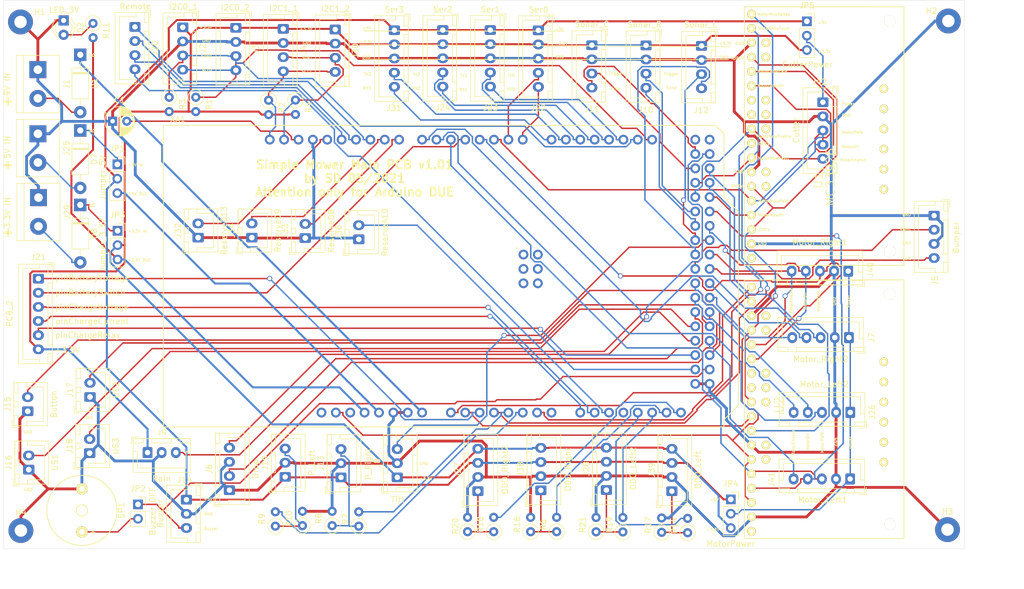
<source format=kicad_pcb>
(kicad_pcb (version 20171130) (host pcbnew "(5.1.9)-1")
  (layers (0 F.Cu signal) (31 B.Cu signal) (34 B.Paste user) (35 F.Paste user) (36 B.SilkS user) (37 F.SilkS user) (38 B.Mask user) (39 F.Mask user) (44 Edge.Cuts user))
  (net 0 "")
  (net 1 SCL1)
  (net 2 SDA1)
  (net 3 GND)
  (net 4 +9V)
  (net 5 pinMotorRightSense)
  (net 6 pinMotorRightFault)
  (net 7 IOREV)
  (net 8 pinMotorRightPWM)
  (net 9 pinMotorEnable)
  (net 10 pinMotorRightDir)
  (net 11 pinMotorLeftSense)
  (net 12 pinMotorLeftFault)
  (net 13 pinMotorLeftPWM)
  (net 14 pinMotorLeftDir)
  (net 15 pinMotorMowSense)
  (net 16 pinMotorMowFault)
  (net 17 pinMotorMowPWM)
  (net 18 pinMotorMowDir)
  (net 19 pinMotorMowEnable)
  (net 20 pinDropLeft)
  (net 21 pinBumperLeft)
  (net 22 pinBumperRight)
  (net 23 pinDropRight)
  (net 24 pinBuzzer)
  (net 25 pinRemoteSwitch)
  (net 26 pinButton)
  (net 27 pinUserSwitch3)
  (net 28 pinUserSwitch2)
  (net 29 pinUserSwitch1)
  (net 30 pinRain)
  (net 31 pinSonarLeftEcho)
  (net 32 pinTilt)
  (net 33 pinSonarLeftTrigger)
  (net 34 pinSonarRightEcho)
  (net 35 pinSonarRightTrigger)
  (net 36 pinSonarCenterTrigger)
  (net 37 pinSonarCenterEcho)
  (net 38 pinChargeVoltage)
  (net 39 pinChargeCurrent)
  (net 40 pinPerimeterLeft)
  (net 41 pinPerimeterRight)
  (net 42 pinBatteryVoltage)
  (net 43 pinRemoteSteer)
  (net 44 pinRemoteMow)
  (net 45 pinRemoteSpeed)
  (net 46 pinBatterySwitch)
  (net 47 SCL0)
  (net 48 SDA0)
  (net 49 "Net-(C1-Pad2)")
  (net 50 TX0)
  (net 51 RX0)
  (net 52 TX2)
  (net 53 RX2)
  (net 54 TX1)
  (net 55 RX1)
  (net 56 +5V)
  (net 57 +3V3)
  (net 58 "Net-(D1-Pad2)")
  (net 59 "Net-(D2-Pad2)")
  (net 60 "Net-(J13-Pad3)")
  (net 61 "Net-(JP2-Pad2)")
  (net 62 "Net-(J26-Pad1)")
  (net 63 "Net-(J19-Pad3)")
  (net 64 "Net-(J27-Pad1)")
  (net 65 "Net-(J28-Pad1)")
  (net 66 "Net-(D7-Pad2)")
  (net 67 "Net-(D7-Pad1)")
  (net 68 "Net-(D8-Pad2)")
  (net 69 "Net-(D8-Pad1)")
  (net 70 DUE_5V)
  (net 71 DUE_3.3V)
  (net 72 RX3)
  (net 73 TX3)
  (net 74 pinReserveA10)
  (net 75 pinReserveD9)
  (net 76 pinReserveD8)
  (net 77 "Net-(J38-Pad1)")
  (net 78 "Net-(J39-Pad1)")
  (net 79 pinOdometryRight)
  (net 80 pinOdometryLeft)
  (net 81 "Net-(J42-Pad1)")
  (net 82 pinOdometryRight2)
  (net 83 pinOdometryLeft2)
  (net 84 pinMotorRight2Dir)
  (net 85 pinMotorRight2PWM)
  (net 86 pinMotorLeft2Dir)
  (net 87 pinMotorLeft2PWM)
  (net 88 pinMotorRight2Enable)
  (net 89 pinMotorLeft2Enable)
  (net 90 pinReserveD13)
  (net 91 pinMotorLeftEnable)
  (net 92 pinMotorMow1Sense)
  (net 93 pinChargeEnable)
  (module Connector_JST:JST_XH_B5B-XH-A_1x05_P2.50mm_Vertical (layer F.Cu) (at 183.58 52.63 270)
    (fp_text reference J42 (at -3.61 0.61) (layer F.SilkS))
    (fp_text value Cutter (at 4.97 4.72 90) (layer F.SilkS))
    (pad 5 thru_hole oval (at 10 0 270) (size 1.7 1.95) (drill 0.95) (layers *.Cu *.Mask) (net 19 pinMotorMowEnable))
    (pad 4 thru_hole oval (at 7.5 0 270) (size 1.7 1.95) (drill 0.95) (layers *.Cu *.Mask) (net 18 pinMotorMowDir))
    (pad 3 thru_hole oval (at 5 0 270) (size 1.7 1.95) (drill 0.95) (layers *.Cu *.Mask) (net 17 pinMotorMowPWM))
    (pad 2 thru_hole oval (at 2.5 0 270) (size 1.7 1.95) (drill 0.95) (layers *.Cu *.Mask) (net 3 GND))
    (pad 1 thru_hole roundrect (at 0 0 270) (size 1.7 1.95) (drill 0.95) (layers *.Cu *.Mask) (roundrect_rratio 0.1470588235294118) (net 81 "Net-(J42-Pad1)"))
  )
  (module Connector_JST:JST_XH_B5B-XH-A_1x05_P2.50mm_Vertical (layer F.Cu) (at 188.4 119.25 180)
    (fp_text reference J41 (at 13.87 -0.07 90) (layer F.SilkS))
    (fp_text value Motor_Left1 (at 4.87 -3.67) (layer F.SilkS))
    (pad 5 thru_hole oval (at 10 0 180) (size 1.7 1.95) (drill 0.95) (layers *.Cu *.Mask) (net 91 pinMotorLeftEnable))
    (pad 4 thru_hole oval (at 7.5 0 180) (size 1.7 1.95) (drill 0.95) (layers *.Cu *.Mask) (net 14 pinMotorLeftDir))
    (pad 3 thru_hole oval (at 5 0 180) (size 1.7 1.95) (drill 0.95) (layers *.Cu *.Mask) (net 13 pinMotorLeftPWM))
    (pad 2 thru_hole oval (at 2.5 0 180) (size 1.7 1.95) (drill 0.95) (layers *.Cu *.Mask) (net 3 GND))
    (pad 1 thru_hole roundrect (at 0 0 180) (size 1.7 1.95) (drill 0.95) (layers *.Cu *.Mask) (roundrect_rratio 0.1470588235294118) (net 62 "Net-(J26-Pad1)"))
  )
  (module Connector_JST:JST_XH_B5B-XH-A_1x05_P2.50mm_Vertical (layer F.Cu) (at 188.06 82.49 180)
    (fp_text reference J40 (at -3.92 0.25 90) (layer F.SilkS))
    (fp_text value Motor_Right1 (at 5.02 5.09) (layer F.SilkS))
    (pad 5 thru_hole oval (at 10 0 180) (size 1.7 1.95) (drill 0.95) (layers *.Cu *.Mask) (net 9 pinMotorEnable))
    (pad 4 thru_hole oval (at 7.5 0 180) (size 1.7 1.95) (drill 0.95) (layers *.Cu *.Mask) (net 10 pinMotorRightDir))
    (pad 3 thru_hole oval (at 5 0 180) (size 1.7 1.95) (drill 0.95) (layers *.Cu *.Mask) (net 8 pinMotorRightPWM))
    (pad 2 thru_hole oval (at 2.5 0 180) (size 1.7 1.95) (drill 0.95) (layers *.Cu *.Mask) (net 3 GND))
    (pad 1 thru_hole roundrect (at 0 0 180) (size 1.7 1.95) (drill 0.95) (layers *.Cu *.Mask) (roundrect_rratio 0.1470588235294118) (net 62 "Net-(J26-Pad1)"))
  )
  (module Connector_JST:JST_XH_B4B-XH-A_1x04_P2.50mm_Vertical (layer F.Cu) (at 156.9 121.42 90)
    (fp_text reference J39 (at 3.75 -3.55 90) (layer F.SilkS))
    (fp_text value ODO_Left (at 3.75 4.6 90) (layer F.SilkS))
    (pad 4 thru_hole oval (at 7.5 0 90) (size 1.7 1.95) (drill 0.95) (layers *.Cu *.Mask) (net 57 +3V3))
    (pad 3 thru_hole oval (at 5 0 90) (size 1.7 1.95) (drill 0.95) (layers *.Cu *.Mask) (net 56 +5V))
    (pad 2 thru_hole oval (at 2.5 0 90) (size 1.7 1.95) (drill 0.95) (layers *.Cu *.Mask) (net 3 GND))
    (pad 1 thru_hole roundrect (at 0 0 90) (size 1.7 1.95) (drill 0.95) (layers *.Cu *.Mask) (roundrect_rratio 0.1470588235294118) (net 78 "Net-(J39-Pad1)"))
  )
  (module Connector_JST:JST_XH_B4B-XH-A_1x04_P2.50mm_Vertical (layer F.Cu) (at 133.75 121.26 90)
    (fp_text reference J38 (at 3.75 -3.55 90) (layer F.SilkS))
    (fp_text value ODO_Right (at 3.67 4.78 90) (layer F.SilkS))
    (pad 4 thru_hole oval (at 7.5 0 90) (size 1.7 1.95) (drill 0.95) (layers *.Cu *.Mask) (net 57 +3V3))
    (pad 3 thru_hole oval (at 5 0 90) (size 1.7 1.95) (drill 0.95) (layers *.Cu *.Mask) (net 56 +5V))
    (pad 2 thru_hole oval (at 2.5 0 90) (size 1.7 1.95) (drill 0.95) (layers *.Cu *.Mask) (net 3 GND))
    (pad 1 thru_hole roundrect (at 0 0 90) (size 1.7 1.95) (drill 0.95) (layers *.Cu *.Mask) (roundrect_rratio 0.1470588235294118) (net 77 "Net-(J38-Pad1)"))
  )
  (module Connector_JST:JST_XH_B2B-XH-A_1x02_P2.50mm_Vertical (layer F.Cu) (at 101.58 76.88 90)
    (fp_text reference J36 (at 1.25 -3.55 90) (layer F.SilkS))
    (fp_text value ReserveA10 (at 1.25 4.6 90) (layer F.SilkS))
    (pad 2 thru_hole oval (at 2.5 0 90) (size 1.7 2) (drill 1) (layers *.Cu *.Mask) (net 74 pinReserveA10))
    (pad 1 thru_hole roundrect (at 0 0 90) (size 1.7 2) (drill 1) (layers *.Cu *.Mask) (roundrect_rratio 0.1470588235294118) (net 3 GND))
  )
  (module Connector_JST:JST_XH_B2B-XH-A_1x02_P2.50mm_Vertical (layer F.Cu) (at 82.69 76.57 90)
    (fp_text reference J34 (at 1.25 -3.55 90) (layer F.SilkS))
    (fp_text value ReserveD9 (at 1.25 4.6 90) (layer F.SilkS))
    (pad 2 thru_hole oval (at 2.5 0 90) (size 1.7 2) (drill 1) (layers *.Cu *.Mask) (net 75 pinReserveD9))
    (pad 1 thru_hole roundrect (at 0 0 90) (size 1.7 2) (drill 1) (layers *.Cu *.Mask) (roundrect_rratio 0.1470588235294118) (net 3 GND))
  )
  (module Connector_JST:JST_XH_B2B-XH-A_1x02_P2.50mm_Vertical (layer F.Cu) (at 92.12 76.65 90)
    (fp_text reference J33 (at 1.25 -3.55 90) (layer F.SilkS))
    (fp_text value ReserveD8 (at 1.25 4.6 90) (layer F.SilkS))
    (pad 2 thru_hole oval (at 2.5 0 90) (size 1.7 2) (drill 1) (layers *.Cu *.Mask) (net 76 pinReserveD8))
    (pad 1 thru_hole roundrect (at 0 0 90) (size 1.7 2) (drill 1) (layers *.Cu *.Mask) (roundrect_rratio 0.1470588235294118) (net 3 GND))
  )
  (module Connector_JST:JST_XH_B2B-XH-A_1x02_P2.50mm_Vertical (layer F.Cu) (at 73.19 76.57 90)
    (fp_text reference J32 (at 1.25 -3.55 90) (layer F.SilkS))
    (fp_text value ReserveD13 (at 1.25 4.6 90) (layer F.SilkS))
    (pad 2 thru_hole oval (at 2.5 0 90) (size 1.7 2) (drill 1) (layers *.Cu *.Mask) (net 90 pinReserveD13))
    (pad 1 thru_hole roundrect (at 0 0 90) (size 1.7 2) (drill 1) (layers *.Cu *.Mask) (roundrect_rratio 0.1470588235294118) (net 3 GND))
  )
  (module Connector_JST:JST_XH_B5B-XH-A_1x05_P2.50mm_Vertical (layer F.Cu) (at 107.87 39.9 270)
    (fp_text reference J31 (at 13.76 0.08) (layer F.SilkS))
    (fp_text value Ser3 (at -3.65 0) (layer F.SilkS))
    (pad 5 thru_hole oval (at 10 0 270) (size 1.7 1.95) (drill 0.95) (layers *.Cu *.Mask) (net 72 RX3))
    (pad 4 thru_hole oval (at 7.5 0 270) (size 1.7 1.95) (drill 0.95) (layers *.Cu *.Mask) (net 73 TX3))
    (pad 3 thru_hole oval (at 5 0 270) (size 1.7 1.95) (drill 0.95) (layers *.Cu *.Mask) (net 3 GND))
    (pad 2 thru_hole oval (at 2.5 0 270) (size 1.7 1.95) (drill 0.95) (layers *.Cu *.Mask) (net 57 +3V3))
    (pad 1 thru_hole roundrect (at 0 0 270) (size 1.7 1.95) (drill 0.95) (layers *.Cu *.Mask) (roundrect_rratio 0.1470588235294118) (net 56 +5V))
  )
  (module Connector_JST:JST_XH_B4B-XH-A_1x04_P2.50mm_Vertical (layer F.Cu) (at 97.42 39.77 270)
    (fp_text reference J30 (at 3.75 -3.55 90) (layer F.SilkS))
    (fp_text value I2C1_2 (at -3.65 -0.02) (layer F.SilkS))
    (pad 4 thru_hole oval (at 7.5 0 270) (size 1.7 1.95) (drill 0.95) (layers *.Cu *.Mask) (net 1 SCL1))
    (pad 3 thru_hole oval (at 5 0 270) (size 1.7 1.95) (drill 0.95) (layers *.Cu *.Mask) (net 2 SDA1))
    (pad 2 thru_hole oval (at 2.5 0 270) (size 1.7 1.95) (drill 0.95) (layers *.Cu *.Mask) (net 3 GND))
    (pad 1 thru_hole roundrect (at 0 0 270) (size 1.7 1.95) (drill 0.95) (layers *.Cu *.Mask) (roundrect_rratio 0.1470588235294118) (net 57 +3V3))
  )
  (module Connector_JST:JST_XH_B4B-XH-A_1x04_P2.50mm_Vertical (layer F.Cu) (at 145.33 121.21 90)
    (fp_text reference J28 (at 3.75 -3.55 90) (layer F.SilkS))
    (fp_text value ODO_Left2 (at 3.8 4.72 90) (layer F.SilkS))
    (pad 4 thru_hole oval (at 7.5 0 90) (size 1.7 1.95) (drill 0.95) (layers *.Cu *.Mask) (net 57 +3V3))
    (pad 3 thru_hole oval (at 5 0 90) (size 1.7 1.95) (drill 0.95) (layers *.Cu *.Mask) (net 56 +5V))
    (pad 2 thru_hole oval (at 2.5 0 90) (size 1.7 1.95) (drill 0.95) (layers *.Cu *.Mask) (net 3 GND))
    (pad 1 thru_hole roundrect (at 0 0 90) (size 1.7 1.95) (drill 0.95) (layers *.Cu *.Mask) (roundrect_rratio 0.1470588235294118) (net 65 "Net-(J28-Pad1)"))
  )
  (module Connector_JST:JST_XH_B4B-XH-A_1x04_P2.50mm_Vertical (layer F.Cu) (at 122.63 121.41 90)
    (fp_text reference J27 (at 3.75 -3.55 90) (layer F.SilkS))
    (fp_text value ODO_Right2 (at 3.79 4.79 90) (layer F.SilkS))
    (pad 4 thru_hole oval (at 7.5 0 90) (size 1.7 1.95) (drill 0.95) (layers *.Cu *.Mask) (net 57 +3V3))
    (pad 3 thru_hole oval (at 5 0 90) (size 1.7 1.95) (drill 0.95) (layers *.Cu *.Mask) (net 56 +5V))
    (pad 2 thru_hole oval (at 2.5 0 90) (size 1.7 1.95) (drill 0.95) (layers *.Cu *.Mask) (net 3 GND))
    (pad 1 thru_hole roundrect (at 0 0 90) (size 1.7 1.95) (drill 0.95) (layers *.Cu *.Mask) (roundrect_rratio 0.1470588235294118) (net 64 "Net-(J27-Pad1)"))
  )
  (module Connector_JST:JST_XH_B5B-XH-A_1x05_P2.50mm_Vertical (layer F.Cu) (at 188.42 107.48 180)
    (fp_text reference J26 (at -3.86 0.07 90) (layer F.SilkS))
    (fp_text value Motor_Left2 (at 4.59 4.96) (layer F.SilkS))
    (pad 5 thru_hole oval (at 10 0 180) (size 1.7 1.95) (drill 0.95) (layers *.Cu *.Mask) (net 89 pinMotorLeft2Enable))
    (pad 4 thru_hole oval (at 7.5 0 180) (size 1.7 1.95) (drill 0.95) (layers *.Cu *.Mask) (net 86 pinMotorLeft2Dir))
    (pad 3 thru_hole oval (at 5 0 180) (size 1.7 1.95) (drill 0.95) (layers *.Cu *.Mask) (net 87 pinMotorLeft2PWM))
    (pad 2 thru_hole oval (at 2.5 0 180) (size 1.7 1.95) (drill 0.95) (layers *.Cu *.Mask) (net 3 GND))
    (pad 1 thru_hole roundrect (at 0 0 180) (size 1.7 1.95) (drill 0.95) (layers *.Cu *.Mask) (roundrect_rratio 0.1470588235294118) (net 62 "Net-(J26-Pad1)"))
  )
  (module Connector_JST:JST_XH_B5B-XH-A_1x05_P2.50mm_Vertical (layer F.Cu) (at 116.42 39.87 270)
    (fp_text reference J24 (at 13.7 -0.01) (layer F.SilkS))
    (fp_text value Ser2 (at -3.65 0) (layer F.SilkS))
    (pad 5 thru_hole oval (at 10 0 270) (size 1.7 1.95) (drill 0.95) (layers *.Cu *.Mask) (net 53 RX2))
    (pad 4 thru_hole oval (at 7.5 0 270) (size 1.7 1.95) (drill 0.95) (layers *.Cu *.Mask) (net 52 TX2))
    (pad 3 thru_hole oval (at 5 0 270) (size 1.7 1.95) (drill 0.95) (layers *.Cu *.Mask) (net 3 GND))
    (pad 2 thru_hole oval (at 2.5 0 270) (size 1.7 1.95) (drill 0.95) (layers *.Cu *.Mask) (net 57 +3V3))
    (pad 1 thru_hole roundrect (at 0 0 270) (size 1.7 1.95) (drill 0.95) (layers *.Cu *.Mask) (roundrect_rratio 0.1470588235294118) (net 56 +5V))
  )
  (module Connector_JST:JST_XH_B5B-XH-A_1x05_P2.50mm_Vertical (layer F.Cu) (at 124.82 39.87 270)
    (fp_text reference J23 (at 13.7 -0.06) (layer F.SilkS))
    (fp_text value Ser1 (at -3.65 0) (layer F.SilkS))
    (pad 5 thru_hole oval (at 10 0 270) (size 1.7 1.95) (drill 0.95) (layers *.Cu *.Mask) (net 55 RX1))
    (pad 4 thru_hole oval (at 7.5 0 270) (size 1.7 1.95) (drill 0.95) (layers *.Cu *.Mask) (net 54 TX1))
    (pad 3 thru_hole oval (at 5 0 270) (size 1.7 1.95) (drill 0.95) (layers *.Cu *.Mask) (net 3 GND))
    (pad 2 thru_hole oval (at 2.5 0 270) (size 1.7 1.95) (drill 0.95) (layers *.Cu *.Mask) (net 57 +3V3))
    (pad 1 thru_hole roundrect (at 0 0 270) (size 1.7 1.95) (drill 0.95) (layers *.Cu *.Mask) (roundrect_rratio 0.1470588235294118) (net 56 +5V))
  )
  (module Connector_JST:JST_XH_B5B-XH-A_1x05_P2.50mm_Vertical (layer F.Cu) (at 133.31 39.92 270)
    (fp_text reference J22 (at 13.76 0) (layer F.SilkS))
    (fp_text value Ser0 (at -3.64 -0.06) (layer F.SilkS))
    (pad 5 thru_hole oval (at 10 0 270) (size 1.7 1.95) (drill 0.95) (layers *.Cu *.Mask) (net 51 RX0))
    (pad 4 thru_hole oval (at 7.5 0 270) (size 1.7 1.95) (drill 0.95) (layers *.Cu *.Mask) (net 50 TX0))
    (pad 3 thru_hole oval (at 5 0 270) (size 1.7 1.95) (drill 0.95) (layers *.Cu *.Mask) (net 3 GND))
    (pad 2 thru_hole oval (at 2.5 0 270) (size 1.7 1.95) (drill 0.95) (layers *.Cu *.Mask) (net 57 +3V3))
    (pad 1 thru_hole roundrect (at 0 0 270) (size 1.7 1.95) (drill 0.95) (layers *.Cu *.Mask) (roundrect_rratio 0.1470588235294118) (net 56 +5V))
  )
  (module Connector_JST:JST_XH_B6B-XH-A_1x06_P2.50mm_Vertical (layer F.Cu) (at 44.97 83.83 270)
    (fp_text reference J21 (at -3.82 0) (layer F.SilkS))
    (fp_text value PCB_2 (at 6.2 5.09 90) (layer F.SilkS))
    (pad 6 thru_hole oval (at 12.5 0 270) (size 1.7 1.95) (drill 0.95) (layers *.Cu *.Mask) (net 57 +3V3))
    (pad 5 thru_hole oval (at 10 0 270) (size 1.7 1.95) (drill 0.95) (layers *.Cu *.Mask) (net 93 pinChargeEnable))
    (pad 4 thru_hole oval (at 7.5 0 270) (size 1.7 1.95) (drill 0.95) (layers *.Cu *.Mask) (net 39 pinChargeCurrent))
    (pad 3 thru_hole oval (at 5 0 270) (size 1.7 1.95) (drill 0.95) (layers *.Cu *.Mask) (net 38 pinChargeVoltage))
    (pad 2 thru_hole oval (at 2.5 0 270) (size 1.7 1.95) (drill 0.95) (layers *.Cu *.Mask) (net 46 pinBatterySwitch))
    (pad 1 thru_hole roundrect (at 0 0 270) (size 1.7 1.95) (drill 0.95) (layers *.Cu *.Mask) (roundrect_rratio 0.1470588235294118) (net 42 pinBatteryVoltage))
  )
  (module Connector_JST:JST_XH_B4B-XH-A_1x04_P2.50mm_Vertical (layer F.Cu) (at 62.03 39.31 270)
    (fp_text reference J20 (at 3.75 -3.55 90) (layer F.SilkS))
    (fp_text value Remote (at -3.62 -0.05) (layer F.SilkS))
    (pad 4 thru_hole oval (at 7.5 0 270) (size 1.7 1.95) (drill 0.95) (layers *.Cu *.Mask) (net 25 pinRemoteSwitch))
    (pad 3 thru_hole oval (at 5 0 270) (size 1.7 1.95) (drill 0.95) (layers *.Cu *.Mask) (net 44 pinRemoteMow))
    (pad 2 thru_hole oval (at 2.5 0 270) (size 1.7 1.95) (drill 0.95) (layers *.Cu *.Mask) (net 43 pinRemoteSteer))
    (pad 1 thru_hole roundrect (at 0 0 270) (size 1.7 1.95) (drill 0.95) (layers *.Cu *.Mask) (roundrect_rratio 0.1470588235294118) (net 45 pinRemoteSpeed))
  )
  (module Connector_JST:JST_XH_B3B-XH-A_1x03_P2.50mm_Vertical (layer F.Cu) (at 88.58 118.88 90)
    (fp_text reference J19 (at 2.5 -3.55 90) (layer F.SilkS))
    (fp_text value P_Left (at 2.46 4.7 90) (layer F.SilkS))
    (pad 3 thru_hole oval (at 5 0 90) (size 1.7 1.95) (drill 0.95) (layers *.Cu *.Mask) (net 63 "Net-(J19-Pad3)"))
    (pad 2 thru_hole oval (at 2.5 0 90) (size 1.7 1.95) (drill 0.95) (layers *.Cu *.Mask) (net 3 GND))
    (pad 1 thru_hole roundrect (at 0 0 90) (size 1.7 1.95) (drill 0.95) (layers *.Cu *.Mask) (roundrect_rratio 0.1470588235294118) (net 56 +5V))
  )
  (module Connector_JST:JST_XH_B2B-XH-A_1x02_P2.50mm_Vertical (layer F.Cu) (at 54.03 114.69 90)
    (fp_text reference J18 (at 1.25 -3.55 90) (layer F.SilkS))
    (fp_text value US3 (at 1.25 4.6 90) (layer F.SilkS))
    (pad 2 thru_hole oval (at 2.5 0 90) (size 1.7 2) (drill 1) (layers *.Cu *.Mask) (net 27 pinUserSwitch3))
    (pad 1 thru_hole roundrect (at 0 0 90) (size 1.7 2) (drill 1) (layers *.Cu *.Mask) (roundrect_rratio 0.1470588235294118) (net 3 GND))
  )
  (module Connector_JST:JST_XH_B2B-XH-A_1x02_P2.50mm_Vertical (layer F.Cu) (at 54.09 104.75 90)
    (fp_text reference J17 (at 1.25 -3.55 90) (layer F.SilkS))
    (fp_text value US2 (at 1.25 4.6 90) (layer F.SilkS))
    (pad 2 thru_hole oval (at 2.5 0 90) (size 1.7 2) (drill 1) (layers *.Cu *.Mask) (net 28 pinUserSwitch2))
    (pad 1 thru_hole roundrect (at 0 0 90) (size 1.7 2) (drill 1) (layers *.Cu *.Mask) (roundrect_rratio 0.1470588235294118) (net 3 GND))
  )
  (module Connector_JST:JST_XH_B2B-XH-A_1x02_P2.50mm_Vertical (layer F.Cu) (at 43.27 117.6 90)
    (fp_text reference J16 (at 1.25 -3.55 90) (layer F.SilkS))
    (fp_text value US1 (at 1.25 4.6 90) (layer F.SilkS))
    (pad 2 thru_hole oval (at 2.5 0 90) (size 1.7 2) (drill 1) (layers *.Cu *.Mask) (net 29 pinUserSwitch1))
    (pad 1 thru_hole roundrect (at 0 0 90) (size 1.7 2) (drill 1) (layers *.Cu *.Mask) (roundrect_rratio 0.1470588235294118) (net 3 GND))
  )
  (module Connector_JST:JST_XH_B2B-XH-A_1x02_P2.50mm_Vertical (layer F.Cu) (at 43.09 107.28 90)
    (fp_text reference J15 (at 1.25 -3.55 90) (layer F.SilkS))
    (fp_text value Button (at 1.25 4.6 90) (layer F.SilkS))
    (pad 2 thru_hole oval (at 2.5 0 90) (size 1.7 2) (drill 1) (layers *.Cu *.Mask) (net 26 pinButton))
    (pad 1 thru_hole roundrect (at 0 0 90) (size 1.7 2) (drill 1) (layers *.Cu *.Mask) (roundrect_rratio 0.1470588235294118) (net 3 GND))
  )
  (module Connector_JST:JST_XH_B3B-XH-A_1x03_P2.50mm_Vertical (layer F.Cu) (at 71.13 122.92 270)
    (fp_text reference J14 (at -3.56 0.33) (layer F.SilkS))
    (fp_text value Buzzer (at 2.5 4.6 90) (layer F.SilkS))
    (pad 3 thru_hole oval (at 5 0 270) (size 1.7 1.95) (drill 0.95) (layers *.Cu *.Mask) (net 24 pinBuzzer))
    (pad 2 thru_hole oval (at 2.5 0 270) (size 1.7 1.95) (drill 0.95) (layers *.Cu *.Mask) (net 3 GND))
    (pad 1 thru_hole roundrect (at 0 0 270) (size 1.7 1.95) (drill 0.95) (layers *.Cu *.Mask) (roundrect_rratio 0.1470588235294118) (net 56 +5V))
  )
  (module Connector_JST:JST_XH_B3B-XH-A_1x03_P2.50mm_Vertical (layer F.Cu) (at 98.44 118.97 90)
    (fp_text reference J13 (at 2.5 -3.55 90) (layer F.SilkS))
    (fp_text value P_Right (at 2.36 4.82 90) (layer F.SilkS))
    (pad 3 thru_hole oval (at 5 0 90) (size 1.7 1.95) (drill 0.95) (layers *.Cu *.Mask) (net 60 "Net-(J13-Pad3)"))
    (pad 2 thru_hole oval (at 2.5 0 90) (size 1.7 1.95) (drill 0.95) (layers *.Cu *.Mask) (net 3 GND))
    (pad 1 thru_hole roundrect (at 0 0 90) (size 1.7 1.95) (drill 0.95) (layers *.Cu *.Mask) (roundrect_rratio 0.1470588235294118) (net 56 +5V))
  )
  (module Connector_JST:JST_XH_B4B-XH-A_1x04_P2.50mm_Vertical (layer F.Cu) (at 162.14 42.67 270)
    (fp_text reference J12 (at 11.39 0.09) (layer F.SilkS))
    (fp_text value Sonar_L (at -3.74 0.18) (layer F.SilkS))
    (pad 4 thru_hole oval (at 7.5 0 270) (size 1.7 1.95) (drill 0.95) (layers *.Cu *.Mask) (net 31 pinSonarLeftEcho))
    (pad 3 thru_hole oval (at 5 0 270) (size 1.7 1.95) (drill 0.95) (layers *.Cu *.Mask) (net 33 pinSonarLeftTrigger))
    (pad 2 thru_hole oval (at 2.5 0 270) (size 1.7 1.95) (drill 0.95) (layers *.Cu *.Mask) (net 3 GND))
    (pad 1 thru_hole roundrect (at 0 0 270) (size 1.7 1.95) (drill 0.95) (layers *.Cu *.Mask) (roundrect_rratio 0.1470588235294118) (net 57 +3V3))
  )
  (module Connector_JST:JST_XH_B4B-XH-A_1x04_P2.50mm_Vertical (layer F.Cu) (at 142.76 42.55 270)
    (fp_text reference J11 (at 11.33 -0.04) (layer F.SilkS))
    (fp_text value Sonar_C (at -3.7 0) (layer F.SilkS))
    (pad 4 thru_hole oval (at 7.5 0 270) (size 1.7 1.95) (drill 0.95) (layers *.Cu *.Mask) (net 37 pinSonarCenterEcho))
    (pad 3 thru_hole oval (at 5 0 270) (size 1.7 1.95) (drill 0.95) (layers *.Cu *.Mask) (net 36 pinSonarCenterTrigger))
    (pad 2 thru_hole oval (at 2.5 0 270) (size 1.7 1.95) (drill 0.95) (layers *.Cu *.Mask) (net 3 GND))
    (pad 1 thru_hole roundrect (at 0 0 270) (size 1.7 1.95) (drill 0.95) (layers *.Cu *.Mask) (roundrect_rratio 0.1470588235294118) (net 57 +3V3))
  )
  (module Connector_JST:JST_XH_B4B-XH-A_1x04_P2.50mm_Vertical (layer F.Cu) (at 152.33 42.58 270)
    (fp_text reference J10 (at 11.42 0.04) (layer F.SilkS))
    (fp_text value Sonar_R (at -3.68 0.26) (layer F.SilkS))
    (pad 4 thru_hole oval (at 7.5 0 270) (size 1.7 1.95) (drill 0.95) (layers *.Cu *.Mask) (net 34 pinSonarRightEcho))
    (pad 3 thru_hole oval (at 5 0 270) (size 1.7 1.95) (drill 0.95) (layers *.Cu *.Mask) (net 35 pinSonarRightTrigger))
    (pad 2 thru_hole oval (at 2.5 0 270) (size 1.7 1.95) (drill 0.95) (layers *.Cu *.Mask) (net 3 GND))
    (pad 1 thru_hole roundrect (at 0 0 270) (size 1.7 1.95) (drill 0.95) (layers *.Cu *.Mask) (roundrect_rratio 0.1470588235294118) (net 57 +3V3))
  )
  (module Connector_JST:JST_XH_B3B-XH-A_1x03_P2.50mm_Vertical (layer F.Cu) (at 64.26 114.58)
    (fp_text reference J9 (at 2.5 -3.55) (layer F.SilkS))
    (fp_text value Rain (at 2.5 4.6) (layer F.SilkS))
    (pad 3 thru_hole oval (at 5 0) (size 1.7 1.95) (drill 0.95) (layers *.Cu *.Mask) (net 30 pinRain))
    (pad 2 thru_hole oval (at 2.5 0) (size 1.7 1.95) (drill 0.95) (layers *.Cu *.Mask) (net 3 GND))
    (pad 1 thru_hole roundrect (at 0 0) (size 1.7 1.95) (drill 0.95) (layers *.Cu *.Mask) (roundrect_rratio 0.1470588235294118) (net 57 +3V3))
  )
  (module Connector_JST:JST_XH_B3B-XH-A_1x03_P2.50mm_Vertical (layer F.Cu) (at 108.38 118.97 90)
    (fp_text reference J8 (at 2.5 -3.55 90) (layer F.SilkS))
    (fp_text value Tilt (at -3.9 0.05) (layer F.SilkS))
    (pad 3 thru_hole oval (at 5 0 90) (size 1.7 1.95) (drill 0.95) (layers *.Cu *.Mask) (net 32 pinTilt))
    (pad 2 thru_hole oval (at 2.5 0 90) (size 1.7 1.95) (drill 0.95) (layers *.Cu *.Mask) (net 3 GND))
    (pad 1 thru_hole roundrect (at 0 0 90) (size 1.7 1.95) (drill 0.95) (layers *.Cu *.Mask) (roundrect_rratio 0.1470588235294118) (net 57 +3V3))
  )
  (module Connector_JST:JST_XH_B5B-XH-A_1x05_P2.50mm_Vertical (layer F.Cu) (at 188.18 94.25 180)
    (fp_text reference J7 (at -3.98 0 90) (layer F.SilkS))
    (fp_text value Motor_Right2 (at 4.96 -3.8) (layer F.SilkS))
    (pad 5 thru_hole oval (at 10 0 180) (size 1.7 1.95) (drill 0.95) (layers *.Cu *.Mask) (net 88 pinMotorRight2Enable))
    (pad 4 thru_hole oval (at 7.5 0 180) (size 1.7 1.95) (drill 0.95) (layers *.Cu *.Mask) (net 84 pinMotorRight2Dir))
    (pad 3 thru_hole oval (at 5 0 180) (size 1.7 1.95) (drill 0.95) (layers *.Cu *.Mask) (net 85 pinMotorRight2PWM))
    (pad 2 thru_hole oval (at 2.5 0 180) (size 1.7 1.95) (drill 0.95) (layers *.Cu *.Mask) (net 3 GND))
    (pad 1 thru_hole roundrect (at 0 0 180) (size 1.7 1.95) (drill 0.95) (layers *.Cu *.Mask) (roundrect_rratio 0.1470588235294118) (net 62 "Net-(J26-Pad1)"))
  )
  (module Connector_JST:JST_XH_B4B-XH-A_1x04_P2.50mm_Vertical (layer F.Cu) (at 78.72 121.23 90)
    (fp_text reference J6 (at 3.75 -3.55 90) (layer F.SilkS))
    (fp_text value Drop (at 3.75 4.6 90) (layer F.SilkS))
    (pad 4 thru_hole oval (at 7.5 0 90) (size 1.7 1.95) (drill 0.95) (layers *.Cu *.Mask) (net 23 pinDropRight))
    (pad 3 thru_hole oval (at 5 0 90) (size 1.7 1.95) (drill 0.95) (layers *.Cu *.Mask) (net 3 GND))
    (pad 2 thru_hole oval (at 2.5 0 90) (size 1.7 1.95) (drill 0.95) (layers *.Cu *.Mask) (net 20 pinDropLeft))
    (pad 1 thru_hole roundrect (at 0 0 90) (size 1.7 1.95) (drill 0.95) (layers *.Cu *.Mask) (roundrect_rratio 0.1470588235294118) (net 3 GND))
  )
  (module Connector_JST:JST_XH_B4B-XH-A_1x04_P2.50mm_Vertical (layer F.Cu) (at 203.23 72.68 270)
    (fp_text reference J5 (at 11.47 -0.15 90) (layer F.SilkS))
    (fp_text value Bumper (at 3.88 -3.88 90) (layer F.SilkS))
    (pad 4 thru_hole oval (at 7.5 0 270) (size 1.7 1.95) (drill 0.95) (layers *.Cu *.Mask) (net 21 pinBumperLeft))
    (pad 3 thru_hole oval (at 5 0 270) (size 1.7 1.95) (drill 0.95) (layers *.Cu *.Mask) (net 3 GND))
    (pad 2 thru_hole oval (at 2.5 0 270) (size 1.7 1.95) (drill 0.95) (layers *.Cu *.Mask) (net 22 pinBumperRight))
    (pad 1 thru_hole roundrect (at 0 0 270) (size 1.7 1.95) (drill 0.95) (layers *.Cu *.Mask) (roundrect_rratio 0.1470588235294118) (net 3 GND))
  )
  (module Connector_JST:JST_XH_B4B-XH-A_1x04_P2.50mm_Vertical (layer F.Cu) (at 88.24 39.66 270)
    (fp_text reference J4 (at 3.75 -3.55 90) (layer F.SilkS))
    (fp_text value I2C1_1 (at -3.62 -0.1) (layer F.SilkS))
    (pad 4 thru_hole oval (at 7.5 0 270) (size 1.7 1.95) (drill 0.95) (layers *.Cu *.Mask) (net 1 SCL1))
    (pad 3 thru_hole oval (at 5 0 270) (size 1.7 1.95) (drill 0.95) (layers *.Cu *.Mask) (net 2 SDA1))
    (pad 2 thru_hole oval (at 2.5 0 270) (size 1.7 1.95) (drill 0.95) (layers *.Cu *.Mask) (net 3 GND))
    (pad 1 thru_hole roundrect (at 0 0 270) (size 1.7 1.95) (drill 0.95) (layers *.Cu *.Mask) (roundrect_rratio 0.1470588235294118) (net 57 +3V3))
  )
  (module Connector_JST:JST_XH_B4B-XH-A_1x04_P2.50mm_Vertical (layer F.Cu) (at 79.86 39.47 270)
    (fp_text reference J3 (at 3.75 -3.55 90) (layer F.SilkS))
    (fp_text value I2C0_2 (at -3.57 0.13) (layer F.SilkS))
    (pad 4 thru_hole oval (at 7.5 0 270) (size 1.7 1.95) (drill 0.95) (layers *.Cu *.Mask) (net 47 SCL0))
    (pad 3 thru_hole oval (at 5 0 270) (size 1.7 1.95) (drill 0.95) (layers *.Cu *.Mask) (net 48 SDA0))
    (pad 2 thru_hole oval (at 2.5 0 270) (size 1.7 1.95) (drill 0.95) (layers *.Cu *.Mask) (net 3 GND))
    (pad 1 thru_hole roundrect (at 0 0 270) (size 1.7 1.95) (drill 0.95) (layers *.Cu *.Mask) (roundrect_rratio 0.1470588235294118) (net 57 +3V3))
  )
  (module Connector_JST:JST_XH_B4B-XH-A_1x04_P2.50mm_Vertical (layer F.Cu) (at 70.48 39.38 270)
    (fp_text reference J2 (at 3.75 -3.55 90) (layer F.SilkS))
    (fp_text value I2C0_1 (at -3.61 -0.09) (layer F.SilkS))
    (pad 4 thru_hole oval (at 7.5 0 270) (size 1.7 1.95) (drill 0.95) (layers *.Cu *.Mask) (net 47 SCL0))
    (pad 3 thru_hole oval (at 5 0 270) (size 1.7 1.95) (drill 0.95) (layers *.Cu *.Mask) (net 48 SDA0))
    (pad 2 thru_hole oval (at 2.5 0 270) (size 1.7 1.95) (drill 0.95) (layers *.Cu *.Mask) (net 3 GND))
    (pad 1 thru_hole roundrect (at 0 0 270) (size 1.7 1.95) (drill 0.95) (layers *.Cu *.Mask) (roundrect_rratio 0.1470588235294118) (net 57 +3V3))
  )
  (module Resistor_THT:R_Axial_DIN0207_L6.3mm_D2.5mm_P2.54mm_Vertical (layer F.Cu) (at 143.51 128.6 90)
    (fp_text reference R21 (at 1.27 -2.37 90) (layer F.SilkS))
    (fp_text value 1,5KO)
    (pad 2 thru_hole oval (at 2.54 0 90) (size 1.6 1.6) (drill 0.8) (layers *.Cu *.Mask) (net 3 GND))
    (pad 1 thru_hole circle (at 0 0 90) (size 1.6 1.6) (drill 0.8) (layers *.Cu *.Mask) (net 65 "Net-(J28-Pad1)"))
  )
  (module Resistor_THT:R_Axial_DIN0207_L6.3mm_D2.5mm_P2.54mm_Vertical (layer F.Cu) (at 120.8 128.58 90)
    (fp_text reference R20 (at 1.01 -2.15 90) (layer F.SilkS))
    (fp_text value 1,5KO)
    (pad 2 thru_hole oval (at 2.54 0 90) (size 1.6 1.6) (drill 0.8) (layers *.Cu *.Mask) (net 3 GND))
    (pad 1 thru_hole circle (at 0 0 90) (size 1.6 1.6) (drill 0.8) (layers *.Cu *.Mask) (net 64 "Net-(J27-Pad1)"))
  )
  (module Resistor_THT:R_Axial_DIN0207_L6.3mm_D2.5mm_P2.54mm_Vertical (layer F.Cu) (at 148.24 128.62 90)
    (fp_text reference R19 (at 1.27 -2.37 90) (layer F.SilkS))
    (fp_text value 1KO)
    (pad 2 thru_hole oval (at 2.54 0 90) (size 1.6 1.6) (drill 0.8) (layers *.Cu *.Mask) (net 83 pinOdometryLeft2))
    (pad 1 thru_hole circle (at 0 0 90) (size 1.6 1.6) (drill 0.8) (layers *.Cu *.Mask) (net 65 "Net-(J28-Pad1)"))
  )
  (module Resistor_THT:R_Axial_DIN0207_L6.3mm_D2.5mm_P2.54mm_Vertical (layer F.Cu) (at 125.42 128.58 90)
    (fp_text reference R18 (at 1.27 -2.37 90) (layer F.SilkS))
    (fp_text value 1KO)
    (pad 2 thru_hole oval (at 2.54 0 90) (size 1.6 1.6) (drill 0.8) (layers *.Cu *.Mask) (net 82 pinOdometryRight2))
    (pad 1 thru_hole circle (at 0 0 90) (size 1.6 1.6) (drill 0.8) (layers *.Cu *.Mask) (net 64 "Net-(J27-Pad1)"))
  )
  (module Connector_PinSocket_2.54mm:PinSocket_1x03_P2.54mm_Vertical (layer F.Cu) (at 180.75 38.32)
    (fp_text reference JP5 (at 0 -2.77) (layer F.SilkS))
    (fp_text value CutterPower (at 0.1 7.62) (layer F.SilkS))
    (pad 3 thru_hole oval (at 0 5.08) (size 1.7 1.7) (drill 1) (layers *.Cu *.Mask) (net 57 +3V3))
    (pad 2 thru_hole oval (at 0 2.54) (size 1.7 1.7) (drill 1) (layers *.Cu *.Mask) (net 81 "Net-(J42-Pad1)"))
    (pad 1 thru_hole rect (at 0 0) (size 1.7 1.7) (drill 1) (layers *.Cu *.Mask) (net 56 +5V))
  )
  (module Connector_PinSocket_2.54mm:PinSocket_1x03_P2.54mm_Vertical (layer F.Cu) (at 167.31 122.86)
    (fp_text reference JP4 (at 0 -2.77) (layer F.SilkS))
    (fp_text value MotorPower (at 0 7.85) (layer F.SilkS))
    (pad 3 thru_hole oval (at 0 5.08) (size 1.7 1.7) (drill 1) (layers *.Cu *.Mask) (net 57 +3V3))
    (pad 2 thru_hole oval (at 0 2.54) (size 1.7 1.7) (drill 1) (layers *.Cu *.Mask) (net 62 "Net-(J26-Pad1)"))
    (pad 1 thru_hole rect (at 0 0) (size 1.7 1.7) (drill 1) (layers *.Cu *.Mask) (net 56 +5V))
  )
  (module Resistor_THT:R_Axial_DIN0207_L6.3mm_D2.5mm_P2.54mm_Vertical (layer F.Cu) (at 155.09 128.69 90)
    (fp_text reference R17 (at 1.27 -2.37 90) (layer F.SilkS))
    (fp_text value 1,5KO)
    (pad 2 thru_hole oval (at 2.54 0 90) (size 1.6 1.6) (drill 0.8) (layers *.Cu *.Mask) (net 3 GND))
    (pad 1 thru_hole circle (at 0 0 90) (size 1.6 1.6) (drill 0.8) (layers *.Cu *.Mask) (net 78 "Net-(J39-Pad1)"))
  )
  (module Resistor_THT:R_Axial_DIN0207_L6.3mm_D2.5mm_P2.54mm_Vertical (layer F.Cu) (at 131.94 128.58 90)
    (fp_text reference R16 (at 1.27 -2.37 90) (layer F.SilkS))
    (fp_text value 1,5KO)
    (pad 2 thru_hole oval (at 2.54 0 90) (size 1.6 1.6) (drill 0.8) (layers *.Cu *.Mask) (net 3 GND))
    (pad 1 thru_hole circle (at 0 0 90) (size 1.6 1.6) (drill 0.8) (layers *.Cu *.Mask) (net 77 "Net-(J38-Pad1)"))
  )
  (module Resistor_THT:R_Axial_DIN0207_L6.3mm_D2.5mm_P2.54mm_Vertical (layer F.Cu) (at 159.68 128.76 90)
    (fp_text reference R14 (at 1.27 -2.37 90) (layer F.SilkS))
    (fp_text value 1KO)
    (pad 2 thru_hole oval (at 2.54 0 90) (size 1.6 1.6) (drill 0.8) (layers *.Cu *.Mask) (net 80 pinOdometryLeft))
    (pad 1 thru_hole circle (at 0 0 90) (size 1.6 1.6) (drill 0.8) (layers *.Cu *.Mask) (net 78 "Net-(J39-Pad1)"))
  )
  (module Resistor_THT:R_Axial_DIN0207_L6.3mm_D2.5mm_P2.54mm_Vertical (layer F.Cu) (at 136.54 128.58 90)
    (fp_text reference R6 (at 1.27 -2.37 90) (layer F.SilkS))
    (fp_text value 1KO)
    (pad 2 thru_hole oval (at 2.54 0 90) (size 1.6 1.6) (drill 0.8) (layers *.Cu *.Mask) (net 79 pinOdometryRight))
    (pad 1 thru_hole circle (at 0 0 90) (size 1.6 1.6) (drill 0.8) (layers *.Cu *.Mask) (net 77 "Net-(J38-Pad1)"))
  )
  (module MountingHole:MountingHole_2.2mm_M2_Pad_TopBottom (layer F.Cu) (at 41.88 128.37)
    (fp_text reference H4 (at 0 -3.2) (layer F.SilkS))
    (fp_text value MountingHole_Pad)
    (pad 1 connect circle (at 0 0) (size 4.4 4.4) (layers B.Cu B.Mask) (net 3 GND))
    (pad 1 connect circle (at 0 0) (size 4.4 4.4) (layers F.Cu F.Mask) (net 3 GND))
    (pad 1 thru_hole circle (at 0 0) (size 2.6 2.6) (drill 2.2) (layers *.Cu *.Mask) (net 3 GND))
  )
  (module MountingHole:MountingHole_2.2mm_M2_Pad_TopBottom (layer F.Cu) (at 205.6 128.21)
    (fp_text reference H3 (at 0 -3.2) (layer F.SilkS))
    (fp_text value MountingHole_Pad)
    (pad 1 connect circle (at 0 0) (size 4.4 4.4) (layers B.Cu B.Mask) (net 3 GND))
    (pad 1 connect circle (at 0 0) (size 4.4 4.4) (layers F.Cu F.Mask) (net 3 GND))
    (pad 1 thru_hole circle (at 0 0) (size 2.6 2.6) (drill 2.2) (layers *.Cu *.Mask) (net 3 GND))
  )
  (module MountingHole:MountingHole_2.2mm_M2_Pad_TopBottom (layer F.Cu) (at 205.75 38.27)
    (fp_text reference H2 (at -3 -1.78) (layer F.SilkS))
    (fp_text value MountingHole_Pad)
    (pad 1 connect circle (at 0 0) (size 4.4 4.4) (layers B.Cu B.Mask) (net 3 GND))
    (pad 1 connect circle (at 0 0) (size 4.4 4.4) (layers F.Cu F.Mask) (net 3 GND))
    (pad 1 thru_hole circle (at 0 0) (size 2.6 2.6) (drill 2.2) (layers *.Cu *.Mask) (net 3 GND))
  )
  (module MountingHole:MountingHole_2.2mm_M2_Pad_TopBottom (layer F.Cu) (at 41.81 38.44)
    (fp_text reference H1 (at 3.4 -1.78) (layer F.SilkS))
    (fp_text value MountingHole_Pad)
    (pad 1 connect circle (at 0 0) (size 4.4 4.4) (layers B.Cu B.Mask) (net 3 GND))
    (pad 1 connect circle (at 0 0) (size 4.4 4.4) (layers F.Cu F.Mask) (net 3 GND))
    (pad 1 thru_hole circle (at 0 0) (size 2.6 2.6) (drill 2.2) (layers *.Cu *.Mask) (net 3 GND))
  )
  (module Zimprich:MC_33926_31polig_mit_Bohrloch_neue_Masse (layer F.Cu) (at 208.82 133.58 90)
    (fp_text reference U2 (at 27.41 -33 90) (layer F.SilkS) (effects (font (size 1.5 1.5))))
    (fp_text value MC33926 hide)
    (pad ~ thru_hole circle (at 47.0535 -13.3985 90) (size 2 2) (drill 2) (layers *.Cu *.Mask F.SilkS))
    (pad ~ thru_hole circle (at 6.2865 -13.3985 90) (size 2 2) (drill 2) (layers *.Cu *.Mask F.SilkS))
    (pad 31 thru_hole circle (at 43.18 -35.306 90) (size 1.524 1.524) (drill 0.762) (layers *.Cu *.Mask F.SilkS))
    (pad 30 thru_hole circle (at 40.64 -35.306 90) (size 1.524 1.524) (drill 0.762) (layers *.Cu *.Mask F.SilkS))
    (pad 29 thru_hole circle (at 33.02 -35.306 90) (size 1.524 1.524) (drill 0.762) (layers *.Cu *.Mask F.SilkS))
    (pad 28 thru_hole circle (at 30.48 -35.306 90) (size 1.524 1.524) (drill 0.762) (layers *.Cu *.Mask F.SilkS))
    (pad 27 thru_hole circle (at 27.94 -35.306 90) (size 1.524 1.524) (drill 0.762) (layers *.Cu *.Mask F.SilkS))
    (pad 26 thru_hole circle (at 20.32 -35.306 90) (size 1.524 1.524) (drill 0.762) (layers *.Cu *.Mask F.SilkS))
    (pad 25 thru_hole circle (at 17.78 -35.306 90) (size 1.524 1.524) (drill 0.762) (layers *.Cu *.Mask F.SilkS))
    (pad 24 thru_hole circle (at 35.052 -14.478 90) (size 1.524 1.524) (drill 0.762) (layers *.Cu *.Mask F.SilkS))
    (pad 23 thru_hole circle (at 31.496 -14.478 90) (size 1.524 1.524) (drill 0.762) (layers *.Cu *.Mask F.SilkS))
    (pad 22 thru_hole circle (at 27.94 -14.478 90) (size 1.524 1.524) (drill 0.762) (layers *.Cu *.Mask F.SilkS))
    (pad 21 thru_hole circle (at 24.384 -14.478 90) (size 1.524 1.524) (drill 0.762) (layers *.Cu *.Mask F.SilkS))
    (pad 20 thru_hole circle (at 20.828 -14.478 90) (size 1.524 1.524) (drill 0.762) (layers *.Cu *.Mask F.SilkS))
    (pad 19 thru_hole circle (at 17.272 -14.478 90) (size 1.524 1.524) (drill 0.762) (layers *.Cu *.Mask F.SilkS))
    (pad 18 thru_hole circle (at 48.26 -37.846 90) (size 1.524 1.524) (drill 0.762) (layers *.Cu *.Mask F.SilkS) (net 5 pinMotorRightSense))
    (pad 17 thru_hole circle (at 45.72 -37.846 90) (size 1.524 1.524) (drill 0.762) (layers *.Cu *.Mask F.SilkS) (net 6 pinMotorRightFault))
    (pad 16 thru_hole circle (at 43.18 -37.846 90) (size 1.524 1.524) (drill 0.762) (layers *.Cu *.Mask F.SilkS) (net 3 GND))
    (pad 15 thru_hole circle (at 40.64 -37.846 90) (size 1.524 1.524) (drill 0.762) (layers *.Cu *.Mask F.SilkS) (net 7 IOREV))
    (pad 14 thru_hole circle (at 38.1 -37.846 90) (size 1.524 1.524) (drill 0.762) (layers *.Cu *.Mask F.SilkS) (net 8 pinMotorRightPWM))
    (pad 13 thru_hole circle (at 35.56 -37.846 90) (size 1.524 1.524) (drill 0.762) (layers *.Cu *.Mask F.SilkS) (net 10 pinMotorRightDir))
    (pad 12 thru_hole circle (at 33.02 -37.846 90) (size 1.524 1.524) (drill 0.762) (layers *.Cu *.Mask F.SilkS))
    (pad 11 thru_hole circle (at 30.48 -37.846 90) (size 1.524 1.524) (drill 0.762) (layers *.Cu *.Mask F.SilkS))
    (pad 10 thru_hole circle (at 27.94 -37.846 90) (size 1.524 1.524) (drill 0.762) (layers *.Cu *.Mask F.SilkS) (net 9 pinMotorEnable))
    (pad 9 thru_hole circle (at 25.4 -37.846 90) (size 1.524 1.524) (drill 0.762) (layers *.Cu *.Mask F.SilkS) (net 11 pinMotorLeftSense))
    (pad 8 thru_hole circle (at 22.86 -37.846 90) (size 1.524 1.524) (drill 0.762) (layers *.Cu *.Mask F.SilkS) (net 12 pinMotorLeftFault))
    (pad 7 thru_hole circle (at 20.32 -37.846 90) (size 1.524 1.524) (drill 0.762) (layers *.Cu *.Mask F.SilkS) (net 3 GND))
    (pad 6 thru_hole circle (at 17.78 -37.846 90) (size 1.524 1.524) (drill 0.762) (layers *.Cu *.Mask F.SilkS) (net 7 IOREV))
    (pad 5 thru_hole circle (at 15.24 -37.846 90) (size 1.524 1.524) (drill 0.762) (layers *.Cu *.Mask F.SilkS) (net 13 pinMotorLeftPWM))
    (pad 4 thru_hole circle (at 12.7 -37.846 90) (size 1.524 1.524) (drill 0.762) (layers *.Cu *.Mask F.SilkS) (net 14 pinMotorLeftDir))
    (pad 3 thru_hole circle (at 10.16 -37.846 90) (size 1.524 1.524) (drill 0.762) (layers *.Cu *.Mask F.SilkS) (net 7 IOREV))
    (pad 2 thru_hole circle (at 7.62 -37.846 90) (size 1.524 1.524) (drill 0.762) (layers *.Cu *.Mask F.SilkS) (net 3 GND))
    (pad 1 thru_hole circle (at 5.08 -37.846 90) (size 1.524 1.524) (drill 0.762) (layers *.Cu *.Mask F.SilkS))
  )
  (module Resistor_THT:R_Axial_DIN0207_L6.3mm_D2.5mm_P2.54mm_Vertical (layer F.Cu) (at 90.39 52.25 270)
    (fp_text reference R4 (at 1.27 -2.37 90) (layer F.SilkS))
    (fp_text value XXX)
    (pad 2 thru_hole oval (at 2.54 0 270) (size 1.6 1.6) (drill 0.8) (layers *.Cu *.Mask) (net 57 +3V3))
    (pad 1 thru_hole circle (at 0 0 270) (size 1.6 1.6) (drill 0.8) (layers *.Cu *.Mask) (net 2 SDA1))
  )
  (module Resistor_THT:R_Axial_DIN0207_L6.3mm_D2.5mm_P2.54mm_Vertical (layer F.Cu) (at 68.08 51.75 270)
    (fp_text reference R3 (at 1.27 -2.37 90) (layer F.SilkS))
    (fp_text value XXX)
    (pad 2 thru_hole oval (at 2.54 0 270) (size 1.6 1.6) (drill 0.8) (layers *.Cu *.Mask) (net 57 +3V3))
    (pad 1 thru_hole circle (at 0 0 270) (size 1.6 1.6) (drill 0.8) (layers *.Cu *.Mask) (net 48 SDA0))
  )
  (module Resistor_THT:R_Axial_DIN0207_L6.3mm_D2.5mm_P2.54mm_Vertical (layer F.Cu) (at 85.65 52.28 270)
    (fp_text reference R2 (at 1.27 -2.37 90) (layer F.SilkS))
    (fp_text value XXX)
    (pad 2 thru_hole oval (at 2.54 0 270) (size 1.6 1.6) (drill 0.8) (layers *.Cu *.Mask) (net 57 +3V3))
    (pad 1 thru_hole circle (at 0 0 270) (size 1.6 1.6) (drill 0.8) (layers *.Cu *.Mask) (net 1 SCL1))
  )
  (module Resistor_THT:R_Axial_DIN0207_L6.3mm_D2.5mm_P2.54mm_Vertical (layer F.Cu) (at 72.78 51.75 270)
    (fp_text reference R1 (at 1.27 -2.37 90) (layer F.SilkS))
    (fp_text value XXX)
    (pad 2 thru_hole oval (at 2.54 0 270) (size 1.6 1.6) (drill 0.8) (layers *.Cu *.Mask) (net 57 +3V3))
    (pad 1 thru_hole circle (at 0 0 270) (size 1.6 1.6) (drill 0.8) (layers *.Cu *.Mask) (net 47 SCL0))
  )
  (module Connector_PinSocket_2.54mm:PinSocket_1x03_P2.54mm_Vertical (layer F.Cu) (at 58.96 75.36)
    (fp_text reference JP3 (at 0 -2.77) (layer F.SilkS))
    (fp_text value Jumper_3.3V (at -2.61 2.54 90) (layer F.SilkS))
    (pad 3 thru_hole oval (at 0 5.08) (size 1.7 1.7) (drill 1) (layers *.Cu *.Mask) (net 71 DUE_3.3V))
    (pad 2 thru_hole oval (at 0 2.54) (size 1.7 1.7) (drill 1) (layers *.Cu *.Mask) (net 57 +3V3))
    (pad 1 thru_hole rect (at 0 0) (size 1.7 1.7) (drill 1) (layers *.Cu *.Mask) (net 69 "Net-(D8-Pad1)"))
  )
  (module Connector_PinSocket_2.54mm:PinSocket_1x02_P2.54mm_Vertical (layer F.Cu) (at 62.57 123.75)
    (fp_text reference JP2 (at 0 -2.77) (layer F.SilkS))
    (fp_text value "Buzzer OFF" (at 2.58 1.21 90) (layer F.SilkS))
    (pad 2 thru_hole oval (at 0 2.54) (size 1.7 1.7) (drill 1) (layers *.Cu *.Mask) (net 61 "Net-(JP2-Pad2)"))
    (pad 1 thru_hole rect (at 0 0) (size 1.7 1.7) (drill 1) (layers *.Cu *.Mask) (net 24 pinBuzzer))
  )
  (module Connector_PinSocket_2.54mm:PinSocket_1x03_P2.54mm_Vertical (layer F.Cu) (at 58.92 63.62)
    (fp_text reference JP1 (at 0 -2.77) (layer F.SilkS))
    (fp_text value Jumper_5V (at -2.59 2.37 90) (layer F.SilkS))
    (pad 3 thru_hole oval (at 0 5.08) (size 1.7 1.7) (drill 1) (layers *.Cu *.Mask) (net 70 DUE_5V))
    (pad 2 thru_hole oval (at 0 2.54) (size 1.7 1.7) (drill 1) (layers *.Cu *.Mask) (net 56 +5V))
    (pad 1 thru_hole rect (at 0 0) (size 1.7 1.7) (drill 1) (layers *.Cu *.Mask) (net 67 "Net-(D7-Pad1)"))
  )
  (module TerminalBlock:TerminalBlock_bornier-2_P5.08mm (layer F.Cu) (at 44.99 69.5 270)
    (fp_text reference J29 (at 2.54 -5.08 90) (layer F.SilkS))
    (fp_text value "3.3V IN" (at 2.66 5.52 90) (layer F.SilkS))
    (pad 2 thru_hole circle (at 5.08 0 270) (size 3 3) (drill 1.52) (layers *.Cu *.Mask) (net 68 "Net-(D8-Pad2)"))
    (pad 1 thru_hole rect (at 0 0 270) (size 3 3) (drill 1.52) (layers *.Cu *.Mask) (net 3 GND))
  )
  (module TerminalBlock:TerminalBlock_bornier-2_P5.08mm (layer F.Cu) (at 44.89 58.21 270)
    (fp_text reference J25 (at 2.54 -5.08 90) (layer F.SilkS))
    (fp_text value "5V IN" (at 2.38 5.39 90) (layer F.SilkS))
    (pad 2 thru_hole circle (at 5.08 0 270) (size 3 3) (drill 1.52) (layers *.Cu *.Mask) (net 66 "Net-(D7-Pad2)"))
    (pad 1 thru_hole rect (at 0 0 270) (size 3 3) (drill 1.52) (layers *.Cu *.Mask) (net 3 GND))
  )
  (module Diode_THT:D_DO-41_SOD81_P10.16mm_Horizontal (layer F.Cu) (at 52.37 70.79 270)
    (fp_text reference D8 (at 5.08 -2.47 90) (layer F.SilkS))
    (fp_text value 1N5819)
    (fp_text user K (at 0 -2.1 90) (layer F.SilkS))
    (pad 2 thru_hole oval (at 10.16 0 270) (size 2.2 2.2) (drill 1.1) (layers *.Cu *.Mask) (net 68 "Net-(D8-Pad2)"))
    (pad 1 thru_hole rect (at 0 0 270) (size 2.2 2.2) (drill 1.1) (layers *.Cu *.Mask) (net 69 "Net-(D8-Pad1)"))
  )
  (module Diode_THT:D_DO-41_SOD81_P10.16mm_Horizontal (layer F.Cu) (at 52.37 57.62 270)
    (fp_text reference D7 (at 5.08 -2.47 90) (layer F.SilkS))
    (fp_text value 1N5819)
    (fp_text user K (at 0 -2.1 90) (layer F.SilkS))
    (pad 2 thru_hole oval (at 10.16 0 270) (size 2.2 2.2) (drill 1.1) (layers *.Cu *.Mask) (net 66 "Net-(D7-Pad2)"))
    (pad 1 thru_hole rect (at 0 0 270) (size 2.2 2.2) (drill 1.1) (layers *.Cu *.Mask) (net 67 "Net-(D7-Pad1)"))
  )
  (module Zimprich:MC_33926_31polig_mit_Bohrloch_neue_Masse (layer F.Cu) (at 208.82 85.29 90)
    (fp_text reference U1 (at 18.84 -26.07 90) (layer F.SilkS) (effects (font (size 1.5 1.5))))
    (fp_text value MC33926 (at 19.431 -23.876 90) (layer F.SilkS) (effects (font (size 1.5 1.5))))
    (pad ~ thru_hole circle (at 47.0535 -13.3985 90) (size 2 2) (drill 2) (layers *.Cu *.Mask F.SilkS))
    (pad ~ thru_hole circle (at 6.2865 -13.3985 90) (size 2 2) (drill 2) (layers *.Cu *.Mask F.SilkS))
    (pad 31 thru_hole circle (at 43.18 -35.306 90) (size 1.524 1.524) (drill 0.762) (layers *.Cu *.Mask F.SilkS))
    (pad 30 thru_hole circle (at 40.64 -35.306 90) (size 1.524 1.524) (drill 0.762) (layers *.Cu *.Mask F.SilkS))
    (pad 29 thru_hole circle (at 33.02 -35.306 90) (size 1.524 1.524) (drill 0.762) (layers *.Cu *.Mask F.SilkS))
    (pad 28 thru_hole circle (at 30.48 -35.306 90) (size 1.524 1.524) (drill 0.762) (layers *.Cu *.Mask F.SilkS))
    (pad 27 thru_hole circle (at 27.94 -35.306 90) (size 1.524 1.524) (drill 0.762) (layers *.Cu *.Mask F.SilkS))
    (pad 26 thru_hole circle (at 20.32 -35.306 90) (size 1.524 1.524) (drill 0.762) (layers *.Cu *.Mask F.SilkS))
    (pad 25 thru_hole circle (at 17.78 -35.306 90) (size 1.524 1.524) (drill 0.762) (layers *.Cu *.Mask F.SilkS))
    (pad 24 thru_hole circle (at 35.052 -14.478 90) (size 1.524 1.524) (drill 0.762) (layers *.Cu *.Mask F.SilkS))
    (pad 23 thru_hole circle (at 31.496 -14.478 90) (size 1.524 1.524) (drill 0.762) (layers *.Cu *.Mask F.SilkS))
    (pad 22 thru_hole circle (at 27.94 -14.478 90) (size 1.524 1.524) (drill 0.762) (layers *.Cu *.Mask F.SilkS))
    (pad 21 thru_hole circle (at 24.384 -14.478 90) (size 1.524 1.524) (drill 0.762) (layers *.Cu *.Mask F.SilkS))
    (pad 20 thru_hole circle (at 20.828 -14.478 90) (size 1.524 1.524) (drill 0.762) (layers *.Cu *.Mask F.SilkS))
    (pad 19 thru_hole circle (at 17.272 -14.478 90) (size 1.524 1.524) (drill 0.762) (layers *.Cu *.Mask F.SilkS))
    (pad 18 thru_hole circle (at 48.26 -37.846 90) (size 1.524 1.524) (drill 0.762) (layers *.Cu *.Mask F.SilkS) (net 15 pinMotorMowSense))
    (pad 17 thru_hole circle (at 45.72 -37.846 90) (size 1.524 1.524) (drill 0.762) (layers *.Cu *.Mask F.SilkS) (net 16 pinMotorMowFault))
    (pad 16 thru_hole circle (at 43.18 -37.846 90) (size 1.524 1.524) (drill 0.762) (layers *.Cu *.Mask F.SilkS) (net 3 GND))
    (pad 15 thru_hole circle (at 40.64 -37.846 90) (size 1.524 1.524) (drill 0.762) (layers *.Cu *.Mask F.SilkS) (net 7 IOREV))
    (pad 14 thru_hole circle (at 38.1 -37.846 90) (size 1.524 1.524) (drill 0.762) (layers *.Cu *.Mask F.SilkS) (net 17 pinMotorMowPWM))
    (pad 13 thru_hole circle (at 35.56 -37.846 90) (size 1.524 1.524) (drill 0.762) (layers *.Cu *.Mask F.SilkS) (net 18 pinMotorMowDir))
    (pad 12 thru_hole circle (at 33.02 -37.846 90) (size 1.524 1.524) (drill 0.762) (layers *.Cu *.Mask F.SilkS))
    (pad 11 thru_hole circle (at 30.48 -37.846 90) (size 1.524 1.524) (drill 0.762) (layers *.Cu *.Mask F.SilkS))
    (pad 10 thru_hole circle (at 27.94 -37.846 90) (size 1.524 1.524) (drill 0.762) (layers *.Cu *.Mask F.SilkS) (net 19 pinMotorMowEnable))
    (pad 9 thru_hole circle (at 25.4 -37.846 90) (size 1.524 1.524) (drill 0.762) (layers *.Cu *.Mask F.SilkS) (net 92 pinMotorMow1Sense))
    (pad 8 thru_hole circle (at 22.86 -37.846 90) (size 1.524 1.524) (drill 0.762) (layers *.Cu *.Mask F.SilkS) (net 16 pinMotorMowFault))
    (pad 7 thru_hole circle (at 20.32 -37.846 90) (size 1.524 1.524) (drill 0.762) (layers *.Cu *.Mask F.SilkS) (net 3 GND))
    (pad 6 thru_hole circle (at 17.78 -37.846 90) (size 1.524 1.524) (drill 0.762) (layers *.Cu *.Mask F.SilkS) (net 7 IOREV))
    (pad 5 thru_hole circle (at 15.24 -37.846 90) (size 1.524 1.524) (drill 0.762) (layers *.Cu *.Mask F.SilkS) (net 17 pinMotorMowPWM))
    (pad 4 thru_hole circle (at 12.7 -37.846 90) (size 1.524 1.524) (drill 0.762) (layers *.Cu *.Mask F.SilkS) (net 18 pinMotorMowDir))
    (pad 3 thru_hole circle (at 10.16 -37.846 90) (size 1.524 1.524) (drill 0.762) (layers *.Cu *.Mask F.SilkS) (net 7 IOREV))
    (pad 2 thru_hole circle (at 7.62 -37.846 90) (size 1.524 1.524) (drill 0.762) (layers *.Cu *.Mask F.SilkS) (net 3 GND))
    (pad 1 thru_hole circle (at 5.08 -37.846 90) (size 1.524 1.524) (drill 0.762) (layers *.Cu *.Mask F.SilkS))
  )
  (module LED_THT:LED_D3.0mm (layer F.Cu) (at 49.43 38.17 270)
    (fp_text reference D2 (at 1.27 -2.96 90) (layer F.SilkS))
    (fp_text value LED_3V (at -1.86 -0.08 180) (layer F.SilkS))
    (pad 2 thru_hole circle (at 2.54 0 270) (size 1.8 1.8) (drill 0.9) (layers *.Cu *.Mask) (net 59 "Net-(D2-Pad2)"))
    (pad 1 thru_hole rect (at 0 0 270) (size 1.8 1.8) (drill 0.9) (layers *.Cu *.Mask) (net 3 GND))
  )
  (module Arduino:Arduino_Due_Shield (layer F.Cu) (at 67.05 110.05)
    (fp_text reference XA1 (at 2.54 -54.356) (layer F.SilkS))
    (fp_text value Arduino_Due_Shield)
    (fp_text user . (at 62.484 -32.004) (layer F.SilkS))
    (pad MISO thru_hole oval (at 63.627 -30.48) (size 1.7272 1.7272) (drill 1.016) (layers *.Cu *.Mask))
    (pad GND6 thru_hole oval (at 96.52 -7.62) (size 1.7272 1.7272) (drill 1.016) (layers *.Cu *.Mask) (net 3 GND))
    (pad GND5 thru_hole oval (at 93.98 -7.62) (size 1.7272 1.7272) (drill 1.016) (layers *.Cu *.Mask) (net 3 GND))
    (pad D53 thru_hole oval (at 96.52 -10.16) (size 1.7272 1.7272) (drill 1.016) (layers *.Cu *.Mask) (net 24 pinBuzzer))
    (pad D52 thru_hole oval (at 93.98 -10.16) (size 1.7272 1.7272) (drill 1.016) (layers *.Cu *.Mask) (net 25 pinRemoteSwitch))
    (pad D51 thru_hole oval (at 96.52 -12.7) (size 1.7272 1.7272) (drill 1.016) (layers *.Cu *.Mask) (net 26 pinButton))
    (pad D50 thru_hole oval (at 93.98 -12.7) (size 1.7272 1.7272) (drill 1.016) (layers *.Cu *.Mask) (net 93 pinChargeEnable))
    (pad D49 thru_hole oval (at 96.52 -15.24) (size 1.7272 1.7272) (drill 1.016) (layers *.Cu *.Mask) (net 91 pinMotorLeftEnable))
    (pad D48 thru_hole oval (at 93.98 -15.24) (size 1.7272 1.7272) (drill 1.016) (layers *.Cu *.Mask) (net 27 pinUserSwitch3))
    (pad D47 thru_hole oval (at 96.52 -17.78) (size 1.7272 1.7272) (drill 1.016) (layers *.Cu *.Mask) (net 28 pinUserSwitch2))
    (pad D46 thru_hole oval (at 93.98 -17.78) (size 1.7272 1.7272) (drill 1.016) (layers *.Cu *.Mask) (net 29 pinUserSwitch1))
    (pad D45 thru_hole oval (at 96.52 -20.32) (size 1.7272 1.7272) (drill 1.016) (layers *.Cu *.Mask) (net 20 pinDropLeft))
    (pad D44 thru_hole oval (at 93.98 -20.32) (size 1.7272 1.7272) (drill 1.016) (layers *.Cu *.Mask) (net 30 pinRain))
    (pad D43 thru_hole oval (at 96.52 -22.86) (size 1.7272 1.7272) (drill 1.016) (layers *.Cu *.Mask) (net 88 pinMotorRight2Enable))
    (pad D42 thru_hole oval (at 93.98 -22.86) (size 1.7272 1.7272) (drill 1.016) (layers *.Cu *.Mask) (net 89 pinMotorLeft2Enable))
    (pad D41 thru_hole oval (at 96.52 -25.4) (size 1.7272 1.7272) (drill 1.016) (layers *.Cu *.Mask) (net 84 pinMotorRight2Dir))
    (pad D40 thru_hole oval (at 93.98 -25.4) (size 1.7272 1.7272) (drill 1.016) (layers *.Cu *.Mask) (net 86 pinMotorLeft2Dir))
    (pad D39 thru_hole oval (at 96.52 -27.94) (size 1.7272 1.7272) (drill 1.016) (layers *.Cu *.Mask) (net 21 pinBumperLeft))
    (pad D38 thru_hole oval (at 93.98 -27.94) (size 1.7272 1.7272) (drill 1.016) (layers *.Cu *.Mask) (net 22 pinBumperRight))
    (pad D37 thru_hole oval (at 96.52 -30.48) (size 1.7272 1.7272) (drill 1.016) (layers *.Cu *.Mask) (net 9 pinMotorEnable))
    (pad D36 thru_hole oval (at 93.98 -30.48) (size 1.7272 1.7272) (drill 1.016) (layers *.Cu *.Mask) (net 31 pinSonarLeftEcho))
    (pad D35 thru_hole oval (at 96.52 -33.02) (size 1.7272 1.7272) (drill 1.016) (layers *.Cu *.Mask) (net 32 pinTilt))
    (pad D34 thru_hole oval (at 93.98 -33.02) (size 1.7272 1.7272) (drill 1.016) (layers *.Cu *.Mask) (net 33 pinSonarLeftTrigger))
    (pad D33 thru_hole oval (at 96.52 -35.56) (size 1.7272 1.7272) (drill 1.016) (layers *.Cu *.Mask) (net 10 pinMotorRightDir))
    (pad D32 thru_hole oval (at 93.98 -35.56) (size 1.7272 1.7272) (drill 1.016) (layers *.Cu *.Mask) (net 34 pinSonarRightEcho))
    (pad D31 thru_hole oval (at 96.52 -38.1) (size 1.7272 1.7272) (drill 1.016) (layers *.Cu *.Mask) (net 14 pinMotorLeftDir))
    (pad D30 thru_hole oval (at 93.98 -38.1) (size 1.7272 1.7272) (drill 1.016) (layers *.Cu *.Mask) (net 35 pinSonarRightTrigger))
    (pad D29 thru_hole oval (at 96.52 -40.64) (size 1.7272 1.7272) (drill 1.016) (layers *.Cu *.Mask) (net 18 pinMotorMowDir))
    (pad D28 thru_hole oval (at 93.98 -40.64) (size 1.7272 1.7272) (drill 1.016) (layers *.Cu *.Mask) (net 19 pinMotorMowEnable))
    (pad D27 thru_hole oval (at 96.52 -43.18) (size 1.7272 1.7272) (drill 1.016) (layers *.Cu *.Mask) (net 6 pinMotorRightFault))
    (pad D26 thru_hole oval (at 93.98 -43.18) (size 1.7272 1.7272) (drill 1.016) (layers *.Cu *.Mask) (net 16 pinMotorMowFault))
    (pad D25 thru_hole oval (at 96.52 -45.72) (size 1.7272 1.7272) (drill 1.016) (layers *.Cu *.Mask) (net 12 pinMotorLeftFault))
    (pad D24 thru_hole oval (at 93.98 -45.72) (size 1.7272 1.7272) (drill 1.016) (layers *.Cu *.Mask) (net 36 pinSonarCenterTrigger))
    (pad D23 thru_hole oval (at 96.52 -48.26) (size 1.7272 1.7272) (drill 1.016) (layers *.Cu *.Mask) (net 23 pinDropRight))
    (pad D22 thru_hole oval (at 93.98 -48.26) (size 1.7272 1.7272) (drill 1.016) (layers *.Cu *.Mask) (net 37 pinSonarCenterEcho))
    (pad 5V4 thru_hole oval (at 96.52 -50.8) (size 1.7272 1.7272) (drill 1.016) (layers *.Cu *.Mask))
    (pad 5V3 thru_hole oval (at 93.98 -50.8) (size 1.7272 1.7272) (drill 1.016) (layers *.Cu *.Mask))
    (pad CANT thru_hole oval (at 91.44 -2.54) (size 1.7272 1.7272) (drill 1.016) (layers *.Cu *.Mask) (net 82 pinOdometryRight2))
    (pad CANR thru_hole oval (at 88.9 -2.54) (size 1.7272 1.7272) (drill 1.016) (layers *.Cu *.Mask) (net 79 pinOdometryRight))
    (pad DAC1 thru_hole oval (at 86.36 -2.54) (size 1.7272 1.7272) (drill 1.016) (layers *.Cu *.Mask) (net 83 pinOdometryLeft2))
    (pad DAC0 thru_hole oval (at 83.82 -2.54) (size 1.7272 1.7272) (drill 1.016) (layers *.Cu *.Mask) (net 80 pinOdometryLeft))
    (pad A11 thru_hole oval (at 81.28 -2.54) (size 1.7272 1.7272) (drill 1.016) (layers *.Cu *.Mask))
    (pad A10 thru_hole oval (at 78.74 -2.54) (size 1.7272 1.7272) (drill 1.016) (layers *.Cu *.Mask) (net 74 pinReserveA10))
    (pad A9 thru_hole oval (at 76.2 -2.54) (size 1.7272 1.7272) (drill 1.016) (layers *.Cu *.Mask) (net 38 pinChargeVoltage))
    (pad A8 thru_hole oval (at 73.66 -2.54) (size 1.7272 1.7272) (drill 1.016) (layers *.Cu *.Mask) (net 39 pinChargeCurrent))
    (pad A7 thru_hole oval (at 68.58 -2.54) (size 1.7272 1.7272) (drill 1.016) (layers *.Cu *.Mask))
    (pad A6 thru_hole oval (at 66.04 -2.54) (size 1.7272 1.7272) (drill 1.016) (layers *.Cu *.Mask) (net 92 pinMotorMow1Sense))
    (pad A5 thru_hole oval (at 63.5 -2.54) (size 1.7272 1.7272) (drill 1.016) (layers *.Cu *.Mask) (net 40 pinPerimeterLeft))
    (pad A4 thru_hole oval (at 60.96 -2.54) (size 1.7272 1.7272) (drill 1.016) (layers *.Cu *.Mask) (net 41 pinPerimeterRight))
    (pad A3 thru_hole oval (at 58.42 -2.54) (size 1.7272 1.7272) (drill 1.016) (layers *.Cu *.Mask) (net 15 pinMotorMowSense))
    (pad A2 thru_hole oval (at 55.88 -2.54) (size 1.7272 1.7272) (drill 1.016) (layers *.Cu *.Mask) (net 42 pinBatteryVoltage))
    (pad A1 thru_hole oval (at 53.34 -2.54) (size 1.7272 1.7272) (drill 1.016) (layers *.Cu *.Mask) (net 11 pinMotorLeftSense))
    (pad "" thru_hole oval (at 27.94 -2.54) (size 1.7272 1.7272) (drill 1.016) (layers *.Cu *.Mask))
    (pad D11 thru_hole oval (at 34.036 -50.8) (size 1.7272 1.7272) (drill 1.016) (layers *.Cu *.Mask) (net 43 pinRemoteSteer))
    (pad D12 thru_hole oval (at 31.496 -50.8) (size 1.7272 1.7272) (drill 1.016) (layers *.Cu *.Mask) (net 44 pinRemoteMow))
    (pad D13 thru_hole oval (at 28.956 -50.8) (size 1.7272 1.7272) (drill 1.016) (layers *.Cu *.Mask) (net 90 pinReserveD13))
    (pad AREF thru_hole oval (at 23.876 -50.8) (size 1.7272 1.7272) (drill 1.016) (layers *.Cu *.Mask) (net 49 "Net-(C1-Pad2)"))
    (pad SDA1 thru_hole oval (at 21.336 -50.8) (size 1.7272 1.7272) (drill 1.016) (layers *.Cu *.Mask) (net 2 SDA1))
    (pad SCL1 thru_hole oval (at 18.796 -50.8) (size 1.7272 1.7272) (drill 1.016) (layers *.Cu *.Mask) (net 1 SCL1))
    (pad "" np_thru_hole circle (at 13.97 -2.54) (size 3.2 3.2) (drill 3.2) (layers *.Cu *.Mask))
    (pad "" np_thru_hole circle (at 96.52 -2.54) (size 3.2 3.2) (drill 3.2) (layers *.Cu *.Mask))
    (pad "" np_thru_hole circle (at 15.24 -50.8) (size 3.2 3.2) (drill 3.2) (layers *.Cu *.Mask))
    (pad "" np_thru_hole circle (at 90.17 -50.8) (size 3.2 3.2) (drill 3.2) (layers *.Cu *.Mask))
    (pad "" np_thru_hole circle (at 66.04 -35.56) (size 3.2 3.2) (drill 3.2) (layers *.Cu *.Mask))
    (pad "" np_thru_hole circle (at 66.04 -7.62) (size 3.2 3.2) (drill 3.2) (layers *.Cu *.Mask))
    (pad D10 thru_hole oval (at 36.576 -50.8) (size 1.7272 1.7272) (drill 1.016) (layers *.Cu *.Mask) (net 45 pinRemoteSpeed))
    (pad D9 thru_hole oval (at 39.116 -50.8) (size 1.7272 1.7272) (drill 1.016) (layers *.Cu *.Mask) (net 75 pinReserveD9))
    (pad D8 thru_hole oval (at 41.656 -50.8) (size 1.7272 1.7272) (drill 1.016) (layers *.Cu *.Mask) (net 76 pinReserveD8))
    (pad GND1 thru_hole oval (at 26.416 -50.8) (size 1.7272 1.7272) (drill 1.016) (layers *.Cu *.Mask) (net 3 GND))
    (pad D7 thru_hole oval (at 45.72 -50.8) (size 1.7272 1.7272) (drill 1.016) (layers *.Cu *.Mask) (net 85 pinMotorRight2PWM))
    (pad D6 thru_hole oval (at 48.26 -50.8) (size 1.7272 1.7272) (drill 1.016) (layers *.Cu *.Mask) (net 87 pinMotorLeft2PWM))
    (pad D5 thru_hole oval (at 50.8 -50.8) (size 1.7272 1.7272) (drill 1.016) (layers *.Cu *.Mask) (net 13 pinMotorLeftPWM))
    (pad D4 thru_hole oval (at 53.34 -50.8) (size 1.7272 1.7272) (drill 1.016) (layers *.Cu *.Mask) (net 46 pinBatterySwitch))
    (pad D3 thru_hole oval (at 55.88 -50.8) (size 1.7272 1.7272) (drill 1.016) (layers *.Cu *.Mask) (net 8 pinMotorRightPWM))
    (pad D2 thru_hole oval (at 58.42 -50.8) (size 1.7272 1.7272) (drill 1.016) (layers *.Cu *.Mask) (net 17 pinMotorMowPWM))
    (pad D1 thru_hole oval (at 60.96 -50.8) (size 1.7272 1.7272) (drill 1.016) (layers *.Cu *.Mask) (net 50 TX0))
    (pad D0 thru_hole oval (at 63.5 -50.8) (size 1.7272 1.7272) (drill 1.016) (layers *.Cu *.Mask) (net 51 RX0))
    (pad D14 thru_hole oval (at 68.58 -50.8) (size 1.7272 1.7272) (drill 1.016) (layers *.Cu *.Mask) (net 72 RX3))
    (pad D15 thru_hole oval (at 71.12 -50.8) (size 1.7272 1.7272) (drill 1.016) (layers *.Cu *.Mask) (net 73 TX3))
    (pad D16 thru_hole oval (at 73.66 -50.8) (size 1.7272 1.7272) (drill 1.016) (layers *.Cu *.Mask) (net 52 TX2))
    (pad D17 thru_hole oval (at 76.2 -50.8) (size 1.7272 1.7272) (drill 1.016) (layers *.Cu *.Mask) (net 53 RX2))
    (pad D18 thru_hole oval (at 78.74 -50.8) (size 1.7272 1.7272) (drill 1.016) (layers *.Cu *.Mask) (net 54 TX1))
    (pad D19 thru_hole oval (at 81.28 -50.8) (size 1.7272 1.7272) (drill 1.016) (layers *.Cu *.Mask) (net 55 RX1))
    (pad D20 thru_hole oval (at 83.82 -50.8) (size 1.7272 1.7272) (drill 1.016) (layers *.Cu *.Mask) (net 48 SDA0))
    (pad D21 thru_hole oval (at 86.36 -50.8) (size 1.7272 1.7272) (drill 1.016) (layers *.Cu *.Mask) (net 47 SCL0))
    (pad IORF thru_hole oval (at 30.48 -2.54) (size 1.7272 1.7272) (drill 1.016) (layers *.Cu *.Mask) (net 7 IOREV))
    (pad RST1 thru_hole oval (at 33.02 -2.54) (size 1.7272 1.7272) (drill 1.016) (layers *.Cu *.Mask))
    (pad 3V3 thru_hole oval (at 35.56 -2.54) (size 1.7272 1.7272) (drill 1.016) (layers *.Cu *.Mask) (net 71 DUE_3.3V))
    (pad 5V1 thru_hole oval (at 38.1 -2.54) (size 1.7272 1.7272) (drill 1.016) (layers *.Cu *.Mask) (net 70 DUE_5V))
    (pad GND2 thru_hole oval (at 40.64 -2.54) (size 1.7272 1.7272) (drill 1.016) (layers *.Cu *.Mask) (net 3 GND))
    (pad GND3 thru_hole oval (at 43.18 -2.54) (size 1.7272 1.7272) (drill 1.016) (layers *.Cu *.Mask) (net 3 GND))
    (pad VIN thru_hole oval (at 45.72 -2.54) (size 1.7272 1.7272) (drill 1.016) (layers *.Cu *.Mask) (net 4 +9V))
    (pad A0 thru_hole oval (at 50.8 -2.54) (size 1.7272 1.7272) (drill 1.016) (layers *.Cu *.Mask) (net 5 pinMotorRightSense))
    (pad 5V2 thru_hole oval (at 66.167 -30.48) (size 1.7272 1.7272) (drill 1.016) (layers *.Cu *.Mask))
    (pad SCK thru_hole oval (at 63.627 -27.94) (size 1.7272 1.7272) (drill 1.016) (layers *.Cu *.Mask))
    (pad MOSI thru_hole oval (at 66.167 -27.94) (size 1.7272 1.7272) (drill 1.016) (layers *.Cu *.Mask))
    (pad GND4 thru_hole oval (at 66.167 -25.4) (size 1.7272 1.7272) (drill 1.016) (layers *.Cu *.Mask))
    (pad RST2 thru_hole oval (at 63.627 -25.4) (size 1.7272 1.7272) (drill 1.016) (layers *.Cu *.Mask))
  )
  (module Zimprich:Buzzer_12x9.5RM7.6 (layer F.Cu) (at 52.66 124.81 270)
    (fp_text reference SP1 (at 0 -7 270) (layer F.SilkS))
    (fp_text value SPEAKER)
    (fp_text user + (at 3.89 -1.88 90) (layer F.SilkS))
    (pad 1 thru_hole circle (at -3.79984 0 270) (size 2 2) (drill 1.00076) (layers *.Cu *.Mask F.SilkS) (net 3 GND))
    (pad 2 thru_hole circle (at 3.79984 0 270) (size 2 2) (drill 1.00076) (layers *.Cu *.Mask F.SilkS) (net 61 "Net-(JP2-Pad2)"))
  )
  (module Resistor_THT:R_Axial_DIN0207_L6.3mm_D2.5mm_P2.54mm_Vertical (layer F.Cu) (at 54.63 38.69 270)
    (fp_text reference R11 (at 1.27 -2.37 90) (layer F.SilkS))
    (fp_text value 100)
    (pad 2 thru_hole oval (at 2.54 0 270) (size 1.6 1.6) (drill 0.8) (layers *.Cu *.Mask) (net 71 DUE_3.3V))
    (pad 1 thru_hole circle (at 0 0 270) (size 1.6 1.6) (drill 0.8) (layers *.Cu *.Mask) (net 59 "Net-(D2-Pad2)"))
  )
  (module Resistor_THT:R_Axial_DIN0207_L6.3mm_D2.5mm_P2.54mm_Vertical (layer F.Cu) (at 91.63 127.51 90)
    (fp_text reference R10 (at 1.27 -2.37 90) (layer F.SilkS))
    (fp_text value 1.5KO)
    (pad 2 thru_hole oval (at 2.54 0 90) (size 1.6 1.6) (drill 0.8) (layers *.Cu *.Mask) (net 3 GND))
    (pad 1 thru_hole circle (at 0 0 90) (size 1.6 1.6) (drill 0.8) (layers *.Cu *.Mask) (net 63 "Net-(J19-Pad3)"))
  )
  (module Resistor_THT:R_Axial_DIN0207_L6.3mm_D2.5mm_P2.54mm_Vertical (layer F.Cu) (at 86.84 127.6 90)
    (fp_text reference R9 (at 1.27 -2.37 90) (layer F.SilkS))
    (fp_text value 1KO)
    (pad 2 thru_hole oval (at 2.54 0 90) (size 1.6 1.6) (drill 0.8) (layers *.Cu *.Mask) (net 40 pinPerimeterLeft))
    (pad 1 thru_hole circle (at 0 0 90) (size 1.6 1.6) (drill 0.8) (layers *.Cu *.Mask) (net 63 "Net-(J19-Pad3)"))
  )
  (module Resistor_THT:R_Axial_DIN0207_L6.3mm_D2.5mm_P2.54mm_Vertical (layer F.Cu) (at 96.87 127.51 90)
    (fp_text reference R8 (at 1.27 -2.37 90) (layer F.SilkS))
    (fp_text value 1.5KO)
    (pad 2 thru_hole oval (at 2.54 0 90) (size 1.6 1.6) (drill 0.8) (layers *.Cu *.Mask) (net 3 GND))
    (pad 1 thru_hole circle (at 0 0 90) (size 1.6 1.6) (drill 0.8) (layers *.Cu *.Mask) (net 60 "Net-(J13-Pad3)"))
  )
  (module Resistor_THT:R_Axial_DIN0207_L6.3mm_D2.5mm_P2.54mm_Vertical (layer F.Cu) (at 101.58 127.6 90)
    (fp_text reference R7 (at 1.27 -2.37 90) (layer F.SilkS))
    (fp_text value 1KO)
    (pad 2 thru_hole oval (at 2.54 0 90) (size 1.6 1.6) (drill 0.8) (layers *.Cu *.Mask) (net 41 pinPerimeterRight))
    (pad 1 thru_hole circle (at 0 0 90) (size 1.6 1.6) (drill 0.8) (layers *.Cu *.Mask) (net 60 "Net-(J13-Pad3)"))
  )
  (module TerminalBlock:TerminalBlock_bornier-2_P5.08mm (layer F.Cu) (at 44.88 46.87 270)
    (fp_text reference J1 (at 2.54 -5.08 90) (layer F.SilkS))
    (fp_text value "9V IN" (at 2.6 5.41 90) (layer F.SilkS))
    (pad 2 thru_hole circle (at 5.08 0 270) (size 3 3) (drill 1.52) (layers *.Cu *.Mask) (net 58 "Net-(D1-Pad2)"))
    (pad 1 thru_hole rect (at 0 0 270) (size 3 3) (drill 1.52) (layers *.Cu *.Mask) (net 3 GND))
  )
  (module Diode_THT:D_DO-41_SOD81_P10.16mm_Horizontal (layer F.Cu) (at 52.37 44.24 270)
    (fp_text reference D1 (at 5.08 -2.47 90) (layer F.SilkS))
    (fp_text value 1N5819)
    (fp_text user K (at 0 -2.1 90) (layer F.SilkS))
    (pad 2 thru_hole oval (at 10.16 0 270) (size 2.2 2.2) (drill 1.1) (layers *.Cu *.Mask) (net 58 "Net-(D1-Pad2)"))
    (pad 1 thru_hole rect (at 0 0 270) (size 2.2 2.2) (drill 1.1) (layers *.Cu *.Mask) (net 4 +9V))
  )
  (module Capacitor_THT:CP_Radial_D5.0mm_P2.50mm (layer F.Cu) (at 58.09 55.99)
    (fp_text reference C1 (at 1.25 -3.75) (layer F.SilkS))
    (fp_text value 100nF)
    (pad 2 thru_hole circle (at 2.5 0) (size 1.6 1.6) (drill 0.8) (layers *.Cu *.Mask) (net 49 "Net-(C1-Pad2)"))
    (pad 1 thru_hole rect (at 0 0) (size 1.6 1.6) (drill 0.8) (layers *.Cu *.Mask) (net 3 GND))
  )
  (gr_text Power (at 188.12 87.83 -270) (layer F.SilkS) (effects (font (size 0.5 0.5) (thickness 0.1))))
  (gr_text MotorPWM (at 182.82 87.82 -270) (layer F.SilkS) (effects (font (size 0.5 0.5) (thickness 0.1))))
  (gr_text GND (at 185.61 87.83 -270) (layer F.SilkS) (effects (font (size 0.5 0.5) (thickness 0.1))))
  (gr_text MotorEnable (at 177.96 87.8 -270) (layer F.SilkS) (effects (font (size 0.5 0.5) (thickness 0.1))))
  (gr_text MotorDir (at 180.41 87.77 -270) (layer F.SilkS) (effects (font (size 0.5 0.5) (thickness 0.1))))
  (gr_text "Simple Mower Main PCB v1.01\nby SD 05/2021\nAttention only for Arduino DUE" (at 100.85 66.09) (layer F.SilkS) (effects (font (size 1.5 1.5) (thickness 0.3))))
  (gr_text MotorPWM (at 188.75 57.96) (layer F.SilkS) (effects (font (size 0.5 0.5) (thickness 0.1))))
  (gr_text Power (at 188.05 52.93) (layer F.SilkS) (effects (font (size 0.5 0.5) (thickness 0.1))))
  (gr_text MotorDir (at 188.46 60.5) (layer F.SilkS) (effects (font (size 0.5 0.5) (thickness 0.1))))
  (gr_text MotorEnable (at 188.88 62.82) (layer F.SilkS) (effects (font (size 0.5 0.5) (thickness 0.1))))
  (gr_text GND (at 187.71 54.92) (layer F.SilkS) (effects (font (size 0.5 0.5) (thickness 0.1))))
  (gr_text +3.3V (at 183.83 43.65) (layer F.SilkS) (effects (font (size 0.5 0.5) (thickness 0.1))))
  (gr_text +5V (at 183.48 38.54) (layer F.SilkS) (effects (font (size 0.5 0.5) (thickness 0.1))))
  (gr_text +5V (at 164.4 122.92) (layer F.SilkS) (effects (font (size 0.5 0.5) (thickness 0.1))))
  (gr_text +3.3V (at 164.15 128.2) (layer F.SilkS) (effects (font (size 0.5 0.5) (thickness 0.1))))
  (gr_text Power (at 188.49 112.84 -270) (layer F.SilkS) (effects (font (size 0.5 0.5) (thickness 0.1))))
  (gr_text GND (at 185.97 112.69 90) (layer F.SilkS) (effects (font (size 0.5 0.5) (thickness 0.1))))
  (gr_text MotorEnable (at 178.35 112.85 90) (layer F.SilkS) (effects (font (size 0.5 0.5) (thickness 0.1))))
  (gr_text MotorDir (at 180.9 112.69 90) (layer F.SilkS) (effects (font (size 0.5 0.5) (thickness 0.1))))
  (gr_text MotorPWM (at 183.46 112.8 90) (layer F.SilkS) (effects (font (size 0.5 0.5) (thickness 0.1))))
  (gr_text GND (at 172.87 77.67) (layer F.SilkS) (effects (font (size 0.5 0.5) (thickness 0.1))))
  (gr_text IOREV (at 173.16 75.18) (layer F.SilkS) (effects (font (size 0.5 0.5) (thickness 0.1))))
  (gr_text MotorMowDir (at 174.43 72.57) (layer F.SilkS) (effects (font (size 0.5 0.5) (thickness 0.1))))
  (gr_text MotorMowPWM (at 174.8 70.11) (layer F.SilkS) (effects (font (size 0.5 0.5) (thickness 0.1))))
  (gr_text IOREV (at 168.4 67.47) (layer F.SilkS) (effects (font (size 0.5 0.5) (thickness 0.1))))
  (gr_text GND (at 168.82 64.93) (layer F.SilkS) (effects (font (size 0.5 0.5) (thickness 0.1))))
  (gr_text MotorMowFault (at 174.85 62.52) (layer F.SilkS) (effects (font (size 0.5 0.5) (thickness 0.1))))
  (gr_text GND (at 137.1 44.61) (layer F.SilkS) (effects (font (size 0.5 0.5) (thickness 0.1))))
  (gr_text Left (at 198.38 80.28) (layer F.SilkS) (effects (font (size 0.5 0.5) (thickness 0.1))))
  (gr_text Right (at 198.12 75.06) (layer F.SilkS) (effects (font (size 0.5 0.5) (thickness 0.1))))
  (gr_text GND (at 198.37 77.52) (layer F.SilkS) (effects (font (size 0.5 0.5) (thickness 0.1))))
  (gr_text GND (at 198.36 72.54) (layer F.SilkS) (effects (font (size 0.5 0.5) (thickness 0.1))))
  (gr_line (start 208.57 34.61) (end 38.8 34.62) (layer Edge.Cuts) (width 0.05))
  (gr_line (start 208.57 131.62) (end 208.57 34.61) (layer Edge.Cuts) (width 0.05))
  (gr_line (start 38.84 131.62) (end 208.57 131.62) (layer Edge.Cuts) (width 0.05))
  (gr_line (start 38.8 34.62) (end 38.84 131.62) (layer Edge.Cuts) (width 0.05))
  (gr_text Buzzer (at 75.47 128.04) (layer F.SilkS) (effects (font (size 0.5 0.5) (thickness 0.1))))
  (gr_text +5V (at 74.95 122.8) (layer F.SilkS) (effects (font (size 0.5 0.5) (thickness 0.1))))
  (gr_text GND (at 75 125.45) (layer F.SilkS) (effects (font (size 0.5 0.5) (thickness 0.1))))
  (gr_line (start 171.47 57.9) (end 171.87 58.62) (layer F.SilkS) (width 0.15))
  (gr_text MotorMowEnable (at 174.99 58.67) (layer F.SilkS) (effects (font (size 0.5 0.5) (thickness 0.1))))
  (gr_text IOREV (at 173.09 59.99) (layer F.SilkS) (effects (font (size 0.5 0.5) (thickness 0.1))))
  (gr_text MotorMowFault (at 174.91 39.6) (layer F.SilkS) (effects (font (size 0.5 0.5) (thickness 0.1))))
  (gr_text MotorMowSense (at 174.89 37.06) (layer F.SilkS) (effects (font (size 0.5 0.5) (thickness 0.1))))
  (gr_text MotorMowDir (at 174.38 49.75) (layer F.SilkS) (effects (font (size 0.5 0.5) (thickness 0.1))))
  (gr_text MotorMowPWM (at 174.68 47.16) (layer F.SilkS) (effects (font (size 0.5 0.5) (thickness 0.1))))
  (gr_text IOREV (at 168.5 44.86) (layer F.SilkS) (effects (font (size 0.5 0.5) (thickness 0.1))))
  (gr_text GND (at 168.9 42.23) (layer F.SilkS) (effects (font (size 0.5 0.5) (thickness 0.1))))
  (gr_text GND (at 53.91 108.41) (layer F.SilkS) (effects (font (size 0.5 0.5) (thickness 0.1))))
  (gr_text GND (at 43.2 121.16) (layer F.SilkS) (effects (font (size 0.5 0.5) (thickness 0.1))))
  (gr_text GND (at 43.09 110.95) (layer F.SilkS) (effects (font (size 0.5 0.5) (thickness 0.1))))
  (gr_text GND (at 113.1 116.5) (layer F.SilkS) (effects (font (size 0.5 0.5) (thickness 0.1))))
  (gr_text +3.3V (at 113.43 119.17) (layer F.SilkS) (effects (font (size 0.5 0.5) (thickness 0.1))))
  (gr_text + (at 39.58 75.59) (layer F.SilkS) (effects (font (size 1.5 1.5) (thickness 0.375))))
  (gr_text + (at 39.53 63.65) (layer F.SilkS) (effects (font (size 1.5 1.5) (thickness 0.375))))
  (gr_text "+3.3V DUE" (at 62.82 80.54) (layer F.SilkS) (effects (font (size 0.5 0.5) (thickness 0.1))))
  (gr_text "+5V DUE" (at 62.51 68.83) (layer F.SilkS) (effects (font (size 0.5 0.5) (thickness 0.1))))
  (gr_text "+3.3V IN" (at 62.47 75.47) (layer F.SilkS) (effects (font (size 0.5 0.5) (thickness 0.1))))
  (gr_text "+5V IN" (at 62.12 63.71) (layer F.SilkS) (effects (font (size 0.5 0.5) (thickness 0.1))))
  (gr_text SCL1 (at 92.4 47.19) (layer F.SilkS) (effects (font (size 0.5 0.5) (thickness 0.1))))
  (gr_text SDA1 (at 92.46 44.73) (layer F.SilkS) (effects (font (size 0.5 0.5) (thickness 0.1))))
  (gr_text GND (at 92.4 42.17) (layer F.SilkS) (effects (font (size 0.5 0.5) (thickness 0.1))))
  (gr_text +3.3V (at 92.25 39.67) (layer F.SilkS) (effects (font (size 0.5 0.5) (thickness 0.1))))
  (gr_text SCL0 (at 74.72 46.93) (layer F.SilkS) (effects (font (size 0.5 0.5) (thickness 0.1))))
  (gr_text SDA0 (at 74.66 44.48) (layer F.SilkS) (effects (font (size 0.5 0.5) (thickness 0.1))))
  (gr_text +3.3V (at 74.53 39.34) (layer F.SilkS) (effects (font (size 0.5 0.5) (thickness 0.1))))
  (gr_text GND (at 74.66 41.79) (layer F.SilkS) (effects (font (size 0.5 0.5) (thickness 0.1))))
  (gr_text Echo (at 156.82 50.05) (layer F.SilkS) (effects (font (size 0.5 0.5) (thickness 0.1))))
  (gr_text Trigger (at 156.72 47.62) (layer F.SilkS) (effects (font (size 0.5 0.5) (thickness 0.1))))
  (gr_text Echo (at 146.91 50.24) (layer F.SilkS) (effects (font (size 0.5 0.5) (thickness 0.1))))
  (gr_text Trigger (at 147.01 47.53) (layer F.SilkS) (effects (font (size 0.5 0.5) (thickness 0.1))))
  (gr_text GND (at 166.02 44.69) (layer F.SilkS) (effects (font (size 0.5 0.5) (thickness 0.1))))
  (gr_text +3.3V (at 166.38 42.25) (layer F.SilkS) (effects (font (size 0.5 0.5) (thickness 0.1))))
  (gr_line (start 102.23 45.04) (end 166.88 45.1) (layer F.SilkS) (width 0.15))
  (gr_text +3.3V (at 137.37 42.22) (layer F.SilkS) (effects (font (size 0.5 0.5) (thickness 0.1))))
  (gr_line (start 101.81 42.47) (end 167.12 42.81) (layer F.SilkS) (width 0.15))
  (gr_text +5V (at 137.01 39.7) (layer F.SilkS) (effects (font (size 0.5 0.5) (thickness 0.1))))
  (gr_line (start 102.48 40.03) (end 137.91 40.06) (layer F.SilkS) (width 0.15))
  (gr_text GND (at 102.9 44.62) (layer F.SilkS) (effects (font (size 0.5 0.5) (thickness 0.1))))
  (gr_text +3.3V (at 102.85 41.95) (layer F.SilkS) (effects (font (size 0.5 0.5) (thickness 0.1))))
  (gr_text +5V (at 102.99 39.5) (layer F.SilkS) (effects (font (size 0.5 0.5) (thickness 0.1))))
  (gr_text RX0 (at 128.48 50.33) (layer F.SilkS) (effects (font (size 0.5 0.5) (thickness 0.1))))
  (gr_text RX1 (at 120.07 50.39) (layer F.SilkS) (effects (font (size 0.5 0.5) (thickness 0.1))))
  (gr_text RX2 (at 111.75 50.18) (layer F.SilkS) (effects (font (size 0.5 0.5) (thickness 0.1))))
  (gr_text RX3 (at 103.02 50.13) (layer F.SilkS) (effects (font (size 0.5 0.5) (thickness 0.1))))
  (gr_text TX0 (at 128.48 47.89) (layer F.SilkS) (effects (font (size 0.5 0.5) (thickness 0.1))))
  (gr_text TX1 (at 120.12 47.9) (layer F.SilkS) (effects (font (size 0.5 0.5) (thickness 0.1))))
  (gr_text TX2 (at 111.75 47.73) (layer F.SilkS) (effects (font (size 0.5 0.5) (thickness 0.1))))
  (gr_text TX3 (at 103.1 47.65) (layer F.SilkS) (effects (font (size 0.5 0.5) (thickness 0.1))))
  (gr_text +3.3V (at 50.07 96.46) (layer F.SilkS) (effects (font (size 1 1))))
  (gr_text pinChargeRelay (at 53.67 93.8) (layer F.SilkS) (effects (font (size 1 1))))
  (gr_text pinChargeCurrent (at 54.46 91.36) (layer F.SilkS) (effects (font (size 1 1))))
  (gr_text pinChargeVoltage (at 54.46 88.85) (layer F.SilkS) (effects (font (size 1 1))))
  (gr_text pinBatterySwitch (at 54.17 86.26) (layer F.SilkS) (effects (font (size 1 1))))
  (gr_text pinBatteryVoltage (at 54.53 83.67) (layer F.SilkS) (effects (font (size 1 1))))
  (gr_text + (at 39.56 52.41) (layer F.SilkS) (effects (font (size 1.5 1.5) (thickness 0.375))))
  (segment (start 88.24 47.16) (end 88.24 48.3913) (width 0.254) (layer F.Cu) (net 1))
  (segment (start 85.65 52.28) (end 85.65 50.9813) (width 0.254) (layer F.Cu) (net 1))
  (segment (start 85.65 50.9813) (end 88.24 48.3913) (width 0.254) (layer F.Cu) (net 1))
  (segment (start 97.42 47.27) (end 96.0637 47.27) (width 0.254) (layer F.Cu) (net 1))
  (segment (start 88.24 47.16) (end 95.9537 47.16) (width 0.254) (layer F.Cu) (net 1))
  (segment (start 95.9537 47.16) (end 96.0637 47.27) (width 0.254) (layer F.Cu) (net 1))
  (segment (start 85.846 59.25) (end 85.846 58.0051) (width 0.254) (layer B.Cu) (net 1))
  (segment (start 85.846 58.0051) (end 86.8633 56.9878) (width 0.254) (layer B.Cu) (net 1))
  (segment (start 86.8633 56.9878) (end 86.8633 53.4933) (width 0.254) (layer B.Cu) (net 1))
  (segment (start 86.8633 53.4933) (end 85.65 52.28) (width 0.254) (layer B.Cu) (net 1))
  (segment (start 97.42 44.77) (end 97.42 46.0013) (width 0.254) (layer F.Cu) (net 2))
  (segment (start 90.39 52.25) (end 94.3455 52.25) (width 0.254) (layer F.Cu) (net 2))
  (segment (start 94.3455 52.25) (end 98.8116 47.7839) (width 0.254) (layer F.Cu) (net 2))
  (segment (start 98.8116 47.7839) (end 98.8116 46.7577) (width 0.254) (layer F.Cu) (net 2))
  (segment (start 98.8116 46.7577) (end 98.0552 46.0013) (width 0.254) (layer F.Cu) (net 2))
  (segment (start 98.0552 46.0013) (end 97.42 46.0013) (width 0.254) (layer F.Cu) (net 2))
  (segment (start 89.5963 44.66) (end 89.7063 44.77) (width 0.254) (layer F.Cu) (net 2))
  (segment (start 89.7063 44.77) (end 97.42 44.77) (width 0.254) (layer F.Cu) (net 2))
  (segment (start 88.386 59.25) (end 88.386 54.254) (width 0.254) (layer B.Cu) (net 2))
  (segment (start 88.386 54.254) (end 90.39 52.25) (width 0.254) (layer B.Cu) (net 2))
  (segment (start 88.24 44.66) (end 89.5963 44.66) (width 0.254) (layer F.Cu) (net 2))
  (segment (start 54.03 114.69) (end 52.66 116.06) (width 0.5) (layer B.Cu) (net 3))
  (segment (start 52.66 116.06) (end 52.66 121.0102) (width 0.5) (layer B.Cu) (net 3))
  (segment (start 55.5519 113.1681) (end 54.03 114.69) (width 0.5) (layer B.Cu) (net 3))
  (segment (start 183.58 55.13) (end 182.1007 55.13) (width 0.5) (layer F.Cu) (net 3))
  (segment (start 169.7076 56.08) (end 169.7076 57.8832) (width 0.5) (layer F.Cu) (net 3))
  (segment (start 169.7076 57.8832) (end 170.4481 58.6237) (width 0.5) (layer F.Cu) (net 3))
  (segment (start 170.4481 58.6237) (end 171.5134 58.6237) (width 0.5) (layer F.Cu) (net 3))
  (segment (start 171.5134 58.6237) (end 172.2649 59.3752) (width 0.5) (layer F.Cu) (net 3))
  (segment (start 172.2649 59.3752) (end 172.2649 63.6791) (width 0.5) (layer F.Cu) (net 3))
  (segment (start 172.2649 63.6791) (end 170.974 64.97) (width 0.5) (layer F.Cu) (net 3))
  (segment (start 182.1007 55.13) (end 181.1507 56.08) (width 0.5) (layer F.Cu) (net 3))
  (segment (start 181.1507 56.08) (end 169.7076 56.08) (width 0.5) (layer F.Cu) (net 3))
  (segment (start 167.914 45.17) (end 167.914 54.2864) (width 0.5) (layer F.Cu) (net 3))
  (segment (start 167.914 54.2864) (end 169.7076 56.08) (width 0.5) (layer F.Cu) (net 3))
  (segment (start 167.914 45.17) (end 170.974 42.11) (width 0.5) (layer F.Cu) (net 3))
  (segment (start 162.14 45.17) (end 167.914 45.17) (width 0.5) (layer F.Cu) (net 3))
  (segment (start 163.57 102.43) (end 163.57 103.7979) (width 0.5) (layer B.Cu) (net 3))
  (segment (start 170.974 113.26) (end 166.5456 108.8316) (width 0.5) (layer B.Cu) (net 3))
  (segment (start 166.5456 108.8316) (end 166.5456 106.7735) (width 0.5) (layer B.Cu) (net 3))
  (segment (start 166.5456 106.7735) (end 163.57 103.7979) (width 0.5) (layer B.Cu) (net 3))
  (segment (start 152.33 45.08) (end 150.8507 45.08) (width 0.5) (layer B.Cu) (net 3))
  (segment (start 142.76 45.05) (end 150.8207 45.05) (width 0.5) (layer B.Cu) (net 3))
  (segment (start 150.8207 45.05) (end 150.8507 45.08) (width 0.5) (layer B.Cu) (net 3))
  (segment (start 185.56 82.49) (end 182.8198 85.2302) (width 0.5) (layer F.Cu) (net 3))
  (segment (start 182.8198 85.2302) (end 175.5092 85.2302) (width 0.5) (layer F.Cu) (net 3))
  (segment (start 175.5092 85.2302) (end 174.2389 86.5005) (width 0.5) (layer F.Cu) (net 3))
  (segment (start 174.2389 86.5005) (end 174.2389 87.1351) (width 0.5) (layer F.Cu) (net 3))
  (segment (start 174.2389 87.1351) (end 170.974 90.4) (width 0.5) (layer F.Cu) (net 3))
  (segment (start 185.0594 72.68) (end 185.0594 77.67) (width 0.5) (layer B.Cu) (net 3))
  (segment (start 185.0594 56.6094) (end 185.0594 72.68) (width 0.5) (layer B.Cu) (net 3))
  (segment (start 185.0594 72.68) (end 203.23 72.68) (width 0.5) (layer B.Cu) (net 3))
  (segment (start 185.0594 77.67) (end 185.0594 80.5101) (width 0.5) (layer B.Cu) (net 3))
  (segment (start 185.0594 80.5101) (end 185.56 81.0107) (width 0.5) (layer B.Cu) (net 3))
  (segment (start 185.0594 77.67) (end 170.974 77.67) (width 0.5) (layer B.Cu) (net 3))
  (segment (start 185.56 82.49) (end 185.56 81.0107) (width 0.5) (layer B.Cu) (net 3))
  (segment (start 183.58 55.13) (end 185.0594 56.6094) (width 0.5) (layer B.Cu) (net 3))
  (segment (start 185.0594 56.6094) (end 203.3988 38.27) (width 0.5) (layer B.Cu) (net 3))
  (segment (start 203.3988 38.27) (end 205.75 38.27) (width 0.5) (layer B.Cu) (net 3))
  (segment (start 145.33 118.71) (end 143.51 120.53) (width 0.5) (layer B.Cu) (net 3))
  (segment (start 143.51 120.53) (end 143.51 126.06) (width 0.5) (layer B.Cu) (net 3))
  (segment (start 79.86 41.97) (end 78.3807 41.97) (width 0.5) (layer B.Cu) (net 3))
  (segment (start 70.48 41.88) (end 78.2907 41.88) (width 0.5) (layer B.Cu) (net 3))
  (segment (start 78.2907 41.88) (end 78.3807 41.97) (width 0.5) (layer B.Cu) (net 3))
  (segment (start 58.09 55.99) (end 58.09 54.27) (width 0.5) (layer F.Cu) (net 3))
  (segment (start 58.09 54.27) (end 70.48 41.88) (width 0.5) (layer F.Cu) (net 3))
  (segment (start 97.42 42.27) (end 98.8993 42.27) (width 0.5) (layer F.Cu) (net 3))
  (segment (start 107.87 44.9) (end 101.5293 44.9) (width 0.5) (layer F.Cu) (net 3))
  (segment (start 101.5293 44.9) (end 98.8993 42.27) (width 0.5) (layer F.Cu) (net 3))
  (segment (start 44.88 46.87) (end 44.88 48.8743) (width 0.5) (layer B.Cu) (net 3))
  (segment (start 49.0887 56.0156) (end 46.8943 58.21) (width 0.5) (layer B.Cu) (net 3))
  (segment (start 56.7857 55.99) (end 56.7601 56.0156) (width 0.5) (layer B.Cu) (net 3))
  (segment (start 56.7601 56.0156) (end 49.0887 56.0156) (width 0.5) (layer B.Cu) (net 3))
  (segment (start 44.88 48.8743) (end 49.0887 53.083) (width 0.5) (layer B.Cu) (net 3))
  (segment (start 49.0887 53.083) (end 49.0887 56.0156) (width 0.5) (layer B.Cu) (net 3))
  (segment (start 58.09 55.99) (end 58.09 57.2943) (width 0.5) (layer B.Cu) (net 3))
  (segment (start 73.19 76.57) (end 62.0894 65.4694) (width 0.5) (layer B.Cu) (net 3))
  (segment (start 62.0894 65.4694) (end 62.0894 61.2937) (width 0.5) (layer B.Cu) (net 3))
  (segment (start 62.0894 61.2937) (end 58.09 57.2943) (width 0.5) (layer B.Cu) (net 3))
  (segment (start 44.89 58.21) (end 46.8943 58.21) (width 0.5) (layer B.Cu) (net 3))
  (segment (start 58.09 55.99) (end 56.7857 55.99) (width 0.5) (layer B.Cu) (net 3))
  (segment (start 156.9 118.92) (end 155.4207 118.92) (width 0.5) (layer F.Cu) (net 3))
  (segment (start 145.33 118.71) (end 155.2107 118.71) (width 0.5) (layer F.Cu) (net 3))
  (segment (start 155.2107 118.71) (end 155.4207 118.92) (width 0.5) (layer F.Cu) (net 3))
  (segment (start 135.2293 118.76) (end 135.2793 118.71) (width 0.5) (layer F.Cu) (net 3))
  (segment (start 135.2793 118.71) (end 145.33 118.71) (width 0.5) (layer F.Cu) (net 3))
  (segment (start 159.6173 122.927) (end 156.3943 126.15) (width 0.5) (layer B.Cu) (net 3))
  (segment (start 170.974 125.96) (end 170.974 126.2009) (width 0.5) (layer B.Cu) (net 3))
  (segment (start 170.974 126.2009) (end 167.8786 129.2963) (width 0.5) (layer B.Cu) (net 3))
  (segment (start 167.8786 129.2963) (end 165.9866 129.2963) (width 0.5) (layer B.Cu) (net 3))
  (segment (start 165.9866 129.2963) (end 159.6173 122.927) (width 0.5) (layer B.Cu) (net 3))
  (segment (start 159.6173 122.927) (end 159.6173 121.6373) (width 0.5) (layer B.Cu) (net 3))
  (segment (start 159.6173 121.6373) (end 156.9 118.92) (width 0.5) (layer B.Cu) (net 3))
  (segment (start 155.09 126.15) (end 156.3943 126.15) (width 0.5) (layer B.Cu) (net 3))
  (segment (start 97.42 42.27) (end 95.9407 42.27) (width 0.5) (layer F.Cu) (net 3))
  (segment (start 88.24 42.16) (end 95.8307 42.16) (width 0.5) (layer F.Cu) (net 3))
  (segment (start 95.8307 42.16) (end 95.9407 42.27) (width 0.5) (layer F.Cu) (net 3))
  (segment (start 81.3393 41.97) (end 81.5293 42.16) (width 0.5) (layer F.Cu) (net 3))
  (segment (start 81.5293 42.16) (end 88.24 42.16) (width 0.5) (layer F.Cu) (net 3))
  (segment (start 185.56 82.49) (end 185.56 83.9693) (width 0.5) (layer B.Cu) (net 3))
  (segment (start 185.68 94.25) (end 185.68 84.0893) (width 0.5) (layer B.Cu) (net 3))
  (segment (start 185.68 84.0893) (end 185.56 83.9693) (width 0.5) (layer B.Cu) (net 3))
  (segment (start 185.92 106.0007) (end 185.68 105.7607) (width 0.5) (layer B.Cu) (net 3))
  (segment (start 185.68 105.7607) (end 185.68 94.25) (width 0.5) (layer B.Cu) (net 3))
  (segment (start 108.38 116.47) (end 99.9193 116.47) (width 0.5) (layer F.Cu) (net 3))
  (segment (start 124.1093 118.91) (end 124.1093 113.3405) (width 0.5) (layer F.Cu) (net 3))
  (segment (start 124.1093 113.3405) (end 123.3134 112.5446) (width 0.5) (layer F.Cu) (net 3))
  (segment (start 123.3134 112.5446) (end 112.3054 112.5446) (width 0.5) (layer F.Cu) (net 3))
  (segment (start 112.3054 112.5446) (end 108.38 116.47) (width 0.5) (layer F.Cu) (net 3))
  (segment (start 98.44 116.47) (end 99.9193 116.47) (width 0.5) (layer F.Cu) (net 3))
  (segment (start 107.87 44.9) (end 109.3493 44.9) (width 0.5) (layer F.Cu) (net 3))
  (segment (start 114.9407 44.87) (end 109.3793 44.87) (width 0.5) (layer F.Cu) (net 3))
  (segment (start 109.3793 44.87) (end 109.3493 44.9) (width 0.5) (layer F.Cu) (net 3))
  (segment (start 122.63 118.91) (end 120.8 120.74) (width 0.5) (layer B.Cu) (net 3))
  (segment (start 120.8 120.74) (end 120.8 126.04) (width 0.5) (layer B.Cu) (net 3))
  (segment (start 65.2761 116.0639) (end 66.76 114.58) (width 0.5) (layer B.Cu) (net 3))
  (segment (start 55.5519 113.1681) (end 58.4477 116.0639) (width 0.5) (layer B.Cu) (net 3))
  (segment (start 58.4477 116.0639) (end 65.2761 116.0639) (width 0.5) (layer B.Cu) (net 3))
  (segment (start 65.2761 116.0639) (end 65.2761 119.5661) (width 0.5) (layer B.Cu) (net 3))
  (segment (start 65.2761 119.5661) (end 71.13 125.42) (width 0.5) (layer B.Cu) (net 3))
  (segment (start 54.09 104.75) (end 55.5519 106.2119) (width 0.5) (layer B.Cu) (net 3))
  (segment (start 55.5519 106.2119) (end 55.5519 113.1681) (width 0.5) (layer B.Cu) (net 3))
  (segment (start 77.7597 120.2696) (end 78.72 121.23) (width 0.5) (layer B.Cu) (net 3))
  (segment (start 78.72 116.23) (end 77.1919 117.7581) (width 0.5) (layer B.Cu) (net 3))
  (segment (start 77.1919 117.7581) (end 77.1919 119.7019) (width 0.5) (layer B.Cu) (net 3))
  (segment (start 77.1919 119.7019) (end 77.7597 120.2696) (width 0.5) (layer B.Cu) (net 3))
  (segment (start 77.7597 120.2696) (end 72.6093 125.42) (width 0.5) (layer B.Cu) (net 3))
  (segment (start 71.13 125.42) (end 72.6093 125.42) (width 0.5) (layer B.Cu) (net 3))
  (segment (start 185.92 107.48) (end 185.92 106.0007) (width 0.5) (layer B.Cu) (net 3))
  (segment (start 124.1093 118.91) (end 131.7593 118.91) (width 0.5) (layer F.Cu) (net 3))
  (segment (start 131.7593 118.91) (end 131.94 119.0907) (width 0.5) (layer F.Cu) (net 3))
  (segment (start 131.94 119.0907) (end 132.2707 118.76) (width 0.5) (layer F.Cu) (net 3))
  (segment (start 131.94 126.04) (end 131.94 119.0907) (width 0.5) (layer F.Cu) (net 3))
  (segment (start 122.63 118.91) (end 124.1093 118.91) (width 0.5) (layer F.Cu) (net 3))
  (segment (start 162.14 45.17) (end 160.6607 45.17) (width 0.5) (layer F.Cu) (net 3))
  (segment (start 152.33 45.08) (end 160.5707 45.08) (width 0.5) (layer F.Cu) (net 3))
  (segment (start 160.5707 45.08) (end 160.6607 45.17) (width 0.5) (layer F.Cu) (net 3))
  (segment (start 107.69 107.51) (end 107.69 108.8779) (width 0.5) (layer B.Cu) (net 3))
  (segment (start 108.38 116.47) (end 106.8842 114.9742) (width 0.5) (layer B.Cu) (net 3))
  (segment (start 106.8842 114.9742) (end 106.8842 109.6837) (width 0.5) (layer B.Cu) (net 3))
  (segment (start 106.8842 109.6837) (end 107.69 108.8779) (width 0.5) (layer B.Cu) (net 3))
  (segment (start 93.636 76.65) (end 101.35 76.65) (width 0.5) (layer B.Cu) (net 3))
  (segment (start 101.35 76.65) (end 101.58 76.88) (width 0.5) (layer B.Cu) (net 3))
  (segment (start 92.12 76.65) (end 93.636 76.65) (width 0.5) (layer B.Cu) (net 3))
  (segment (start 93.636 76.65) (end 93.636 60.7879) (width 0.5) (layer B.Cu) (net 3))
  (segment (start 93.636 60.7879) (end 93.466 60.6179) (width 0.5) (layer B.Cu) (net 3))
  (segment (start 93.466 59.25) (end 93.466 60.6179) (width 0.5) (layer B.Cu) (net 3))
  (segment (start 185.9 120.7436) (end 198.1336 120.7436) (width 0.5) (layer F.Cu) (net 3))
  (segment (start 198.1336 120.7436) (end 205.6 128.21) (width 0.5) (layer F.Cu) (net 3))
  (segment (start 170.974 125.96) (end 180.6836 125.96) (width 0.5) (layer F.Cu) (net 3))
  (segment (start 180.6836 125.96) (end 185.9 120.7436) (width 0.5) (layer F.Cu) (net 3))
  (segment (start 185.9 119.25) (end 185.9 120.7436) (width 0.5) (layer F.Cu) (net 3))
  (segment (start 185.9 114.53) (end 185.9 119.25) (width 0.5) (layer F.Cu) (net 3))
  (segment (start 185.9 114.53) (end 172.244 114.53) (width 0.5) (layer F.Cu) (net 3))
  (segment (start 172.244 114.53) (end 170.974 113.26) (width 0.5) (layer F.Cu) (net 3))
  (segment (start 142.76 45.05) (end 141.2807 45.05) (width 0.5) (layer F.Cu) (net 3))
  (segment (start 133.31 44.92) (end 141.1507 44.92) (width 0.5) (layer F.Cu) (net 3))
  (segment (start 141.1507 44.92) (end 141.2807 45.05) (width 0.5) (layer F.Cu) (net 3))
  (segment (start 133.75 118.76) (end 132.2707 118.76) (width 0.5) (layer F.Cu) (net 3))
  (segment (start 133.75 118.76) (end 135.2293 118.76) (width 0.5) (layer F.Cu) (net 3))
  (segment (start 133.31 44.92) (end 131.8307 44.92) (width 0.5) (layer B.Cu) (net 3))
  (segment (start 124.82 44.87) (end 131.7807 44.87) (width 0.5) (layer B.Cu) (net 3))
  (segment (start 131.7807 44.87) (end 131.8307 44.92) (width 0.5) (layer B.Cu) (net 3))
  (segment (start 107.69 107.51) (end 110.23 107.51) (width 0.5) (layer F.Cu) (net 3))
  (segment (start 96.87 124.97) (end 91.63 124.97) (width 0.5) (layer F.Cu) (net 3))
  (segment (start 78.72 121.23) (end 83.73 121.23) (width 0.5) (layer F.Cu) (net 3))
  (segment (start 83.73 121.23) (end 88.58 116.38) (width 0.5) (layer F.Cu) (net 3))
  (segment (start 88.58 116.38) (end 90.0593 116.38) (width 0.5) (layer F.Cu) (net 3))
  (segment (start 98.44 116.47) (end 90.1493 116.47) (width 0.5) (layer F.Cu) (net 3))
  (segment (start 90.1493 116.47) (end 90.0593 116.38) (width 0.5) (layer F.Cu) (net 3))
  (segment (start 96.87 124.97) (end 96.87 118.04) (width 0.5) (layer B.Cu) (net 3))
  (segment (start 96.87 118.04) (end 98.44 116.47) (width 0.5) (layer B.Cu) (net 3))
  (segment (start 43.09 107.28) (end 41.7096 108.6604) (width 0.5) (layer F.Cu) (net 3))
  (segment (start 41.7096 108.6604) (end 41.7096 116.0396) (width 0.5) (layer F.Cu) (net 3))
  (segment (start 41.7096 116.0396) (end 43.27 117.6) (width 0.5) (layer F.Cu) (net 3))
  (segment (start 49.43 38.17) (end 48.0257 38.17) (width 0.5) (layer F.Cu) (net 3))
  (segment (start 44.88 41.51) (end 41.81 38.44) (width 0.5) (layer F.Cu) (net 3))
  (segment (start 44.88 46.87) (end 44.88 41.51) (width 0.5) (layer F.Cu) (net 3))
  (segment (start 48.0257 38.17) (end 48.0257 38.3643) (width 0.5) (layer F.Cu) (net 3))
  (segment (start 48.0257 38.3643) (end 44.88 41.51) (width 0.5) (layer F.Cu) (net 3))
  (segment (start 46.6802 121.0102) (end 52.66 121.0102) (width 0.5) (layer F.Cu) (net 3))
  (segment (start 43.27 117.6) (end 46.6802 121.0102) (width 0.5) (layer F.Cu) (net 3))
  (segment (start 46.6802 121.0102) (end 41.88 125.8104) (width 0.5) (layer F.Cu) (net 3))
  (segment (start 41.88 125.8104) (end 41.88 128.37) (width 0.5) (layer F.Cu) (net 3))
  (segment (start 203.23 77.68) (end 204.7172 76.1928) (width 0.5) (layer B.Cu) (net 3))
  (segment (start 204.7172 76.1928) (end 204.7172 74.1672) (width 0.5) (layer B.Cu) (net 3))
  (segment (start 204.7172 74.1672) (end 203.23 72.68) (width 0.5) (layer B.Cu) (net 3))
  (segment (start 185.92 108.9593) (end 185.9 108.9793) (width 0.5) (layer F.Cu) (net 3))
  (segment (start 185.9 108.9793) (end 185.9 114.53) (width 0.5) (layer F.Cu) (net 3))
  (segment (start 116.42 44.87) (end 124.82 44.87) (width 0.5) (layer F.Cu) (net 3))
  (segment (start 116.42 44.87) (end 114.9407 44.87) (width 0.5) (layer F.Cu) (net 3))
  (segment (start 44.89 58.21) (end 44.89 60.2143) (width 0.5) (layer B.Cu) (net 3))
  (segment (start 44.99 69.5) (end 44.99 67.4957) (width 0.5) (layer B.Cu) (net 3))
  (segment (start 44.99 67.4957) (end 42.8857 65.3914) (width 0.5) (layer B.Cu) (net 3))
  (segment (start 42.8857 65.3914) (end 42.8857 62.2186) (width 0.5) (layer B.Cu) (net 3))
  (segment (start 42.8857 62.2186) (end 44.89 60.2143) (width 0.5) (layer B.Cu) (net 3))
  (segment (start 185.92 107.48) (end 185.92 108.9593) (width 0.5) (layer F.Cu) (net 3))
  (segment (start 79.86 41.97) (end 81.3393 41.97) (width 0.5) (layer F.Cu) (net 3))
  (segment (start 92.12 76.65) (end 82.77 76.65) (width 0.5) (layer F.Cu) (net 3))
  (segment (start 82.77 76.65) (end 82.69 76.57) (width 0.5) (layer F.Cu) (net 3))
  (segment (start 73.19 76.57) (end 82.69 76.57) (width 0.5) (layer F.Cu) (net 3))
  (segment (start 161.03 102.43) (end 163.57 102.43) (width 0.5) (layer F.Cu) (net 3))
  (segment (start 52.37 44.24) (end 52.37 45.7713) (width 0.354) (layer B.Cu) (net 4))
  (segment (start 112.77 107.51) (end 83.5308 78.2708) (width 0.354) (layer B.Cu) (net 4))
  (segment (start 83.5308 78.2708) (end 81.9992 78.2708) (width 0.354) (layer B.Cu) (net 4))
  (segment (start 81.9992 78.2708) (end 66.8486 63.1202) (width 0.354) (layer B.Cu) (net 4))
  (segment (start 66.8486 63.1202) (end 66.8486 60.2499) (width 0.354) (layer B.Cu) (net 4))
  (segment (start 66.8486 60.2499) (end 52.37 45.7713) (width 0.354) (layer B.Cu) (net 4))
  (segment (start 117.85 107.51) (end 119.0949 107.51) (width 0.254) (layer F.Cu) (net 5))
  (segment (start 119.0949 107.51) (end 119.0949 107.0431) (width 0.254) (layer F.Cu) (net 5))
  (segment (start 119.0949 107.0431) (end 119.8729 106.2651) (width 0.254) (layer F.Cu) (net 5))
  (segment (start 119.8729 106.2651) (end 147.8527 106.2651) (width 0.254) (layer F.Cu) (net 5))
  (segment (start 147.8527 106.2651) (end 150.114 104.0038) (width 0.254) (layer F.Cu) (net 5))
  (segment (start 150.114 104.0038) (end 163.7571 104.0038) (width 0.254) (layer F.Cu) (net 5))
  (segment (start 163.7571 104.0038) (end 165.8466 101.9143) (width 0.254) (layer F.Cu) (net 5))
  (segment (start 165.8466 101.9143) (end 165.8466 90.4474) (width 0.254) (layer F.Cu) (net 5))
  (segment (start 165.8466 90.4474) (end 170.974 85.32) (width 0.254) (layer F.Cu) (net 5))
  (segment (start 163.57 66.87) (end 163.57 68.1149) (width 0.254) (layer B.Cu) (net 6))
  (segment (start 163.57 68.1149) (end 164.0369 68.1149) (width 0.254) (layer B.Cu) (net 6))
  (segment (start 164.0369 68.1149) (end 167.1648 71.2428) (width 0.254) (layer B.Cu) (net 6))
  (segment (start 167.1648 71.2428) (end 167.1648 84.0508) (width 0.254) (layer B.Cu) (net 6))
  (segment (start 167.1648 84.0508) (end 170.974 87.86) (width 0.254) (layer B.Cu) (net 6))
  (segment (start 174.784 71.32) (end 170.974 67.51) (width 0.254) (layer F.Cu) (net 7))
  (segment (start 170.974 44.65) (end 172.3706 46.0466) (width 0.254) (layer F.Cu) (net 7))
  (segment (start 172.3706 46.0466) (end 180.0103 46.0466) (width 0.254) (layer F.Cu) (net 7))
  (segment (start 180.0103 46.0466) (end 186.0396 52.0759) (width 0.254) (layer F.Cu) (net 7))
  (segment (start 186.0396 52.0759) (end 186.0396 62.0417) (width 0.254) (layer F.Cu) (net 7))
  (segment (start 186.0396 62.0417) (end 176.7613 71.32) (width 0.254) (layer F.Cu) (net 7))
  (segment (start 176.7613 71.32) (end 174.784 71.32) (width 0.254) (layer F.Cu) (net 7))
  (segment (start 170.974 75.13) (end 174.784 71.32) (width 0.254) (layer F.Cu) (net 7))
  (segment (start 170.974 92.94) (end 172.1174 91.7966) (width 0.254) (layer F.Cu) (net 7))
  (segment (start 172.1174 91.7966) (end 172.1174 90.1605) (width 0.254) (layer F.Cu) (net 7))
  (segment (start 172.1174 90.1605) (end 175.1878 87.0901) (width 0.254) (layer F.Cu) (net 7))
  (segment (start 175.1878 87.0901) (end 175.1878 86.8935) (width 0.254) (layer F.Cu) (net 7))
  (segment (start 170.974 75.13) (end 169.8011 76.3029) (width 0.254) (layer B.Cu) (net 7))
  (segment (start 169.8011 76.3029) (end 169.8011 78.1487) (width 0.254) (layer B.Cu) (net 7))
  (segment (start 169.8011 78.1487) (end 170.5924 78.94) (width 0.254) (layer B.Cu) (net 7))
  (segment (start 170.5924 78.94) (end 171.3371 78.94) (width 0.254) (layer B.Cu) (net 7))
  (segment (start 171.3371 78.94) (end 175.1878 82.7907) (width 0.254) (layer B.Cu) (net 7))
  (segment (start 175.1878 82.7907) (end 175.1878 86.8935) (width 0.254) (layer B.Cu) (net 7))
  (segment (start 170.974 92.94) (end 169.319 94.595) (width 0.254) (layer F.Cu) (net 7))
  (segment (start 169.319 94.595) (end 169.319 105.6655) (width 0.254) (layer F.Cu) (net 7))
  (segment (start 169.319 105.6655) (end 170.5635 106.91) (width 0.254) (layer F.Cu) (net 7))
  (segment (start 170.5635 106.91) (end 171.3436 106.91) (width 0.254) (layer F.Cu) (net 7))
  (segment (start 171.3436 106.91) (end 172.1302 107.6966) (width 0.254) (layer F.Cu) (net 7))
  (segment (start 172.1302 107.6966) (end 172.1302 108.6849) (width 0.254) (layer F.Cu) (net 7))
  (segment (start 172.1302 108.6849) (end 171.2981 109.517) (width 0.254) (layer F.Cu) (net 7))
  (segment (start 171.2981 109.517) (end 170.535 109.517) (width 0.254) (layer F.Cu) (net 7))
  (segment (start 170.535 109.517) (end 167.613 112.439) (width 0.254) (layer F.Cu) (net 7))
  (segment (start 98.7749 107.51) (end 98.7749 107.9768) (width 0.254) (layer F.Cu) (net 7))
  (segment (start 98.7749 107.9768) (end 102.3018 111.5037) (width 0.254) (layer F.Cu) (net 7))
  (segment (start 102.3018 111.5037) (end 166.6777 111.5037) (width 0.254) (layer F.Cu) (net 7))
  (segment (start 166.6777 111.5037) (end 167.613 112.439) (width 0.254) (layer F.Cu) (net 7))
  (segment (start 167.613 112.439) (end 170.974 115.8) (width 0.254) (layer F.Cu) (net 7))
  (segment (start 170.974 123.42) (end 169.8284 122.2744) (width 0.254) (layer F.Cu) (net 7))
  (segment (start 169.8284 122.2744) (end 169.8284 116.9456) (width 0.254) (layer F.Cu) (net 7))
  (segment (start 169.8284 116.9456) (end 170.974 115.8) (width 0.254) (layer F.Cu) (net 7))
  (segment (start 97.53 107.51) (end 98.7749 107.51) (width 0.254) (layer F.Cu) (net 7))
  (via (at 175.1878 86.8935) (size 0.889) (layers F.Cu B.Cu) (net 7))
  (segment (start 183.06 83.8463) (end 182.4882 84.4181) (width 0.254) (layer F.Cu) (net 8))
  (segment (start 182.4882 84.4181) (end 174.6472 84.4181) (width 0.254) (layer F.Cu) (net 8))
  (segment (start 174.6472 84.4181) (end 174.3949 84.1658) (width 0.254) (layer F.Cu) (net 8))
  (segment (start 174.3949 84.1658) (end 165.8146 84.1658) (width 0.254) (layer F.Cu) (net 8))
  (segment (start 165.8146 84.1658) (end 164.0855 85.8949) (width 0.254) (layer F.Cu) (net 8))
  (segment (start 164.0855 85.8949) (end 163.0544 85.8949) (width 0.254) (layer F.Cu) (net 8))
  (segment (start 163.0544 85.8949) (end 162.3251 85.1656) (width 0.254) (layer F.Cu) (net 8))
  (segment (start 162.3251 85.1656) (end 162.3251 84.1342) (width 0.254) (layer F.Cu) (net 8))
  (segment (start 162.3251 84.1342) (end 161.5459 83.355) (width 0.254) (layer F.Cu) (net 8))
  (segment (start 161.5459 83.355) (end 147.8131 83.355) (width 0.254) (layer F.Cu) (net 8))
  (segment (start 124.1749 59.25) (end 124.1749 59.7168) (width 0.254) (layer B.Cu) (net 8))
  (segment (start 124.1749 59.7168) (end 147.8131 83.355) (width 0.254) (layer B.Cu) (net 8))
  (segment (start 122.93 59.25) (end 124.1749 59.25) (width 0.254) (layer B.Cu) (net 8))
  (segment (start 183.06 82.49) (end 183.06 83.8463) (width 0.254) (layer F.Cu) (net 8))
  (segment (start 184.2913 82.49) (end 184.2913 81.8548) (width 0.254) (layer F.Cu) (net 8))
  (segment (start 184.2913 81.8548) (end 185.0367 81.1094) (width 0.254) (layer F.Cu) (net 8))
  (segment (start 185.0367 81.1094) (end 186.0934 81.1094) (width 0.254) (layer F.Cu) (net 8))
  (segment (start 186.0934 81.1094) (end 186.8095 81.8255) (width 0.254) (layer F.Cu) (net 8))
  (segment (start 186.8095 81.8255) (end 186.8095 83.1407) (width 0.254) (layer F.Cu) (net 8))
  (segment (start 186.8095 83.1407) (end 181.3317 88.6185) (width 0.254) (layer F.Cu) (net 8))
  (segment (start 181.3317 88.6185) (end 180.3414 88.6185) (width 0.254) (layer F.Cu) (net 8))
  (segment (start 180.3414 88.6185) (end 173.4799 95.48) (width 0.254) (layer F.Cu) (net 8))
  (segment (start 173.4799 95.48) (end 170.974 95.48) (width 0.254) (layer F.Cu) (net 8))
  (segment (start 183.06 82.49) (end 184.2913 82.49) (width 0.254) (layer F.Cu) (net 8))
  (via (at 147.8131 83.355) (size 0.889) (layers F.Cu B.Cu) (net 8))
  (segment (start 176.899 86.902) (end 176.899 91.2378) (width 0.254) (layer F.Cu) (net 9))
  (segment (start 176.899 91.2378) (end 173.9268 94.21) (width 0.254) (layer F.Cu) (net 9))
  (segment (start 173.9268 94.21) (end 170.5325 94.21) (width 0.254) (layer F.Cu) (net 9))
  (segment (start 170.5325 94.21) (end 169.8274 94.9151) (width 0.254) (layer F.Cu) (net 9))
  (segment (start 169.8274 94.9151) (end 169.8274 104.4934) (width 0.254) (layer F.Cu) (net 9))
  (segment (start 169.8274 104.4934) (end 170.974 105.64) (width 0.254) (layer F.Cu) (net 9))
  (segment (start 178.06 82.49) (end 178.06 85.741) (width 0.254) (layer B.Cu) (net 9))
  (segment (start 178.06 85.741) (end 176.899 86.902) (width 0.254) (layer B.Cu) (net 9))
  (segment (start 176.8287 82.49) (end 167.7349 82.49) (width 0.254) (layer F.Cu) (net 9))
  (segment (start 167.7349 82.49) (end 164.8149 79.57) (width 0.254) (layer F.Cu) (net 9))
  (segment (start 163.57 79.57) (end 164.8149 79.57) (width 0.254) (layer F.Cu) (net 9))
  (segment (start 178.06 82.49) (end 176.8287 82.49) (width 0.254) (layer F.Cu) (net 9))
  (via (at 176.899 86.902) (size 0.889) (layers F.Cu B.Cu) (net 9))
  (segment (start 163.57 74.49) (end 163.57 75.7349) (width 0.254) (layer B.Cu) (net 10))
  (segment (start 166.3358 78.8328) (end 168.9042 81.4012) (width 0.254) (layer F.Cu) (net 10))
  (segment (start 168.9042 81.4012) (end 177.0629 81.4012) (width 0.254) (layer F.Cu) (net 10))
  (segment (start 177.0629 81.4012) (end 177.3402 81.1239) (width 0.254) (layer F.Cu) (net 10))
  (segment (start 177.3402 81.1239) (end 178.5978 81.1239) (width 0.254) (layer F.Cu) (net 10))
  (segment (start 178.5978 81.1239) (end 179.3287 81.8548) (width 0.254) (layer F.Cu) (net 10))
  (segment (start 179.3287 81.8548) (end 179.3287 82.49) (width 0.254) (layer F.Cu) (net 10))
  (segment (start 163.57 75.7349) (end 164.0368 75.7349) (width 0.254) (layer B.Cu) (net 10))
  (segment (start 164.0368 75.7349) (end 166.3358 78.0339) (width 0.254) (layer B.Cu) (net 10))
  (segment (start 166.3358 78.0339) (end 166.3358 78.8328) (width 0.254) (layer B.Cu) (net 10))
  (segment (start 180.56 82.49) (end 179.3287 82.49) (width 0.254) (layer F.Cu) (net 10))
  (segment (start 179.3321 90.8721) (end 172.1842 98.02) (width 0.254) (layer F.Cu) (net 10))
  (segment (start 172.1842 98.02) (end 170.974 98.02) (width 0.254) (layer F.Cu) (net 10))
  (segment (start 180.56 83.8463) (end 180.56 89.6442) (width 0.254) (layer B.Cu) (net 10))
  (segment (start 180.56 89.6442) (end 179.3321 90.8721) (width 0.254) (layer B.Cu) (net 10))
  (segment (start 180.56 82.49) (end 180.56 83.8463) (width 0.254) (layer B.Cu) (net 10))
  (via (at 166.3358 78.8328) (size 0.889) (layers F.Cu B.Cu) (net 10))
  (via (at 179.3321 90.8721) (size 0.889) (layers F.Cu B.Cu) (net 10))
  (segment (start 120.39 107.51) (end 121.6349 107.51) (width 0.254) (layer F.Cu) (net 11))
  (segment (start 121.6349 107.51) (end 121.6349 107.9768) (width 0.254) (layer F.Cu) (net 11))
  (segment (start 121.6349 107.9768) (end 123.5282 109.8701) (width 0.254) (layer F.Cu) (net 11))
  (segment (start 123.5282 109.8701) (end 169.2839 109.8701) (width 0.254) (layer F.Cu) (net 11))
  (segment (start 169.2839 109.8701) (end 170.974 108.18) (width 0.254) (layer F.Cu) (net 11))
  (segment (start 163.57 65.5749) (end 164.0368 65.5749) (width 0.254) (layer B.Cu) (net 12))
  (segment (start 164.0368 65.5749) (end 167.9508 69.4889) (width 0.254) (layer B.Cu) (net 12))
  (segment (start 167.9508 69.4889) (end 167.9508 83.9584) (width 0.254) (layer B.Cu) (net 12))
  (segment (start 167.9508 83.9584) (end 170.5824 86.59) (width 0.254) (layer B.Cu) (net 12))
  (segment (start 170.5824 86.59) (end 173.7165 86.59) (width 0.254) (layer B.Cu) (net 12))
  (segment (start 173.7165 86.59) (end 174.8458 87.7193) (width 0.254) (layer B.Cu) (net 12))
  (segment (start 174.8458 87.7193) (end 175.0081 87.7193) (width 0.254) (layer B.Cu) (net 12))
  (segment (start 175.0081 87.7193) (end 179.1845 91.8957) (width 0.254) (layer B.Cu) (net 12))
  (segment (start 179.1845 91.8957) (end 182.7137 91.8957) (width 0.254) (layer B.Cu) (net 12))
  (segment (start 182.7137 91.8957) (end 184.4114 93.5934) (width 0.254) (layer B.Cu) (net 12))
  (segment (start 184.4114 93.5934) (end 184.4114 100.4721) (width 0.254) (layer B.Cu) (net 12))
  (segment (start 184.4114 100.4721) (end 184.67 100.7307) (width 0.254) (layer B.Cu) (net 12))
  (segment (start 184.67 100.7307) (end 184.67 108.1259) (width 0.254) (layer B.Cu) (net 12))
  (segment (start 184.67 108.1259) (end 182.0759 110.72) (width 0.254) (layer B.Cu) (net 12))
  (segment (start 182.0759 110.72) (end 170.974 110.72) (width 0.254) (layer B.Cu) (net 12))
  (segment (start 163.57 64.33) (end 163.57 65.5749) (width 0.254) (layer B.Cu) (net 12))
  (segment (start 117.85 59.25) (end 117.85 63.8177) (width 0.254) (layer B.Cu) (net 13))
  (segment (start 117.85 63.8177) (end 131.972 77.9397) (width 0.254) (layer B.Cu) (net 13))
  (segment (start 131.972 77.9397) (end 131.972 80.1464) (width 0.254) (layer B.Cu) (net 13))
  (segment (start 131.972 80.1464) (end 132.6656 80.84) (width 0.254) (layer B.Cu) (net 13))
  (segment (start 132.6656 80.84) (end 133.7326 80.84) (width 0.254) (layer B.Cu) (net 13))
  (segment (start 133.7326 80.84) (end 148.9726 96.08) (width 0.254) (layer B.Cu) (net 13))
  (segment (start 148.9726 96.08) (end 161.5689 96.08) (width 0.254) (layer B.Cu) (net 13))
  (segment (start 161.5689 96.08) (end 162.325 96.8361) (width 0.254) (layer B.Cu) (net 13))
  (segment (start 162.325 96.8361) (end 162.325 103.4458) (width 0.254) (layer B.Cu) (net 13))
  (segment (start 162.325 103.4458) (end 165.5734 106.6942) (width 0.254) (layer B.Cu) (net 13))
  (segment (start 165.5734 106.6942) (end 165.5734 112.9394) (width 0.254) (layer B.Cu) (net 13))
  (segment (start 165.5734 112.9394) (end 170.974 118.34) (width 0.254) (layer B.Cu) (net 13))
  (segment (start 183.4 119.25) (end 182.1687 119.25) (width 0.254) (layer F.Cu) (net 13))
  (segment (start 170.974 118.34) (end 171.4204 117.8936) (width 0.254) (layer F.Cu) (net 13))
  (segment (start 171.4204 117.8936) (end 181.4475 117.8936) (width 0.254) (layer F.Cu) (net 13))
  (segment (start 181.4475 117.8936) (end 182.1687 118.6148) (width 0.254) (layer F.Cu) (net 13))
  (segment (start 182.1687 118.6148) (end 182.1687 119.25) (width 0.254) (layer F.Cu) (net 13))
  (segment (start 180.9 119.25) (end 182.1313 119.25) (width 0.254) (layer B.Cu) (net 14))
  (segment (start 164.8149 71.95) (end 169.1382 76.2733) (width 0.254) (layer F.Cu) (net 14))
  (segment (start 169.1382 76.2733) (end 186.0132 76.2733) (width 0.254) (layer F.Cu) (net 14))
  (segment (start 182.1313 119.25) (end 182.1313 118.0187) (width 0.254) (layer B.Cu) (net 14))
  (segment (start 182.1313 118.0187) (end 187.1695 112.9805) (width 0.254) (layer B.Cu) (net 14))
  (segment (start 187.1695 112.9805) (end 187.1695 95.6255) (width 0.254) (layer B.Cu) (net 14))
  (segment (start 187.1695 95.6255) (end 186.9294 95.3854) (width 0.254) (layer B.Cu) (net 14))
  (segment (start 186.9294 95.3854) (end 186.9294 88.3508) (width 0.254) (layer B.Cu) (net 14))
  (segment (start 186.9294 88.3508) (end 186.8192 88.2406) (width 0.254) (layer B.Cu) (net 14))
  (segment (start 186.8192 88.2406) (end 186.8192 77.0793) (width 0.254) (layer B.Cu) (net 14))
  (segment (start 186.8192 77.0793) (end 186.0132 76.2733) (width 0.254) (layer B.Cu) (net 14))
  (segment (start 163.57 71.95) (end 164.8149 71.95) (width 0.254) (layer F.Cu) (net 14))
  (segment (start 180.9 119.25) (end 179.6687 119.25) (width 0.254) (layer F.Cu) (net 14))
  (segment (start 179.6687 119.25) (end 179.6687 119.8657) (width 0.254) (layer F.Cu) (net 14))
  (segment (start 179.6687 119.8657) (end 178.6544 120.88) (width 0.254) (layer F.Cu) (net 14))
  (segment (start 178.6544 120.88) (end 170.974 120.88) (width 0.254) (layer F.Cu) (net 14))
  (via (at 186.0132 76.2733) (size 0.889) (layers F.Cu B.Cu) (net 14))
  (segment (start 173.7598 85.5566) (end 173.5495 85.7669) (width 0.254) (layer F.Cu) (net 15))
  (segment (start 173.5495 85.7669) (end 173.5495 86.9316) (width 0.254) (layer F.Cu) (net 15))
  (segment (start 173.5495 86.9316) (end 171.3511 89.13) (width 0.254) (layer F.Cu) (net 15))
  (segment (start 171.3511 89.13) (end 170.5249 89.13) (width 0.254) (layer F.Cu) (net 15))
  (segment (start 170.5249 89.13) (end 168.8107 90.8442) (width 0.254) (layer F.Cu) (net 15))
  (segment (start 168.8107 90.8442) (end 168.8107 100.4715) (width 0.254) (layer F.Cu) (net 15))
  (segment (start 168.8107 100.4715) (end 164.0822 105.2) (width 0.254) (layer F.Cu) (net 15))
  (segment (start 164.0822 105.2) (end 163.0431 105.2) (width 0.254) (layer F.Cu) (net 15))
  (segment (start 163.0431 105.2) (end 161.3345 106.9086) (width 0.254) (layer F.Cu) (net 15))
  (segment (start 161.3345 106.9086) (end 161.3345 107.1783) (width 0.254) (layer F.Cu) (net 15))
  (segment (start 161.3345 107.1783) (end 159.1596 109.3532) (width 0.254) (layer F.Cu) (net 15))
  (segment (start 159.1596 109.3532) (end 128.0913 109.3532) (width 0.254) (layer F.Cu) (net 15))
  (segment (start 128.0913 109.3532) (end 126.7149 107.9768) (width 0.254) (layer F.Cu) (net 15))
  (segment (start 126.7149 107.9768) (end 126.7149 107.51) (width 0.254) (layer F.Cu) (net 15))
  (segment (start 170.974 37.03) (end 174.6944 40.7504) (width 0.254) (layer B.Cu) (net 15))
  (segment (start 174.6944 40.7504) (end 174.6944 60.3532) (width 0.254) (layer B.Cu) (net 15))
  (segment (start 174.6944 60.3532) (end 171.3476 63.7) (width 0.254) (layer B.Cu) (net 15))
  (segment (start 171.3476 63.7) (end 170.5891 63.7) (width 0.254) (layer B.Cu) (net 15))
  (segment (start 170.5891 63.7) (end 169.2927 64.9964) (width 0.254) (layer B.Cu) (net 15))
  (segment (start 169.2927 64.9964) (end 169.2927 80.1782) (width 0.254) (layer B.Cu) (net 15))
  (segment (start 169.2927 80.1782) (end 173.7598 84.6453) (width 0.254) (layer B.Cu) (net 15))
  (segment (start 173.7598 84.6453) (end 173.7598 85.5566) (width 0.254) (layer B.Cu) (net 15))
  (segment (start 125.47 107.51) (end 126.7149 107.51) (width 0.254) (layer F.Cu) (net 15))
  (via (at 173.7598 85.5566) (size 0.889) (layers F.Cu B.Cu) (net 15))
  (segment (start 161.03 66.87) (end 162.2749 66.87) (width 0.254) (layer F.Cu) (net 16))
  (segment (start 162.2749 66.87) (end 162.2749 66.4031) (width 0.254) (layer F.Cu) (net 16))
  (segment (start 162.2749 66.4031) (end 163.0529 65.6251) (width 0.254) (layer F.Cu) (net 16))
  (segment (start 163.0529 65.6251) (end 167.7789 65.6251) (width 0.254) (layer F.Cu) (net 16))
  (segment (start 167.7789 65.6251) (end 170.974 62.43) (width 0.254) (layer F.Cu) (net 16))
  (segment (start 170.974 62.43) (end 172.1646 61.2394) (width 0.254) (layer B.Cu) (net 16))
  (segment (start 172.1646 61.2394) (end 172.1646 40.7606) (width 0.254) (layer B.Cu) (net 16))
  (segment (start 172.1646 40.7606) (end 170.974 39.57) (width 0.254) (layer B.Cu) (net 16))
  (segment (start 183.58 57.63) (end 182.2025 59.0075) (width 0.254) (layer F.Cu) (net 17))
  (segment (start 182.2025 59.0075) (end 182.2025 60.6264) (width 0.254) (layer F.Cu) (net 17))
  (segment (start 182.2025 60.6264) (end 182.9561 61.38) (width 0.254) (layer F.Cu) (net 17))
  (segment (start 182.9561 61.38) (end 184.2096 61.38) (width 0.254) (layer F.Cu) (net 17))
  (segment (start 184.2096 61.38) (end 185.4487 60.1409) (width 0.254) (layer F.Cu) (net 17))
  (segment (start 185.4487 60.1409) (end 185.4487 52.2038) (width 0.254) (layer F.Cu) (net 17))
  (segment (start 185.4487 52.2038) (end 180.4349 47.19) (width 0.254) (layer F.Cu) (net 17))
  (segment (start 180.4349 47.19) (end 170.974 47.19) (width 0.254) (layer F.Cu) (net 17))
  (segment (start 183.58 57.63) (end 183.58 58.8613) (width 0.254) (layer B.Cu) (net 17))
  (segment (start 170.974 70.05) (end 172.5921 70.05) (width 0.254) (layer B.Cu) (net 17))
  (segment (start 172.5921 70.05) (end 180.8977 61.7444) (width 0.254) (layer B.Cu) (net 17))
  (segment (start 180.8977 61.7444) (end 180.8977 60.6849) (width 0.254) (layer B.Cu) (net 17))
  (segment (start 180.8977 60.6849) (end 182.7213 58.8613) (width 0.254) (layer B.Cu) (net 17))
  (segment (start 182.7213 58.8613) (end 183.58 58.8613) (width 0.254) (layer B.Cu) (net 17))
  (segment (start 125.47 59.25) (end 126.7149 59.25) (width 0.254) (layer F.Cu) (net 17))
  (segment (start 126.7149 59.25) (end 126.7149 59.7168) (width 0.254) (layer F.Cu) (net 17))
  (segment (start 126.7149 59.7168) (end 135.1131 68.115) (width 0.254) (layer F.Cu) (net 17))
  (segment (start 135.1131 68.115) (end 169.039 68.115) (width 0.254) (layer F.Cu) (net 17))
  (segment (start 169.039 68.115) (end 170.974 70.05) (width 0.254) (layer F.Cu) (net 17))
  (segment (start 183.58 60.13) (end 183.58 58.8987) (width 0.254) (layer F.Cu) (net 18))
  (segment (start 183.58 58.8987) (end 184.1956 58.8987) (width 0.254) (layer F.Cu) (net 18))
  (segment (start 184.1956 58.8987) (end 184.9403 58.154) (width 0.254) (layer F.Cu) (net 18))
  (segment (start 184.9403 58.154) (end 184.9403 54.6176) (width 0.254) (layer F.Cu) (net 18))
  (segment (start 184.9403 54.6176) (end 184.2033 53.8806) (width 0.254) (layer F.Cu) (net 18))
  (segment (start 184.2033 53.8806) (end 178.8657 53.8806) (width 0.254) (layer F.Cu) (net 18))
  (segment (start 178.8657 53.8806) (end 174.7151 49.73) (width 0.254) (layer F.Cu) (net 18))
  (segment (start 174.7151 49.73) (end 170.974 49.73) (width 0.254) (layer F.Cu) (net 18))
  (segment (start 183.58 60.13) (end 182.2237 60.13) (width 0.254) (layer B.Cu) (net 18))
  (segment (start 170.974 72.59) (end 182.2237 61.3403) (width 0.254) (layer B.Cu) (net 18))
  (segment (start 182.2237 61.3403) (end 182.2237 60.13) (width 0.254) (layer B.Cu) (net 18))
  (segment (start 164.8149 69.41) (end 167.9949 72.59) (width 0.254) (layer F.Cu) (net 18))
  (segment (start 167.9949 72.59) (end 170.974 72.59) (width 0.254) (layer F.Cu) (net 18))
  (segment (start 163.57 69.41) (end 164.8149 69.41) (width 0.254) (layer F.Cu) (net 18))
  (segment (start 170.974 57.35) (end 171.2037 57.35) (width 0.254) (layer F.Cu) (net 19))
  (segment (start 171.2037 57.35) (end 176.4837 62.63) (width 0.254) (layer F.Cu) (net 19))
  (segment (start 176.4837 62.63) (end 183.58 62.63) (width 0.254) (layer F.Cu) (net 19))
  (segment (start 161.03 69.41) (end 161.03 68.1651) (width 0.254) (layer B.Cu) (net 19))
  (segment (start 161.03 68.1651) (end 161.4969 68.1651) (width 0.254) (layer B.Cu) (net 19))
  (segment (start 161.4969 68.1651) (end 162.2749 67.3871) (width 0.254) (layer B.Cu) (net 19))
  (segment (start 162.2749 67.3871) (end 162.2749 63.8492) (width 0.254) (layer B.Cu) (net 19))
  (segment (start 162.2749 63.8492) (end 163.0641 63.06) (width 0.254) (layer B.Cu) (net 19))
  (segment (start 163.0641 63.06) (end 165.264 63.06) (width 0.254) (layer B.Cu) (net 19))
  (segment (start 165.264 63.06) (end 170.974 57.35) (width 0.254) (layer B.Cu) (net 19))
  (segment (start 78.72 117.4987) (end 81.3889 117.4987) (width 0.254) (layer F.Cu) (net 20))
  (segment (start 81.3889 117.4987) (end 100.244 98.6436) (width 0.254) (layer F.Cu) (net 20))
  (segment (start 100.244 98.6436) (end 161.5671 98.6436) (width 0.254) (layer F.Cu) (net 20))
  (segment (start 161.5671 98.6436) (end 162.3 97.9107) (width 0.254) (layer F.Cu) (net 20))
  (segment (start 162.3 97.9107) (end 162.3 96.7701) (width 0.254) (layer F.Cu) (net 20))
  (segment (start 162.3 96.7701) (end 162.9903 96.0798) (width 0.254) (layer F.Cu) (net 20))
  (segment (start 162.9903 96.0798) (end 164.0608 96.0798) (width 0.254) (layer F.Cu) (net 20))
  (segment (start 164.0608 96.0798) (end 164.8283 95.3123) (width 0.254) (layer F.Cu) (net 20))
  (segment (start 164.8283 95.3123) (end 164.8283 91.7664) (width 0.254) (layer F.Cu) (net 20))
  (segment (start 164.8283 91.7664) (end 164.0368 90.9749) (width 0.254) (layer F.Cu) (net 20))
  (segment (start 164.0368 90.9749) (end 163.57 90.9749) (width 0.254) (layer F.Cu) (net 20))
  (segment (start 78.72 118.73) (end 78.72 117.4987) (width 0.254) (layer F.Cu) (net 20))
  (segment (start 163.57 89.73) (end 163.57 90.9749) (width 0.254) (layer F.Cu) (net 20))
  (segment (start 203.23 80.18) (end 201.8737 80.18) (width 0.254) (layer F.Cu) (net 21))
  (segment (start 163.57 82.11) (end 164.8149 82.11) (width 0.254) (layer F.Cu) (net 21))
  (segment (start 164.8149 82.11) (end 165.7033 82.9984) (width 0.254) (layer F.Cu) (net 21))
  (segment (start 165.7033 82.9984) (end 175.5144 82.9984) (width 0.254) (layer F.Cu) (net 21))
  (segment (start 175.5144 82.9984) (end 176.3642 83.8482) (width 0.254) (layer F.Cu) (net 21))
  (segment (start 176.3642 83.8482) (end 181.1277 83.8482) (width 0.254) (layer F.Cu) (net 21))
  (segment (start 181.1277 83.8482) (end 181.81 83.1659) (width 0.254) (layer F.Cu) (net 21))
  (segment (start 181.81 83.1659) (end 181.81 81.8202) (width 0.254) (layer F.Cu) (net 21))
  (segment (start 181.81 81.8202) (end 183.0658 80.5644) (width 0.254) (layer F.Cu) (net 21))
  (segment (start 183.0658 80.5644) (end 201.4893 80.5644) (width 0.254) (layer F.Cu) (net 21))
  (segment (start 201.4893 80.5644) (end 201.8737 80.18) (width 0.254) (layer F.Cu) (net 21))
  (segment (start 203.23 75.18) (end 195.887 75.18) (width 0.254) (layer F.Cu) (net 22))
  (segment (start 195.887 75.18) (end 192.2537 78.8133) (width 0.254) (layer F.Cu) (net 22))
  (segment (start 192.2537 78.8133) (end 167.4842 78.8133) (width 0.254) (layer F.Cu) (net 22))
  (segment (start 167.4842 78.8133) (end 166.6181 77.9472) (width 0.254) (layer F.Cu) (net 22))
  (segment (start 166.6181 77.9472) (end 165.5107 77.9472) (width 0.254) (layer F.Cu) (net 22))
  (segment (start 165.5107 77.9472) (end 165.1579 78.3) (width 0.254) (layer F.Cu) (net 22))
  (segment (start 165.1579 78.3) (end 163.0641 78.3) (width 0.254) (layer F.Cu) (net 22))
  (segment (start 163.0641 78.3) (end 162.2749 79.0892) (width 0.254) (layer F.Cu) (net 22))
  (segment (start 162.2749 79.0892) (end 162.2749 80.0871) (width 0.254) (layer F.Cu) (net 22))
  (segment (start 162.2749 80.0871) (end 161.4969 80.8651) (width 0.254) (layer F.Cu) (net 22))
  (segment (start 161.4969 80.8651) (end 161.03 80.8651) (width 0.254) (layer F.Cu) (net 22))
  (segment (start 161.03 82.11) (end 161.03 80.8651) (width 0.254) (layer F.Cu) (net 22))
  (segment (start 78.72 112.4987) (end 79.9513 112.4987) (width 0.254) (layer F.Cu) (net 23))
  (segment (start 79.9513 112.4987) (end 95.2353 97.2147) (width 0.254) (layer F.Cu) (net 23))
  (segment (start 95.2353 97.2147) (end 145.7826 97.2147) (width 0.254) (layer F.Cu) (net 23))
  (segment (start 145.7826 97.2147) (end 152.4263 90.571) (width 0.254) (layer F.Cu) (net 23))
  (segment (start 162.3251 61.79) (end 162.3251 62.2569) (width 0.254) (layer B.Cu) (net 23))
  (segment (start 162.3251 62.2569) (end 161.5471 63.0349) (width 0.254) (layer B.Cu) (net 23))
  (segment (start 161.5471 63.0349) (end 160.5174 63.0349) (width 0.254) (layer B.Cu) (net 23))
  (segment (start 160.5174 63.0349) (end 159.7844 63.7679) (width 0.254) (layer B.Cu) (net 23))
  (segment (start 159.7844 63.7679) (end 159.7844 69.9747) (width 0.254) (layer B.Cu) (net 23))
  (segment (start 159.7844 69.9747) (end 160.5147 70.705) (width 0.254) (layer B.Cu) (net 23))
  (segment (start 160.5147 70.705) (end 161.6306 70.705) (width 0.254) (layer B.Cu) (net 23))
  (segment (start 161.6306 70.705) (end 162.275 71.3494) (width 0.254) (layer B.Cu) (net 23))
  (segment (start 162.275 71.3494) (end 162.275 80.1464) (width 0.254) (layer B.Cu) (net 23))
  (segment (start 162.275 80.1464) (end 161.5814 80.84) (width 0.254) (layer B.Cu) (net 23))
  (segment (start 161.5814 80.84) (end 160.5169 80.84) (width 0.254) (layer B.Cu) (net 23))
  (segment (start 160.5169 80.84) (end 152.4263 88.9306) (width 0.254) (layer B.Cu) (net 23))
  (segment (start 152.4263 88.9306) (end 152.4263 90.571) (width 0.254) (layer B.Cu) (net 23))
  (segment (start 163.57 61.79) (end 162.3251 61.79) (width 0.254) (layer B.Cu) (net 23))
  (segment (start 78.72 113.73) (end 78.72 112.4987) (width 0.254) (layer F.Cu) (net 23))
  (via (at 152.4263 90.571) (size 0.889) (layers F.Cu B.Cu) (net 23))
  (segment (start 162.3251 99.89) (end 162.3251 100.3569) (width 0.254) (layer F.Cu) (net 24))
  (segment (start 162.3251 100.3569) (end 161.5471 101.1349) (width 0.254) (layer F.Cu) (net 24))
  (segment (start 161.5471 101.1349) (end 137.6829 101.1349) (width 0.254) (layer F.Cu) (net 24))
  (segment (start 137.6829 101.1349) (end 133.6834 105.1344) (width 0.254) (layer F.Cu) (net 24))
  (segment (start 133.6834 105.1344) (end 132.9648 105.1344) (width 0.254) (layer F.Cu) (net 24))
  (segment (start 132.9648 105.1344) (end 132.8507 105.2485) (width 0.254) (layer F.Cu) (net 24))
  (segment (start 132.8507 105.2485) (end 125.9867 105.2485) (width 0.254) (layer F.Cu) (net 24))
  (segment (start 125.9867 105.2485) (end 125.6801 105.5551) (width 0.254) (layer F.Cu) (net 24))
  (segment (start 125.6801 105.5551) (end 118.9818 105.5551) (width 0.254) (layer F.Cu) (net 24))
  (segment (start 118.9818 105.5551) (end 118.6012 105.9357) (width 0.254) (layer F.Cu) (net 24))
  (segment (start 118.6012 105.9357) (end 94.639 105.9357) (width 0.254) (layer F.Cu) (net 24))
  (segment (start 94.639 105.9357) (end 80.5953 119.9794) (width 0.254) (layer F.Cu) (net 24))
  (segment (start 80.5953 119.9794) (end 71.8124 119.9794) (width 0.254) (layer F.Cu) (net 24))
  (segment (start 71.8124 119.9794) (end 66.9596 124.8322) (width 0.254) (layer F.Cu) (net 24))
  (segment (start 66.9596 124.8322) (end 69.7737 127.6464) (width 0.254) (layer F.Cu) (net 24))
  (segment (start 69.7737 127.6464) (end 69.7737 127.92) (width 0.254) (layer F.Cu) (net 24))
  (segment (start 63.8013 123.75) (end 65.8773 123.75) (width 0.254) (layer F.Cu) (net 24))
  (segment (start 65.8773 123.75) (end 66.9596 124.8322) (width 0.254) (layer F.Cu) (net 24))
  (segment (start 71.13 127.92) (end 69.7737 127.92) (width 0.254) (layer F.Cu) (net 24))
  (segment (start 62.57 123.75) (end 63.8013 123.75) (width 0.254) (layer F.Cu) (net 24))
  (segment (start 163.57 99.89) (end 162.3251 99.89) (width 0.254) (layer F.Cu) (net 24))
  (segment (start 62.03 48.0413) (end 64.5574 50.5687) (width 0.254) (layer B.Cu) (net 25))
  (segment (start 64.5574 50.5687) (end 90.3905 50.5687) (width 0.254) (layer B.Cu) (net 25))
  (segment (start 90.3905 50.5687) (end 97.276 57.4542) (width 0.254) (layer B.Cu) (net 25))
  (segment (start 97.276 57.4542) (end 97.276 59.7581) (width 0.254) (layer B.Cu) (net 25))
  (segment (start 97.276 59.7581) (end 99.7081 62.1902) (width 0.254) (layer B.Cu) (net 25))
  (segment (start 99.7081 62.1902) (end 101.9111 62.1902) (width 0.254) (layer B.Cu) (net 25))
  (segment (start 101.9111 62.1902) (end 139.6109 99.89) (width 0.254) (layer B.Cu) (net 25))
  (segment (start 139.6109 99.89) (end 161.03 99.89) (width 0.254) (layer B.Cu) (net 25))
  (segment (start 62.03 46.81) (end 62.03 48.0413) (width 0.254) (layer B.Cu) (net 25))
  (segment (start 43.09 103.5487) (end 51.9495 94.6892) (width 0.254) (layer F.Cu) (net 26))
  (segment (start 51.9495 94.6892) (end 133.6567 94.6892) (width 0.254) (layer F.Cu) (net 26))
  (segment (start 133.6567 94.6892) (end 142.4258 85.9201) (width 0.254) (layer F.Cu) (net 26))
  (segment (start 142.4258 85.9201) (end 161.524 85.9201) (width 0.254) (layer F.Cu) (net 26))
  (segment (start 161.524 85.9201) (end 162.3251 86.7212) (width 0.254) (layer F.Cu) (net 26))
  (segment (start 162.3251 86.7212) (end 162.3251 87.7056) (width 0.254) (layer F.Cu) (net 26))
  (segment (start 162.3251 87.7056) (end 163.0544 88.4349) (width 0.254) (layer F.Cu) (net 26))
  (segment (start 163.0544 88.4349) (end 164.0866 88.4349) (width 0.254) (layer F.Cu) (net 26))
  (segment (start 164.0866 88.4349) (end 165.3382 89.6865) (width 0.254) (layer F.Cu) (net 26))
  (segment (start 165.3382 89.6865) (end 165.3382 95.5818) (width 0.254) (layer F.Cu) (net 26))
  (segment (start 165.3382 95.5818) (end 163.57 97.35) (width 0.254) (layer F.Cu) (net 26))
  (segment (start 43.09 104.78) (end 43.09 103.5487) (width 0.254) (layer F.Cu) (net 26))
  (segment (start 159.7851 94.81) (end 154.7203 89.7452) (width 0.254) (layer F.Cu) (net 27))
  (segment (start 154.7203 89.7452) (end 151.9047 89.7452) (width 0.254) (layer F.Cu) (net 27))
  (segment (start 151.9047 89.7452) (end 144.9436 96.7063) (width 0.254) (layer F.Cu) (net 27))
  (segment (start 144.9436 96.7063) (end 68.2824 96.7063) (width 0.254) (layer F.Cu) (net 27))
  (segment (start 68.2824 96.7063) (end 54.03 110.9587) (width 0.254) (layer F.Cu) (net 27))
  (segment (start 161.03 94.81) (end 159.7851 94.81) (width 0.254) (layer F.Cu) (net 27))
  (segment (start 54.03 112.19) (end 54.03 110.9587) (width 0.254) (layer F.Cu) (net 27))
  (segment (start 54.09 101.0187) (end 59.9112 95.1975) (width 0.254) (layer F.Cu) (net 28))
  (segment (start 59.9112 95.1975) (end 133.8672 95.1975) (width 0.254) (layer F.Cu) (net 28))
  (segment (start 133.8672 95.1975) (end 140.6047 88.46) (width 0.254) (layer F.Cu) (net 28))
  (segment (start 140.6047 88.46) (end 161.5814 88.46) (width 0.254) (layer F.Cu) (net 28))
  (segment (start 161.5814 88.46) (end 162.275 89.1536) (width 0.254) (layer F.Cu) (net 28))
  (segment (start 162.275 89.1536) (end 162.275 90.975) (width 0.254) (layer F.Cu) (net 28))
  (segment (start 162.275 90.975) (end 163.57 92.27) (width 0.254) (layer F.Cu) (net 28))
  (segment (start 54.09 102.25) (end 54.09 101.0187) (width 0.254) (layer F.Cu) (net 28))
  (segment (start 159.7851 92.27) (end 156.752 89.2369) (width 0.254) (layer F.Cu) (net 29))
  (segment (start 156.752 89.2369) (end 140.5466 89.2369) (width 0.254) (layer F.Cu) (net 29))
  (segment (start 140.5466 89.2369) (end 133.5855 96.198) (width 0.254) (layer F.Cu) (net 29))
  (segment (start 133.5855 96.198) (end 65.0653 96.198) (width 0.254) (layer F.Cu) (net 29))
  (segment (start 65.0653 96.198) (end 46.1633 115.1) (width 0.254) (layer F.Cu) (net 29))
  (segment (start 46.1633 115.1) (end 43.27 115.1) (width 0.254) (layer F.Cu) (net 29))
  (segment (start 161.03 92.27) (end 159.7851 92.27) (width 0.254) (layer F.Cu) (net 29))
  (segment (start 70.4913 114.58) (end 70.8913 114.98) (width 0.254) (layer F.Cu) (net 30))
  (segment (start 70.8913 114.98) (end 80.517 114.98) (width 0.254) (layer F.Cu) (net 30))
  (segment (start 80.517 114.98) (end 97.5186 97.9784) (width 0.254) (layer F.Cu) (net 30))
  (segment (start 97.5186 97.9784) (end 156.021 97.9784) (width 0.254) (layer F.Cu) (net 30))
  (segment (start 156.021 97.9784) (end 157.8945 96.1049) (width 0.254) (layer F.Cu) (net 30))
  (segment (start 157.8945 96.1049) (end 161.4997 96.1049) (width 0.254) (layer F.Cu) (net 30))
  (segment (start 161.4997 96.1049) (end 162.3 95.3046) (width 0.254) (layer F.Cu) (net 30))
  (segment (start 162.3 95.3046) (end 162.3 91.7189) (width 0.254) (layer F.Cu) (net 30))
  (segment (start 162.3 91.7189) (end 161.556 90.9749) (width 0.254) (layer F.Cu) (net 30))
  (segment (start 161.556 90.9749) (end 161.03 90.9749) (width 0.254) (layer F.Cu) (net 30))
  (segment (start 69.26 114.58) (end 70.4913 114.58) (width 0.254) (layer F.Cu) (net 30))
  (segment (start 161.03 89.73) (end 161.03 90.9749) (width 0.254) (layer F.Cu) (net 30))
  (segment (start 162.14 50.17) (end 162.14 48.9387) (width 0.254) (layer B.Cu) (net 31))
  (segment (start 161.03 79.57) (end 161.03 78.3251) (width 0.254) (layer B.Cu) (net 31))
  (segment (start 161.03 78.3251) (end 160.5632 78.3251) (width 0.254) (layer B.Cu) (net 31))
  (segment (start 160.5632 78.3251) (end 152.14 69.9019) (width 0.254) (layer B.Cu) (net 31))
  (segment (start 152.14 69.9019) (end 152.14 55.1002) (width 0.254) (layer B.Cu) (net 31))
  (segment (start 152.14 55.1002) (end 150.9023 53.8625) (width 0.254) (layer B.Cu) (net 31))
  (segment (start 150.9023 53.8625) (end 150.9023 47.0686) (width 0.254) (layer B.Cu) (net 31))
  (segment (start 150.9023 47.0686) (end 151.6409 46.33) (width 0.254) (layer B.Cu) (net 31))
  (segment (start 151.6409 46.33) (end 161.2208 46.33) (width 0.254) (layer B.Cu) (net 31))
  (segment (start 161.2208 46.33) (end 161.3108 46.42) (width 0.254) (layer B.Cu) (net 31))
  (segment (start 161.3108 46.42) (end 162.8072 46.42) (width 0.254) (layer B.Cu) (net 31))
  (segment (start 162.8072 46.42) (end 163.5261 47.1389) (width 0.254) (layer B.Cu) (net 31))
  (segment (start 163.5261 47.1389) (end 163.5261 48.1878) (width 0.254) (layer B.Cu) (net 31))
  (segment (start 163.5261 48.1878) (end 162.7752 48.9387) (width 0.254) (layer B.Cu) (net 31))
  (segment (start 162.7752 48.9387) (end 162.14 48.9387) (width 0.254) (layer B.Cu) (net 31))
  (segment (start 127.2597 93.8634) (end 133.7637 93.8634) (width 0.254) (layer F.Cu) (net 32))
  (segment (start 133.7637 93.8634) (end 149.3522 78.2749) (width 0.254) (layer F.Cu) (net 32))
  (segment (start 149.3522 78.2749) (end 161.5471 78.2749) (width 0.254) (layer F.Cu) (net 32))
  (segment (start 161.5471 78.2749) (end 162.3251 77.4969) (width 0.254) (layer F.Cu) (net 32))
  (segment (start 162.3251 77.4969) (end 162.3251 77.03) (width 0.254) (layer F.Cu) (net 32))
  (segment (start 108.38 113.97) (end 108.38 112.7387) (width 0.254) (layer B.Cu) (net 32))
  (segment (start 163.57 77.03) (end 162.3251 77.03) (width 0.254) (layer F.Cu) (net 32))
  (segment (start 127.2597 93.8634) (end 124.2008 96.9223) (width 0.254) (layer B.Cu) (net 32))
  (segment (start 124.2008 96.9223) (end 124.2008 108.0425) (width 0.254) (layer B.Cu) (net 32))
  (segment (start 124.2008 108.0425) (end 122.5048 109.7385) (width 0.254) (layer B.Cu) (net 32))
  (segment (start 122.5048 109.7385) (end 111.3802 109.7385) (width 0.254) (layer B.Cu) (net 32))
  (segment (start 111.3802 109.7385) (end 108.38 112.7387) (width 0.254) (layer B.Cu) (net 32))
  (via (at 127.2597 93.8634) (size 0.889) (layers F.Cu B.Cu) (net 32))
  (segment (start 161.03 75.7851) (end 160.5632 75.7851) (width 0.254) (layer F.Cu) (net 33))
  (segment (start 160.5632 75.7851) (end 158.9579 74.1798) (width 0.254) (layer F.Cu) (net 33))
  (segment (start 158.9579 74.1798) (end 158.9579 69.9445) (width 0.254) (layer F.Cu) (net 33))
  (segment (start 162.14 47.67) (end 159.2469 50.5631) (width 0.254) (layer B.Cu) (net 33))
  (segment (start 159.2469 50.5631) (end 159.2469 69.6555) (width 0.254) (layer B.Cu) (net 33))
  (segment (start 159.2469 69.6555) (end 158.9579 69.9445) (width 0.254) (layer B.Cu) (net 33))
  (segment (start 161.03 77.03) (end 161.03 75.7851) (width 0.254) (layer F.Cu) (net 33))
  (via (at 158.9579 69.9445) (size 0.889) (layers F.Cu B.Cu) (net 33))
  (segment (start 152.33 50.08) (end 152.33 51.3113) (width 0.254) (layer B.Cu) (net 34))
  (segment (start 161.03 74.49) (end 161.03 73.2451) (width 0.254) (layer B.Cu) (net 34))
  (segment (start 161.03 73.2451) (end 160.3297 73.2451) (width 0.254) (layer B.Cu) (net 34))
  (segment (start 160.3297 73.2451) (end 154.6811 67.5965) (width 0.254) (layer B.Cu) (net 34))
  (segment (start 154.6811 67.5965) (end 154.6811 53.6624) (width 0.254) (layer B.Cu) (net 34))
  (segment (start 154.6811 53.6624) (end 152.33 51.3113) (width 0.254) (layer B.Cu) (net 34))
  (segment (start 159.7851 71.95) (end 155.1895 67.3544) (width 0.254) (layer B.Cu) (net 35))
  (segment (start 155.1895 67.3544) (end 155.1895 51.0356) (width 0.254) (layer B.Cu) (net 35))
  (segment (start 155.1895 51.0356) (end 152.9652 48.8113) (width 0.254) (layer B.Cu) (net 35))
  (segment (start 152.9652 48.8113) (end 152.33 48.8113) (width 0.254) (layer B.Cu) (net 35))
  (segment (start 152.33 47.58) (end 152.33 48.8113) (width 0.254) (layer B.Cu) (net 35))
  (segment (start 161.03 71.95) (end 159.7851 71.95) (width 0.254) (layer B.Cu) (net 35))
  (segment (start 142.76 47.55) (end 144.1163 47.55) (width 0.254) (layer F.Cu) (net 36))
  (segment (start 161.03 64.33) (end 159.4776 64.33) (width 0.254) (layer F.Cu) (net 36))
  (segment (start 159.4776 64.33) (end 154.7943 59.6467) (width 0.254) (layer F.Cu) (net 36))
  (segment (start 154.7943 59.6467) (end 154.7943 58.228) (width 0.254) (layer F.Cu) (net 36))
  (segment (start 154.7943 58.228) (end 144.1163 47.55) (width 0.254) (layer F.Cu) (net 36))
  (segment (start 142.76 50.05) (end 142.76 48.8187) (width 0.254) (layer F.Cu) (net 37))
  (segment (start 161.03 61.79) (end 161.03 60.5451) (width 0.254) (layer F.Cu) (net 37))
  (segment (start 161.03 60.5451) (end 160.5631 60.5451) (width 0.254) (layer F.Cu) (net 37))
  (segment (start 160.5631 60.5451) (end 159.7851 59.7671) (width 0.254) (layer F.Cu) (net 37))
  (segment (start 159.7851 59.7671) (end 159.7851 58.9562) (width 0.254) (layer F.Cu) (net 37))
  (segment (start 159.7851 58.9562) (end 153.6898 52.8609) (width 0.254) (layer F.Cu) (net 37))
  (segment (start 153.6898 52.8609) (end 153.2446 52.8609) (width 0.254) (layer F.Cu) (net 37))
  (segment (start 153.2446 52.8609) (end 146.6837 46.3) (width 0.254) (layer F.Cu) (net 37))
  (segment (start 146.6837 46.3) (end 142.0773 46.3) (width 0.254) (layer F.Cu) (net 37))
  (segment (start 142.0773 46.3) (end 141.3932 46.9841) (width 0.254) (layer F.Cu) (net 37))
  (segment (start 141.3932 46.9841) (end 141.3932 48.0871) (width 0.254) (layer F.Cu) (net 37))
  (segment (start 141.3932 48.0871) (end 142.1248 48.8187) (width 0.254) (layer F.Cu) (net 37))
  (segment (start 142.1248 48.8187) (end 142.76 48.8187) (width 0.254) (layer F.Cu) (net 37))
  (segment (start 142.0051 107.51) (end 142.0051 106.5041) (width 0.254) (layer B.Cu) (net 38))
  (segment (start 142.0051 106.5041) (end 124.4216 88.9206) (width 0.254) (layer B.Cu) (net 38))
  (segment (start 46.3263 88.83) (end 46.4169 88.9206) (width 0.254) (layer F.Cu) (net 38))
  (segment (start 46.4169 88.9206) (end 124.4216 88.9206) (width 0.254) (layer F.Cu) (net 38))
  (segment (start 143.25 107.51) (end 142.0051 107.51) (width 0.254) (layer B.Cu) (net 38))
  (segment (start 44.97 88.83) (end 46.3263 88.83) (width 0.254) (layer F.Cu) (net 38))
  (via (at 124.4216 88.9206) (size 0.889) (layers F.Cu B.Cu) (net 38))
  (segment (start 46.3263 91.33) (end 47.1567 90.4996) (width 0.254) (layer F.Cu) (net 39))
  (segment (start 47.1567 90.4996) (end 124.7865 90.4996) (width 0.254) (layer F.Cu) (net 39))
  (segment (start 140.71 107.51) (end 140.71 106.1289) (width 0.254) (layer B.Cu) (net 39))
  (segment (start 140.71 106.1289) (end 125.0807 90.4996) (width 0.254) (layer B.Cu) (net 39))
  (segment (start 125.0807 90.4996) (end 124.7865 90.4996) (width 0.254) (layer B.Cu) (net 39))
  (segment (start 44.97 91.33) (end 46.3263 91.33) (width 0.254) (layer F.Cu) (net 39))
  (via (at 124.7865 90.4996) (size 0.889) (layers F.Cu B.Cu) (net 39))
  (segment (start 88.0213 125.06) (end 88.0213 125.636) (width 0.254) (layer B.Cu) (net 40))
  (segment (start 88.0213 125.636) (end 91.1721 128.7868) (width 0.254) (layer B.Cu) (net 40))
  (segment (start 91.1721 128.7868) (end 105.1066 128.7868) (width 0.254) (layer B.Cu) (net 40))
  (segment (start 105.1066 128.7868) (end 122.5082 111.3852) (width 0.254) (layer B.Cu) (net 40))
  (segment (start 122.5082 111.3852) (end 125.8967 111.3852) (width 0.254) (layer B.Cu) (net 40))
  (segment (start 125.8967 111.3852) (end 129.3051 107.9768) (width 0.254) (layer B.Cu) (net 40))
  (segment (start 129.3051 107.9768) (end 129.3051 107.51) (width 0.254) (layer B.Cu) (net 40))
  (segment (start 86.84 125.06) (end 88.0213 125.06) (width 0.254) (layer B.Cu) (net 40))
  (segment (start 130.55 107.51) (end 129.3051 107.51) (width 0.254) (layer B.Cu) (net 40))
  (segment (start 101.58 125.06) (end 107.7224 125.06) (width 0.254) (layer B.Cu) (net 41))
  (segment (start 107.7224 125.06) (end 122.3558 110.4266) (width 0.254) (layer B.Cu) (net 41))
  (segment (start 122.3558 110.4266) (end 124.3154 110.4266) (width 0.254) (layer B.Cu) (net 41))
  (segment (start 124.3154 110.4266) (end 126.7651 107.9769) (width 0.254) (layer B.Cu) (net 41))
  (segment (start 126.7651 107.9769) (end 126.7651 107.51) (width 0.254) (layer B.Cu) (net 41))
  (segment (start 128.01 107.51) (end 126.7651 107.51) (width 0.254) (layer B.Cu) (net 41))
  (segment (start 122.93 107.51) (end 121.6851 107.51) (width 0.254) (layer B.Cu) (net 42))
  (segment (start 44.97 83.83) (end 44.987 83.813) (width 0.254) (layer F.Cu) (net 42))
  (segment (start 44.987 83.813) (end 85.8386 83.813) (width 0.254) (layer F.Cu) (net 42))
  (segment (start 121.6851 107.51) (end 121.6851 107.9768) (width 0.254) (layer B.Cu) (net 42))
  (segment (start 121.6851 107.9768) (end 120.9069 108.755) (width 0.254) (layer B.Cu) (net 42))
  (segment (start 120.9069 108.755) (end 109.6648 108.755) (width 0.254) (layer B.Cu) (net 42))
  (segment (start 109.6648 108.755) (end 108.96 108.0502) (width 0.254) (layer B.Cu) (net 42))
  (segment (start 108.96 108.0502) (end 108.96 106.9344) (width 0.254) (layer B.Cu) (net 42))
  (segment (start 108.96 106.9344) (end 85.8386 83.813) (width 0.254) (layer B.Cu) (net 42))
  (via (at 85.8386 83.813) (size 0.889) (layers F.Cu B.Cu) (net 42))
  (segment (start 63.3863 41.81) (end 63.3863 42.3928) (width 0.254) (layer B.Cu) (net 43))
  (segment (start 63.3863 42.3928) (end 70.5455 49.552) (width 0.254) (layer B.Cu) (net 43))
  (segment (start 70.5455 49.552) (end 90.9212 49.552) (width 0.254) (layer B.Cu) (net 43))
  (segment (start 90.9212 49.552) (end 99.8411 58.4719) (width 0.254) (layer B.Cu) (net 43))
  (segment (start 99.8411 58.4719) (end 99.8411 59.25) (width 0.254) (layer B.Cu) (net 43))
  (segment (start 62.03 41.81) (end 63.3863 41.81) (width 0.254) (layer B.Cu) (net 43))
  (segment (start 101.086 59.25) (end 99.8411 59.25) (width 0.254) (layer B.Cu) (net 43))
  (segment (start 62.03 45.5413) (end 65.5467 45.5413) (width 0.254) (layer B.Cu) (net 44))
  (segment (start 65.5467 45.5413) (end 70.0658 50.0604) (width 0.254) (layer B.Cu) (net 44))
  (segment (start 70.0658 50.0604) (end 90.6381 50.0604) (width 0.254) (layer B.Cu) (net 44))
  (segment (start 90.6381 50.0604) (end 98.546 57.9683) (width 0.254) (layer B.Cu) (net 44))
  (segment (start 98.546 57.9683) (end 98.546 59.25) (width 0.254) (layer B.Cu) (net 44))
  (segment (start 62.03 44.31) (end 62.03 45.5413) (width 0.254) (layer B.Cu) (net 44))
  (segment (start 62.03 39.31) (end 66.29 43.57) (width 0.254) (layer B.Cu) (net 45))
  (segment (start 66.29 43.57) (end 66.29 44.5622) (width 0.254) (layer B.Cu) (net 45))
  (segment (start 66.29 44.5622) (end 70.6817 48.9539) (width 0.254) (layer B.Cu) (net 45))
  (segment (start 70.6817 48.9539) (end 92.5518 48.9539) (width 0.254) (layer B.Cu) (net 45))
  (segment (start 92.5518 48.9539) (end 102.3811 58.7832) (width 0.254) (layer B.Cu) (net 45))
  (segment (start 102.3811 58.7832) (end 102.3811 59.25) (width 0.254) (layer B.Cu) (net 45))
  (segment (start 103.626 59.25) (end 102.3811 59.25) (width 0.254) (layer B.Cu) (net 45))
  (segment (start 120.39 59.25) (end 119.1451 59.25) (width 0.254) (layer F.Cu) (net 46))
  (segment (start 119.1451 59.25) (end 119.1451 59.7169) (width 0.254) (layer F.Cu) (net 46))
  (segment (start 119.1451 59.7169) (end 118.3671 60.4949) (width 0.254) (layer F.Cu) (net 46))
  (segment (start 118.3671 60.4949) (end 111.175 60.4949) (width 0.254) (layer F.Cu) (net 46))
  (segment (start 111.175 60.4949) (end 85.3399 86.33) (width 0.254) (layer F.Cu) (net 46))
  (segment (start 85.3399 86.33) (end 44.97 86.33) (width 0.254) (layer F.Cu) (net 46))
  (segment (start 79.86 46.97) (end 79.86 48.2013) (width 0.254) (layer F.Cu) (net 47))
  (segment (start 79.86 46.97) (end 79.86 45.7387) (width 0.254) (layer F.Cu) (net 47))
  (segment (start 79.86 45.7387) (end 81.0913 45.7387) (width 0.254) (layer F.Cu) (net 47))
  (segment (start 81.0913 45.7387) (end 83.4199 43.4101) (width 0.254) (layer F.Cu) (net 47))
  (segment (start 83.4199 43.4101) (end 89.0693 43.4101) (width 0.254) (layer F.Cu) (net 47))
  (segment (start 89.0693 43.4101) (end 89.1979 43.5387) (width 0.254) (layer F.Cu) (net 47))
  (segment (start 89.1979 43.5387) (end 98.055 43.5387) (width 0.254) (layer F.Cu) (net 47))
  (segment (start 98.055 43.5387) (end 100.6478 46.1315) (width 0.254) (layer F.Cu) (net 47))
  (segment (start 100.6478 46.1315) (end 127.4789 46.1315) (width 0.254) (layer F.Cu) (net 47))
  (segment (start 127.4789 46.1315) (end 127.5018 46.1544) (width 0.254) (layer F.Cu) (net 47))
  (segment (start 127.5018 46.1544) (end 136.9964 46.1544) (width 0.254) (layer F.Cu) (net 47))
  (segment (start 136.9964 46.1544) (end 148.0887 57.2467) (width 0.254) (layer F.Cu) (net 47))
  (segment (start 148.0887 57.2467) (end 150.6776 57.2467) (width 0.254) (layer F.Cu) (net 47))
  (segment (start 150.6776 57.2467) (end 152.1651 58.7342) (width 0.254) (layer F.Cu) (net 47))
  (segment (start 152.1651 58.7342) (end 152.1651 59.25) (width 0.254) (layer F.Cu) (net 47))
  (segment (start 72.78 51.75) (end 76.3113 51.75) (width 0.254) (layer F.Cu) (net 47))
  (segment (start 76.3113 51.75) (end 79.86 48.2013) (width 0.254) (layer F.Cu) (net 47))
  (segment (start 153.41 59.25) (end 152.1651 59.25) (width 0.254) (layer F.Cu) (net 47))
  (segment (start 70.48 46.88) (end 71.8363 46.88) (width 0.254) (layer B.Cu) (net 47))
  (segment (start 79.86 46.97) (end 71.9263 46.97) (width 0.254) (layer B.Cu) (net 47))
  (segment (start 71.9263 46.97) (end 71.8363 46.88) (width 0.254) (layer B.Cu) (net 47))
  (segment (start 79.86 44.47) (end 79.86 45.7013) (width 0.254) (layer B.Cu) (net 48))
  (segment (start 150.87 59.25) (end 149.6251 59.25) (width 0.254) (layer B.Cu) (net 48))
  (segment (start 149.6251 59.25) (end 149.6251 59.7168) (width 0.254) (layer B.Cu) (net 48))
  (segment (start 149.6251 59.7168) (end 148.8431 60.4988) (width 0.254) (layer B.Cu) (net 48))
  (segment (start 148.8431 60.4988) (end 134.4915 60.4988) (width 0.254) (layer B.Cu) (net 48))
  (segment (start 134.4915 60.4988) (end 130.8668 56.8741) (width 0.254) (layer B.Cu) (net 48))
  (segment (start 130.8668 56.8741) (end 101.8567 56.8741) (width 0.254) (layer B.Cu) (net 48))
  (segment (start 101.8567 56.8741) (end 93.4281 48.4455) (width 0.254) (layer B.Cu) (net 48))
  (segment (start 93.4281 48.4455) (end 83.8355 48.4455) (width 0.254) (layer B.Cu) (net 48))
  (segment (start 83.8355 48.4455) (end 81.0913 45.7013) (width 0.254) (layer B.Cu) (net 48))
  (segment (start 81.0913 45.7013) (end 79.86 45.7013) (width 0.254) (layer B.Cu) (net 48))
  (segment (start 79.86 44.47) (end 78.5037 44.47) (width 0.254) (layer B.Cu) (net 48))
  (segment (start 70.48 44.38) (end 78.4137 44.38) (width 0.254) (layer B.Cu) (net 48))
  (segment (start 78.4137 44.38) (end 78.5037 44.47) (width 0.254) (layer B.Cu) (net 48))
  (segment (start 70.48 44.38) (end 70.48 45.6113) (width 0.254) (layer F.Cu) (net 48))
  (segment (start 70.48 45.6113) (end 69.8644 45.6113) (width 0.254) (layer F.Cu) (net 48))
  (segment (start 69.8644 45.6113) (end 68.08 47.3957) (width 0.254) (layer F.Cu) (net 48))
  (segment (start 68.08 47.3957) (end 68.08 51.75) (width 0.254) (layer F.Cu) (net 48))
  (segment (start 90.926 59.25) (end 89.6811 59.25) (width 0.254) (layer F.Cu) (net 49))
  (segment (start 60.59 55.99) (end 82.5168 55.99) (width 0.254) (layer F.Cu) (net 49))
  (segment (start 82.5168 55.99) (end 84.2714 57.7446) (width 0.254) (layer F.Cu) (net 49))
  (segment (start 84.2714 57.7446) (end 88.6915 57.7446) (width 0.254) (layer F.Cu) (net 49))
  (segment (start 88.6915 57.7446) (end 89.6811 58.7342) (width 0.254) (layer F.Cu) (net 49))
  (segment (start 89.6811 58.7342) (end 89.6811 59.25) (width 0.254) (layer F.Cu) (net 49))
  (segment (start 133.31 47.42) (end 133.31 48.6513) (width 0.254) (layer F.Cu) (net 50))
  (segment (start 128.01 59.25) (end 128.01 53.3161) (width 0.254) (layer F.Cu) (net 50))
  (segment (start 128.01 53.3161) (end 132.6748 48.6513) (width 0.254) (layer F.Cu) (net 50))
  (segment (start 132.6748 48.6513) (end 133.31 48.6513) (width 0.254) (layer F.Cu) (net 50))
  (segment (start 130.55 59.25) (end 130.55 58.0051) (width 0.254) (layer F.Cu) (net 51))
  (segment (start 130.55 58.0051) (end 133.31 55.2451) (width 0.254) (layer F.Cu) (net 51))
  (segment (start 133.31 55.2451) (end 133.31 49.92) (width 0.254) (layer F.Cu) (net 51))
  (segment (start 139.4651 59.25) (end 139.4651 58.7832) (width 0.254) (layer B.Cu) (net 52))
  (segment (start 139.4651 58.7832) (end 134.7164 54.0345) (width 0.254) (layer B.Cu) (net 52))
  (segment (start 134.7164 54.0345) (end 118.6341 54.0345) (width 0.254) (layer B.Cu) (net 52))
  (segment (start 118.6341 54.0345) (end 114.9914 50.3918) (width 0.254) (layer B.Cu) (net 52))
  (segment (start 114.9914 50.3918) (end 114.9914 49.3947) (width 0.254) (layer B.Cu) (net 52))
  (segment (start 114.9914 49.3947) (end 115.7848 48.6013) (width 0.254) (layer B.Cu) (net 52))
  (segment (start 115.7848 48.6013) (end 116.42 48.6013) (width 0.254) (layer B.Cu) (net 52))
  (segment (start 116.42 47.37) (end 116.42 48.6013) (width 0.254) (layer B.Cu) (net 52))
  (segment (start 140.71 59.25) (end 139.4651 59.25) (width 0.254) (layer B.Cu) (net 52))
  (segment (start 142.0051 59.25) (end 142.0051 58.7832) (width 0.254) (layer B.Cu) (net 53))
  (segment (start 142.0051 58.7832) (end 136.397 53.1751) (width 0.254) (layer B.Cu) (net 53))
  (segment (start 136.397 53.1751) (end 118.4938 53.1751) (width 0.254) (layer B.Cu) (net 53))
  (segment (start 118.4938 53.1751) (end 116.42 51.1013) (width 0.254) (layer B.Cu) (net 53))
  (segment (start 116.42 49.87) (end 116.42 51.1013) (width 0.254) (layer B.Cu) (net 53))
  (segment (start 143.25 59.25) (end 142.0051 59.25) (width 0.254) (layer B.Cu) (net 53))
  (segment (start 124.82 48.6013) (end 124.2044 48.6013) (width 0.254) (layer B.Cu) (net 54))
  (segment (start 124.2044 48.6013) (end 123.4326 49.3731) (width 0.254) (layer B.Cu) (net 54))
  (segment (start 123.4326 49.3731) (end 123.4326 50.4001) (width 0.254) (layer B.Cu) (net 54))
  (segment (start 123.4326 50.4001) (end 125.6993 52.6668) (width 0.254) (layer B.Cu) (net 54))
  (segment (start 125.6993 52.6668) (end 138.4287 52.6668) (width 0.254) (layer B.Cu) (net 54))
  (segment (start 138.4287 52.6668) (end 144.5451 58.7832) (width 0.254) (layer B.Cu) (net 54))
  (segment (start 144.5451 58.7832) (end 144.5451 59.25) (width 0.254) (layer B.Cu) (net 54))
  (segment (start 124.82 47.37) (end 124.82 48.6013) (width 0.254) (layer B.Cu) (net 54))
  (segment (start 145.79 59.25) (end 144.5451 59.25) (width 0.254) (layer B.Cu) (net 54))
  (segment (start 124.82 49.87) (end 127.1085 52.1585) (width 0.254) (layer B.Cu) (net 55))
  (segment (start 127.1085 52.1585) (end 140.4604 52.1585) (width 0.254) (layer B.Cu) (net 55))
  (segment (start 140.4604 52.1585) (end 147.0851 58.7832) (width 0.254) (layer B.Cu) (net 55))
  (segment (start 147.0851 58.7832) (end 147.0851 59.25) (width 0.254) (layer B.Cu) (net 55))
  (segment (start 148.33 59.25) (end 147.0851 59.25) (width 0.254) (layer B.Cu) (net 55))
  (segment (start 58.92 66.16) (end 56.8148 64.0548) (width 0.354) (layer F.Cu) (net 56))
  (segment (start 56.8148 64.0548) (end 56.8148 54.5772) (width 0.354) (layer F.Cu) (net 56))
  (segment (start 56.8148 54.5772) (end 68.0196 43.3724) (width 0.354) (layer F.Cu) (net 56))
  (segment (start 68.0196 43.3724) (end 68.0196 39.5095) (width 0.354) (layer F.Cu) (net 56))
  (segment (start 68.0196 39.5095) (end 69.4371 38.092) (width 0.354) (layer F.Cu) (net 56))
  (segment (start 69.4371 38.092) (end 106.062 38.092) (width 0.354) (layer F.Cu) (net 56))
  (segment (start 106.062 38.092) (end 107.87 39.9) (width 0.354) (layer F.Cu) (net 56))
  (segment (start 145.33 116.21) (end 143.9237 116.21) (width 0.354) (layer F.Cu) (net 56))
  (segment (start 133.75 116.26) (end 143.8737 116.26) (width 0.354) (layer F.Cu) (net 56))
  (segment (start 143.8737 116.26) (end 143.9237 116.21) (width 0.354) (layer F.Cu) (net 56))
  (segment (start 58.92 66.16) (end 57.0662 68.0138) (width 0.354) (layer B.Cu) (net 56))
  (segment (start 57.0662 68.0138) (end 57.0662 99.5819) (width 0.354) (layer B.Cu) (net 56))
  (segment (start 57.0662 99.5819) (end 71.13 113.6457) (width 0.354) (layer B.Cu) (net 56))
  (segment (start 71.13 113.6457) (end 71.13 122.92) (width 0.354) (layer B.Cu) (net 56))
  (segment (start 116.42 39.87) (end 107.9 39.87) (width 0.354) (layer F.Cu) (net 56))
  (segment (start 107.9 39.87) (end 107.87 39.9) (width 0.354) (layer F.Cu) (net 56))
  (segment (start 124.82 39.87) (end 116.42 39.87) (width 0.354) (layer F.Cu) (net 56))
  (segment (start 133.31 39.92) (end 134.91 38.32) (width 0.354) (layer F.Cu) (net 56))
  (segment (start 134.91 38.32) (end 180.75 38.32) (width 0.354) (layer F.Cu) (net 56))
  (segment (start 124.82 39.87) (end 133.26 39.87) (width 0.354) (layer F.Cu) (net 56))
  (segment (start 133.26 39.87) (end 133.31 39.92) (width 0.354) (layer F.Cu) (net 56))
  (segment (start 133.75 116.26) (end 132.3437 116.26) (width 0.354) (layer B.Cu) (net 56))
  (segment (start 122.63 116.41) (end 132.1937 116.41) (width 0.354) (layer B.Cu) (net 56))
  (segment (start 132.1937 116.41) (end 132.3437 116.26) (width 0.354) (layer B.Cu) (net 56))
  (segment (start 156.9 116.42) (end 155.4937 116.42) (width 0.354) (layer F.Cu) (net 56))
  (segment (start 145.33 116.21) (end 155.2837 116.21) (width 0.354) (layer F.Cu) (net 56))
  (segment (start 155.2837 116.21) (end 155.4937 116.42) (width 0.354) (layer F.Cu) (net 56))
  (segment (start 88.58 118.97) (end 88.58 118.88) (width 0.354) (layer F.Cu) (net 56))
  (segment (start 71.13 122.92) (end 84.63 122.92) (width 0.354) (layer F.Cu) (net 56))
  (segment (start 84.63 122.92) (end 88.58 118.97) (width 0.354) (layer F.Cu) (net 56))
  (segment (start 88.58 118.97) (end 98.44 118.97) (width 0.354) (layer F.Cu) (net 56))
  (segment (start 98.44 118.97) (end 99.7491 120.2791) (width 0.354) (layer F.Cu) (net 56))
  (segment (start 99.7491 120.2791) (end 117.3546 120.2791) (width 0.354) (layer F.Cu) (net 56))
  (segment (start 117.3546 120.2791) (end 121.2237 116.41) (width 0.354) (layer F.Cu) (net 56))
  (segment (start 122.63 116.41) (end 121.2237 116.41) (width 0.354) (layer F.Cu) (net 56))
  (segment (start 167.31 122.86) (end 166.0287 122.86) (width 0.354) (layer F.Cu) (net 56))
  (segment (start 166.0287 122.86) (end 159.5887 116.42) (width 0.354) (layer F.Cu) (net 56))
  (segment (start 159.5887 116.42) (end 156.9 116.42) (width 0.354) (layer F.Cu) (net 56))
  (segment (start 133.31 42.42) (end 131.9037 42.42) (width 0.354) (layer F.Cu) (net 57))
  (segment (start 124.82 42.37) (end 131.8537 42.37) (width 0.354) (layer F.Cu) (net 57))
  (segment (start 131.8537 42.37) (end 131.9037 42.42) (width 0.354) (layer F.Cu) (net 57))
  (segment (start 116.42 42.37) (end 124.82 42.37) (width 0.354) (layer F.Cu) (net 57))
  (segment (start 71.8875 40.7875) (end 70.48 39.38) (width 0.354) (layer F.Cu) (net 57))
  (segment (start 71.5264 54.29) (end 71.5264 50.8665) (width 0.354) (layer F.Cu) (net 57))
  (segment (start 71.5264 50.8665) (end 71.8875 50.5054) (width 0.354) (layer F.Cu) (net 57))
  (segment (start 71.8875 50.5054) (end 71.8875 40.7875) (width 0.354) (layer F.Cu) (net 57))
  (segment (start 79.86 39.47) (end 73.205 39.47) (width 0.354) (layer F.Cu) (net 57))
  (segment (start 73.205 39.47) (end 71.8875 40.7875) (width 0.354) (layer F.Cu) (net 57))
  (segment (start 88.24 39.66) (end 88.05 39.47) (width 0.354) (layer F.Cu) (net 57))
  (segment (start 88.05 39.47) (end 79.86 39.47) (width 0.354) (layer F.Cu) (net 57))
  (segment (start 71.5264 54.29) (end 72.78 54.29) (width 0.354) (layer F.Cu) (net 57))
  (segment (start 68.08 54.29) (end 71.5264 54.29) (width 0.354) (layer F.Cu) (net 57))
  (segment (start 60.2413 77.9) (end 60.2413 59.4477) (width 0.354) (layer F.Cu) (net 57))
  (segment (start 60.2413 59.4477) (end 59.3214 58.5278) (width 0.354) (layer F.Cu) (net 57))
  (segment (start 59.3214 58.5278) (end 59.3214 55.4633) (width 0.354) (layer F.Cu) (net 57))
  (segment (start 59.3214 55.4633) (end 60.4947 54.29) (width 0.354) (layer F.Cu) (net 57))
  (segment (start 60.4947 54.29) (end 68.08 54.29) (width 0.354) (layer F.Cu) (net 57))
  (segment (start 44.97 96.33) (end 43.5262 94.8862) (width 0.354) (layer F.Cu) (net 57))
  (segment (start 43.5262 94.8862) (end 43.5262 82.9623) (width 0.354) (layer F.Cu) (net 57))
  (segment (start 43.5262 82.9623) (end 43.941 82.5475) (width 0.354) (layer F.Cu) (net 57))
  (segment (start 43.941 82.5475) (end 58.7197 82.5475) (width 0.354) (layer F.Cu) (net 57))
  (segment (start 58.7197 82.5475) (end 60.2413 81.0259) (width 0.354) (layer F.Cu) (net 57))
  (segment (start 60.2413 81.0259) (end 60.2413 77.9) (width 0.354) (layer F.Cu) (net 57))
  (segment (start 44.97 96.33) (end 50.1779 96.33) (width 0.354) (layer B.Cu) (net 57))
  (segment (start 50.1779 96.33) (end 64.26 110.4121) (width 0.354) (layer B.Cu) (net 57))
  (segment (start 64.26 110.4121) (end 64.26 114.58) (width 0.354) (layer B.Cu) (net 57))
  (segment (start 108.38 118.97) (end 99.0074 109.5974) (width 0.354) (layer B.Cu) (net 57))
  (segment (start 99.0074 109.5974) (end 86.2932 109.5974) (width 0.354) (layer B.Cu) (net 57))
  (segment (start 86.2932 109.5974) (end 57.6746 80.9788) (width 0.354) (layer B.Cu) (net 57))
  (segment (start 57.6746 80.9788) (end 57.6746 79.1854) (width 0.354) (layer B.Cu) (net 57))
  (segment (start 57.6746 79.1854) (end 58.96 77.9) (width 0.354) (layer B.Cu) (net 57))
  (segment (start 156.9 113.92) (end 155.4937 113.92) (width 0.354) (layer F.Cu) (net 57))
  (segment (start 145.33 113.71) (end 155.2837 113.71) (width 0.354) (layer F.Cu) (net 57))
  (segment (start 155.2837 113.71) (end 155.4937 113.92) (width 0.354) (layer F.Cu) (net 57))
  (segment (start 135.1563 113.76) (end 135.2063 113.71) (width 0.354) (layer F.Cu) (net 57))
  (segment (start 135.2063 113.71) (end 145.33 113.71) (width 0.354) (layer F.Cu) (net 57))
  (segment (start 85.65 54.82) (end 84.4187 54.82) (width 0.354) (layer F.Cu) (net 57))
  (segment (start 72.78 54.29) (end 83.8887 54.29) (width 0.354) (layer F.Cu) (net 57))
  (segment (start 83.8887 54.29) (end 84.4187 54.82) (width 0.354) (layer F.Cu) (net 57))
  (segment (start 142.76 42.55) (end 152.3 42.55) (width 0.354) (layer B.Cu) (net 57))
  (segment (start 152.3 42.55) (end 152.33 42.58) (width 0.354) (layer B.Cu) (net 57))
  (segment (start 109.2763 42.4) (end 109.3063 42.37) (width 0.354) (layer F.Cu) (net 57))
  (segment (start 109.3063 42.37) (end 116.42 42.37) (width 0.354) (layer F.Cu) (net 57))
  (segment (start 58.96 77.9) (end 60.2413 77.9) (width 0.354) (layer F.Cu) (net 57))
  (segment (start 156.9 113.92) (end 165.1551 122.1751) (width 0.354) (layer B.Cu) (net 57))
  (segment (start 165.1551 122.1751) (end 165.1551 125.7851) (width 0.354) (layer B.Cu) (net 57))
  (segment (start 165.1551 125.7851) (end 167.31 127.94) (width 0.354) (layer B.Cu) (net 57))
  (segment (start 97.42 39.77) (end 100.05 42.4) (width 0.354) (layer F.Cu) (net 57))
  (segment (start 100.05 42.4) (end 107.87 42.4) (width 0.354) (layer F.Cu) (net 57))
  (segment (start 88.24 39.66) (end 97.31 39.66) (width 0.354) (layer F.Cu) (net 57))
  (segment (start 97.31 39.66) (end 97.42 39.77) (width 0.354) (layer F.Cu) (net 57))
  (segment (start 162.14 42.67) (end 163.9074 40.9026) (width 0.354) (layer F.Cu) (net 57))
  (segment (start 163.9074 40.9026) (end 176.9713 40.9026) (width 0.354) (layer F.Cu) (net 57))
  (segment (start 176.9713 40.9026) (end 179.4687 43.4) (width 0.354) (layer F.Cu) (net 57))
  (segment (start 180.75 43.4) (end 179.4687 43.4) (width 0.354) (layer F.Cu) (net 57))
  (segment (start 152.33 42.58) (end 162.05 42.58) (width 0.354) (layer F.Cu) (net 57))
  (segment (start 162.05 42.58) (end 162.14 42.67) (width 0.354) (layer F.Cu) (net 57))
  (segment (start 133.75 113.76) (end 132.3437 113.76) (width 0.354) (layer B.Cu) (net 57))
  (segment (start 122.63 113.91) (end 132.1937 113.91) (width 0.354) (layer B.Cu) (net 57))
  (segment (start 132.1937 113.91) (end 132.3437 113.76) (width 0.354) (layer B.Cu) (net 57))
  (segment (start 133.31 42.42) (end 134.7163 42.42) (width 0.354) (layer F.Cu) (net 57))
  (segment (start 134.7163 42.42) (end 134.8463 42.55) (width 0.354) (layer F.Cu) (net 57))
  (segment (start 134.8463 42.55) (end 142.76 42.55) (width 0.354) (layer F.Cu) (net 57))
  (segment (start 107.87 42.4) (end 109.2763 42.4) (width 0.354) (layer F.Cu) (net 57))
  (segment (start 133.75 113.76) (end 135.1563 113.76) (width 0.354) (layer F.Cu) (net 57))
  (segment (start 108.38 118.97) (end 117.57 118.97) (width 0.354) (layer F.Cu) (net 57))
  (segment (start 117.57 118.97) (end 122.63 113.91) (width 0.354) (layer F.Cu) (net 57))
  (segment (start 90.39 54.79) (end 89.1587 54.79) (width 0.354) (layer F.Cu) (net 57))
  (segment (start 85.65 54.82) (end 89.1287 54.82) (width 0.354) (layer F.Cu) (net 57))
  (segment (start 89.1287 54.82) (end 89.1587 54.79) (width 0.354) (layer F.Cu) (net 57))
  (segment (start 52.37 54.4) (end 50.8887 54.4) (width 0.254) (layer F.Cu) (net 58))
  (segment (start 50.8887 54.4) (end 48.4387 51.95) (width 0.254) (layer F.Cu) (net 58))
  (segment (start 48.4387 51.95) (end 44.88 51.95) (width 0.254) (layer F.Cu) (net 58))
  (segment (start 49.43 40.71) (end 52.61 40.71) (width 0.254) (layer F.Cu) (net 59))
  (segment (start 52.61 40.71) (end 54.63 38.69) (width 0.254) (layer F.Cu) (net 59))
  (segment (start 99.8562 127.51) (end 99.8562 115.9823) (width 0.254) (layer B.Cu) (net 60))
  (segment (start 99.8562 115.9823) (end 99.0752 115.2013) (width 0.254) (layer B.Cu) (net 60))
  (segment (start 99.0752 115.2013) (end 98.44 115.2013) (width 0.254) (layer B.Cu) (net 60))
  (segment (start 101.58 127.6) (end 99.9462 127.6) (width 0.254) (layer B.Cu) (net 60))
  (segment (start 99.9462 127.6) (end 99.8562 127.51) (width 0.254) (layer B.Cu) (net 60))
  (segment (start 99.8562 127.51) (end 96.87 127.51) (width 0.254) (layer B.Cu) (net 60))
  (segment (start 98.44 113.97) (end 98.44 115.2013) (width 0.254) (layer B.Cu) (net 60))
  (segment (start 62.57 126.29) (end 61.3387 126.29) (width 0.254) (layer F.Cu) (net 61))
  (segment (start 52.66 128.6098) (end 59.0189 128.6098) (width 0.254) (layer F.Cu) (net 61))
  (segment (start 59.0189 128.6098) (end 61.3387 126.29) (width 0.254) (layer F.Cu) (net 61))
  (segment (start 188.42 107.48) (end 188.42 94.49) (width 0.254) (layer B.Cu) (net 62))
  (segment (start 188.42 94.49) (end 188.18 94.25) (width 0.254) (layer B.Cu) (net 62))
  (segment (start 188.4 119.25) (end 188.42 119.23) (width 0.254) (layer B.Cu) (net 62))
  (segment (start 188.42 119.23) (end 188.42 107.48) (width 0.254) (layer B.Cu) (net 62))
  (segment (start 188.18 94.25) (end 188.18 82.61) (width 0.254) (layer B.Cu) (net 62))
  (segment (start 188.18 82.61) (end 188.06 82.49) (width 0.254) (layer B.Cu) (net 62))
  (segment (start 167.31 125.4) (end 168.5413 125.4) (width 0.254) (layer B.Cu) (net 62))
  (segment (start 168.5413 125.4) (end 169.2513 124.69) (width 0.254) (layer B.Cu) (net 62))
  (segment (start 169.2513 124.69) (end 182.96 124.69) (width 0.254) (layer B.Cu) (net 62))
  (segment (start 182.96 124.69) (end 188.4 119.25) (width 0.254) (layer B.Cu) (net 62))
  (segment (start 88.58 113.88) (end 88.58 115.1113) (width 0.254) (layer B.Cu) (net 63))
  (segment (start 91.63 127.51) (end 90.4291 126.3091) (width 0.254) (layer B.Cu) (net 63))
  (segment (start 90.4291 126.3091) (end 90.4291 116.3252) (width 0.254) (layer B.Cu) (net 63))
  (segment (start 90.4291 116.3252) (end 89.2152 115.1113) (width 0.254) (layer B.Cu) (net 63))
  (segment (start 89.2152 115.1113) (end 88.58 115.1113) (width 0.254) (layer B.Cu) (net 63))
  (segment (start 86.84 127.6) (end 91.54 127.6) (width 0.254) (layer F.Cu) (net 63))
  (segment (start 91.54 127.6) (end 91.63 127.51) (width 0.254) (layer F.Cu) (net 63))
  (segment (start 122.63 128.58) (end 120.8 128.58) (width 0.254) (layer F.Cu) (net 64))
  (segment (start 125.42 128.58) (end 122.63 128.58) (width 0.254) (layer F.Cu) (net 64))
  (segment (start 122.63 128.58) (end 122.63 121.41) (width 0.254) (layer F.Cu) (net 64))
  (segment (start 145.33 128.6) (end 145.33 121.21) (width 0.254) (layer F.Cu) (net 65))
  (segment (start 148.24 128.62) (end 145.35 128.62) (width 0.254) (layer F.Cu) (net 65))
  (segment (start 145.35 128.62) (end 145.33 128.6) (width 0.254) (layer F.Cu) (net 65))
  (segment (start 145.33 128.6) (end 143.51 128.6) (width 0.254) (layer F.Cu) (net 65))
  (segment (start 52.37 67.78) (end 50.8887 67.78) (width 0.254) (layer B.Cu) (net 66))
  (segment (start 50.8887 67.78) (end 46.3987 63.29) (width 0.254) (layer B.Cu) (net 66))
  (segment (start 46.3987 63.29) (end 44.89 63.29) (width 0.254) (layer B.Cu) (net 66))
  (segment (start 58.92 63.62) (end 58.92 62.3887) (width 0.254) (layer B.Cu) (net 67))
  (segment (start 52.37 57.62) (end 53.8513 57.62) (width 0.254) (layer B.Cu) (net 67))
  (segment (start 53.8513 57.62) (end 58.62 62.3887) (width 0.254) (layer B.Cu) (net 67))
  (segment (start 58.62 62.3887) (end 58.92 62.3887) (width 0.254) (layer B.Cu) (net 67))
  (segment (start 52.37 80.95) (end 50.8887 80.95) (width 0.254) (layer B.Cu) (net 68))
  (segment (start 50.8887 80.95) (end 50.8887 80.4787) (width 0.254) (layer B.Cu) (net 68))
  (segment (start 50.8887 80.4787) (end 44.99 74.58) (width 0.254) (layer B.Cu) (net 68))
  (segment (start 52.37 70.79) (end 53.8513 70.79) (width 0.254) (layer F.Cu) (net 69))
  (segment (start 58.96 75.36) (end 57.7287 75.36) (width 0.254) (layer F.Cu) (net 69))
  (segment (start 53.8513 70.79) (end 53.8513 71.4826) (width 0.254) (layer F.Cu) (net 69))
  (segment (start 53.8513 71.4826) (end 57.7287 75.36) (width 0.254) (layer F.Cu) (net 69))
  (segment (start 60.2013 68.7) (end 76.1901 84.6888) (width 0.354) (layer B.Cu) (net 70))
  (segment (start 76.1901 84.6888) (end 82.3288 84.6888) (width 0.354) (layer B.Cu) (net 70))
  (segment (start 82.3288 84.6888) (end 105.15 107.51) (width 0.354) (layer B.Cu) (net 70))
  (segment (start 58.92 68.7) (end 60.2013 68.7) (width 0.354) (layer B.Cu) (net 70))
  (segment (start 58.96 80.44) (end 50.808 72.288) (width 0.354) (layer F.Cu) (net 71))
  (segment (start 50.808 72.288) (end 50.808 64.8502) (width 0.354) (layer F.Cu) (net 71))
  (segment (start 50.808 64.8502) (end 54.63 61.0282) (width 0.354) (layer F.Cu) (net 71))
  (segment (start 54.63 61.0282) (end 54.63 41.23) (width 0.354) (layer F.Cu) (net 71))
  (segment (start 58.96 80.44) (end 60.2413 80.44) (width 0.354) (layer B.Cu) (net 71))
  (segment (start 102.61 107.51) (end 98.1541 103.0541) (width 0.354) (layer B.Cu) (net 71))
  (segment (start 98.1541 103.0541) (end 82.8554 103.0541) (width 0.354) (layer B.Cu) (net 71))
  (segment (start 82.8554 103.0541) (end 60.2413 80.44) (width 0.354) (layer B.Cu) (net 71))
  (segment (start 134.3851 59.25) (end 130.905 55.7699) (width 0.254) (layer B.Cu) (net 72))
  (segment (start 130.905 55.7699) (end 112.5086 55.7699) (width 0.254) (layer B.Cu) (net 72))
  (segment (start 112.5086 55.7699) (end 107.87 51.1313) (width 0.254) (layer B.Cu) (net 72))
  (segment (start 107.87 49.9) (end 107.87 51.1313) (width 0.254) (layer B.Cu) (net 72))
  (segment (start 135.63 59.25) (end 134.3851 59.25) (width 0.254) (layer B.Cu) (net 72))
  (segment (start 136.9251 59.25) (end 136.9251 58.7832) (width 0.254) (layer B.Cu) (net 73))
  (segment (start 136.9251 58.7832) (end 132.8952 54.7533) (width 0.254) (layer B.Cu) (net 73))
  (segment (start 132.8952 54.7533) (end 115.2233 54.7533) (width 0.254) (layer B.Cu) (net 73))
  (segment (start 115.2233 54.7533) (end 109.1013 48.6313) (width 0.254) (layer B.Cu) (net 73))
  (segment (start 109.1013 48.6313) (end 107.87 48.6313) (width 0.254) (layer B.Cu) (net 73))
  (segment (start 107.87 47.4) (end 107.87 48.6313) (width 0.254) (layer B.Cu) (net 73))
  (segment (start 138.17 59.25) (end 136.9251 59.25) (width 0.254) (layer B.Cu) (net 73))
  (segment (start 145.79 107.51) (end 144.5451 107.51) (width 0.254) (layer B.Cu) (net 74))
  (segment (start 144.5451 107.51) (end 144.5451 107.0432) (width 0.254) (layer B.Cu) (net 74))
  (segment (start 144.5451 107.0432) (end 111.8819 74.38) (width 0.254) (layer B.Cu) (net 74))
  (segment (start 111.8819 74.38) (end 101.58 74.38) (width 0.254) (layer B.Cu) (net 74))
  (segment (start 82.69 74.07) (end 82.69 72.8387) (width 0.254) (layer F.Cu) (net 75))
  (segment (start 106.166 59.25) (end 104.9211 59.25) (width 0.254) (layer F.Cu) (net 75))
  (segment (start 104.9211 59.25) (end 104.9211 59.7169) (width 0.254) (layer F.Cu) (net 75))
  (segment (start 104.9211 59.7169) (end 91.7993 72.8387) (width 0.254) (layer F.Cu) (net 75))
  (segment (start 91.7993 72.8387) (end 82.69 72.8387) (width 0.254) (layer F.Cu) (net 75))
  (segment (start 92.12 74.15) (end 93.5013 74.15) (width 0.254) (layer F.Cu) (net 76))
  (segment (start 108.706 59.25) (end 107.4611 59.25) (width 0.254) (layer F.Cu) (net 76))
  (segment (start 107.4611 59.25) (end 107.4611 60.1902) (width 0.254) (layer F.Cu) (net 76))
  (segment (start 107.4611 60.1902) (end 93.5013 74.15) (width 0.254) (layer F.Cu) (net 76))
  (segment (start 133.75 128.58) (end 131.94 128.58) (width 0.254) (layer F.Cu) (net 77))
  (segment (start 136.54 128.58) (end 133.75 128.58) (width 0.254) (layer F.Cu) (net 77))
  (segment (start 133.75 128.58) (end 133.75 121.26) (width 0.254) (layer F.Cu) (net 77))
  (segment (start 156.9 128.69) (end 156.9 121.42) (width 0.254) (layer F.Cu) (net 78))
  (segment (start 159.68 128.76) (end 156.97 128.76) (width 0.254) (layer F.Cu) (net 78))
  (segment (start 156.97 128.76) (end 156.9 128.69) (width 0.254) (layer F.Cu) (net 78))
  (segment (start 156.9 128.69) (end 155.09 128.69) (width 0.254) (layer F.Cu) (net 78))
  (segment (start 155.95 107.51) (end 154.7051 107.51) (width 0.254) (layer B.Cu) (net 79))
  (segment (start 154.7051 107.51) (end 154.7051 107.0432) (width 0.254) (layer B.Cu) (net 79))
  (segment (start 154.7051 107.0432) (end 153.9135 106.2516) (width 0.254) (layer B.Cu) (net 79))
  (segment (start 153.9135 106.2516) (end 150.2994 106.2516) (width 0.254) (layer B.Cu) (net 79))
  (segment (start 150.2994 106.2516) (end 149.6001 106.9509) (width 0.254) (layer B.Cu) (net 79))
  (segment (start 149.6001 106.9509) (end 149.6001 108.0374) (width 0.254) (layer B.Cu) (net 79))
  (segment (start 149.6001 108.0374) (end 145.353 112.2845) (width 0.254) (layer B.Cu) (net 79))
  (segment (start 145.353 112.2845) (end 144.8221 112.2845) (width 0.254) (layer B.Cu) (net 79))
  (segment (start 144.8221 112.2845) (end 136.54 120.5666) (width 0.254) (layer B.Cu) (net 79))
  (segment (start 136.54 120.5666) (end 136.54 126.04) (width 0.254) (layer B.Cu) (net 79))
  (segment (start 159.68 126.22) (end 158.4987 126.22) (width 0.254) (layer B.Cu) (net 80))
  (segment (start 150.87 107.51) (end 150.87 108.7549) (width 0.254) (layer B.Cu) (net 80))
  (segment (start 150.87 108.7549) (end 147.0297 112.5952) (width 0.254) (layer B.Cu) (net 80))
  (segment (start 147.0297 112.5952) (end 147.0297 126.6125) (width 0.254) (layer B.Cu) (net 80))
  (segment (start 147.0297 126.6125) (end 147.7485 127.3313) (width 0.254) (layer B.Cu) (net 80))
  (segment (start 147.7485 127.3313) (end 157.3874 127.3313) (width 0.254) (layer B.Cu) (net 80))
  (segment (start 157.3874 127.3313) (end 158.4987 126.22) (width 0.254) (layer B.Cu) (net 80))
  (segment (start 180.75 40.86) (end 180.75 42.0913) (width 0.254) (layer B.Cu) (net 81))
  (segment (start 180.75 42.0913) (end 181.2117 42.0913) (width 0.254) (layer B.Cu) (net 81))
  (segment (start 181.2117 42.0913) (end 183.58 44.4596) (width 0.254) (layer B.Cu) (net 81))
  (segment (start 183.58 44.4596) (end 183.58 52.63) (width 0.254) (layer B.Cu) (net 81))
  (segment (start 125.42 126.04) (end 126.6013 126.04) (width 0.254) (layer B.Cu) (net 82))
  (segment (start 158.49 107.51) (end 157.2451 107.51) (width 0.254) (layer B.Cu) (net 82))
  (segment (start 157.2451 107.51) (end 157.2451 107.0432) (width 0.254) (layer B.Cu) (net 82))
  (segment (start 157.2451 107.0432) (end 155.9072 105.7053) (width 0.254) (layer B.Cu) (net 82))
  (segment (start 155.9072 105.7053) (end 148.325 105.7053) (width 0.254) (layer B.Cu) (net 82))
  (segment (start 148.325 105.7053) (end 147.06 106.9703) (width 0.254) (layer B.Cu) (net 82))
  (segment (start 147.06 106.9703) (end 147.06 108.0494) (width 0.254) (layer B.Cu) (net 82))
  (segment (start 147.06 108.0494) (end 135.1 120.0094) (width 0.254) (layer B.Cu) (net 82))
  (segment (start 135.1 120.0094) (end 132.6319 120.0094) (width 0.254) (layer B.Cu) (net 82))
  (segment (start 132.6319 120.0094) (end 126.6013 126.04) (width 0.254) (layer B.Cu) (net 82))
  (segment (start 153.41 107.51) (end 153.41 108.7549) (width 0.254) (layer B.Cu) (net 83))
  (segment (start 153.41 108.7549) (end 148.24 113.9249) (width 0.254) (layer B.Cu) (net 83))
  (segment (start 148.24 113.9249) (end 148.24 126.08) (width 0.254) (layer B.Cu) (net 83))
  (segment (start 180.68 94.25) (end 179.4487 94.25) (width 0.254) (layer B.Cu) (net 84))
  (segment (start 163.57 84.65) (end 170.5473 91.6273) (width 0.254) (layer B.Cu) (net 84))
  (segment (start 170.5473 91.6273) (end 177.451 91.6273) (width 0.254) (layer B.Cu) (net 84))
  (segment (start 177.451 91.6273) (end 179.4487 93.625) (width 0.254) (layer B.Cu) (net 84))
  (segment (start 179.4487 93.625) (end 179.4487 94.25) (width 0.254) (layer B.Cu) (net 84))
  (segment (start 181.9487 94.25) (end 181.9487 93.6148) (width 0.254) (layer B.Cu) (net 85))
  (segment (start 181.9487 93.6148) (end 181.1635 92.8296) (width 0.254) (layer B.Cu) (net 85))
  (segment (start 181.1635 92.8296) (end 179.3996 92.8296) (width 0.254) (layer B.Cu) (net 85))
  (segment (start 179.3996 92.8296) (end 175.6212 89.0512) (width 0.254) (layer B.Cu) (net 85))
  (segment (start 175.6212 89.0512) (end 169.806 89.0512) (width 0.254) (layer B.Cu) (net 85))
  (segment (start 169.806 89.0512) (end 164.1348 83.38) (width 0.254) (layer B.Cu) (net 85))
  (segment (start 164.1348 83.38) (end 160.534 83.38) (width 0.254) (layer B.Cu) (net 85))
  (segment (start 160.534 83.38) (end 153.2521 90.6619) (width 0.254) (layer B.Cu) (net 85))
  (segment (start 153.2521 90.6619) (end 153.2521 90.9272) (width 0.254) (layer B.Cu) (net 85))
  (segment (start 153.2521 90.9272) (end 152.7772 91.4021) (width 0.254) (layer B.Cu) (net 85))
  (segment (start 152.7772 91.4021) (end 152.0893 91.4021) (width 0.254) (layer B.Cu) (net 85))
  (segment (start 152.0893 91.4021) (end 151.3652 90.678) (width 0.254) (layer B.Cu) (net 85))
  (segment (start 151.3652 90.678) (end 151.3652 89.5099) (width 0.254) (layer B.Cu) (net 85))
  (segment (start 151.3652 89.5099) (end 121.66 59.8047) (width 0.254) (layer B.Cu) (net 85))
  (segment (start 121.66 59.8047) (end 121.66 58.7492) (width 0.254) (layer B.Cu) (net 85))
  (segment (start 121.66 58.7492) (end 120.3318 57.421) (width 0.254) (layer B.Cu) (net 85))
  (segment (start 120.3318 57.421) (end 115.377 57.421) (width 0.254) (layer B.Cu) (net 85))
  (segment (start 115.377 57.421) (end 114.0149 58.7831) (width 0.254) (layer B.Cu) (net 85))
  (segment (start 114.0149 58.7831) (end 114.0149 59.25) (width 0.254) (layer B.Cu) (net 85))
  (segment (start 183.18 94.25) (end 181.9487 94.25) (width 0.254) (layer B.Cu) (net 85))
  (segment (start 112.77 59.25) (end 114.0149 59.25) (width 0.254) (layer B.Cu) (net 85))
  (segment (start 180.92 107.48) (end 180.92 106.1237) (width 0.254) (layer B.Cu) (net 86))
  (segment (start 161.03 84.65) (end 161.03 85.8949) (width 0.254) (layer B.Cu) (net 86))
  (segment (start 161.03 85.8949) (end 161.4969 85.8949) (width 0.254) (layer B.Cu) (net 86))
  (segment (start 161.4969 85.8949) (end 162.2749 86.6729) (width 0.254) (layer B.Cu) (net 86))
  (segment (start 162.2749 86.6729) (end 162.2749 87.7163) (width 0.254) (layer B.Cu) (net 86))
  (segment (start 162.2749 87.7163) (end 163.0186 88.46) (width 0.254) (layer B.Cu) (net 86))
  (segment (start 163.0186 88.46) (end 164.121 88.46) (width 0.254) (layer B.Cu) (net 86))
  (segment (start 164.121 88.46) (end 169.8086 94.1476) (width 0.254) (layer B.Cu) (net 86))
  (segment (start 169.8086 94.1476) (end 169.8086 95.9315) (width 0.254) (layer B.Cu) (net 86))
  (segment (start 169.8086 95.9315) (end 170.6271 96.75) (width 0.254) (layer B.Cu) (net 86))
  (segment (start 170.6271 96.75) (end 171.5463 96.75) (width 0.254) (layer B.Cu) (net 86))
  (segment (start 171.5463 96.75) (end 180.92 106.1237) (width 0.254) (layer B.Cu) (net 86))
  (segment (start 183.42 107.48) (end 182.1887 107.48) (width 0.254) (layer B.Cu) (net 87))
  (segment (start 115.31 59.25) (end 116.5549 59.25) (width 0.254) (layer B.Cu) (net 87))
  (segment (start 116.5549 59.25) (end 116.5549 58.7832) (width 0.254) (layer B.Cu) (net 87))
  (segment (start 116.5549 58.7832) (end 117.3837 57.9544) (width 0.254) (layer B.Cu) (net 87))
  (segment (start 117.3837 57.9544) (end 118.4043 57.9544) (width 0.254) (layer B.Cu) (net 87))
  (segment (start 118.4043 57.9544) (end 119.12 58.6701) (width 0.254) (layer B.Cu) (net 87))
  (segment (start 119.12 58.6701) (end 119.12 63.3267) (width 0.254) (layer B.Cu) (net 87))
  (segment (start 119.12 63.3267) (end 149.3333 93.54) (width 0.254) (layer B.Cu) (net 87))
  (segment (start 149.3333 93.54) (end 164.1035 93.54) (width 0.254) (layer B.Cu) (net 87))
  (segment (start 164.1035 93.54) (end 169.1451 98.5816) (width 0.254) (layer B.Cu) (net 87))
  (segment (start 169.1451 98.5816) (end 169.1451 105.465) (width 0.254) (layer B.Cu) (net 87))
  (segment (start 169.1451 105.465) (end 170.5901 106.91) (width 0.254) (layer B.Cu) (net 87))
  (segment (start 170.5901 106.91) (end 171.4055 106.91) (width 0.254) (layer B.Cu) (net 87))
  (segment (start 171.4055 106.91) (end 173.3469 108.8514) (width 0.254) (layer B.Cu) (net 87))
  (segment (start 173.3469 108.8514) (end 181.4525 108.8514) (width 0.254) (layer B.Cu) (net 87))
  (segment (start 181.4525 108.8514) (end 182.1887 108.1152) (width 0.254) (layer B.Cu) (net 87))
  (segment (start 182.1887 108.1152) (end 182.1887 107.48) (width 0.254) (layer B.Cu) (net 87))
  (segment (start 163.57 87.19) (end 164.8149 87.19) (width 0.254) (layer B.Cu) (net 88))
  (segment (start 164.8149 87.19) (end 164.8149 88.4349) (width 0.254) (layer B.Cu) (net 88))
  (segment (start 164.8149 88.4349) (end 170.63 94.25) (width 0.254) (layer B.Cu) (net 88))
  (segment (start 170.63 94.25) (end 178.18 94.25) (width 0.254) (layer B.Cu) (net 88))
  (segment (start 178.42 107.48) (end 178.42 106.1237) (width 0.254) (layer B.Cu) (net 89))
  (segment (start 161.03 87.19) (end 161.03 88.4349) (width 0.254) (layer B.Cu) (net 89))
  (segment (start 161.03 88.4349) (end 161.5846 88.4349) (width 0.254) (layer B.Cu) (net 89))
  (segment (start 161.5846 88.4349) (end 162.3 89.1503) (width 0.254) (layer B.Cu) (net 89))
  (segment (start 162.3 89.1503) (end 162.3 90.2687) (width 0.254) (layer B.Cu) (net 89))
  (segment (start 162.3 90.2687) (end 163.0313 91) (width 0.254) (layer B.Cu) (net 89))
  (segment (start 163.0313 91) (end 164.0931 91) (width 0.254) (layer B.Cu) (net 89))
  (segment (start 164.0931 91) (end 169.7801 96.687) (width 0.254) (layer B.Cu) (net 89))
  (segment (start 169.7801 96.687) (end 169.7801 98.4649) (width 0.254) (layer B.Cu) (net 89))
  (segment (start 169.7801 98.4649) (end 170.7318 99.4166) (width 0.254) (layer B.Cu) (net 89))
  (segment (start 170.7318 99.4166) (end 171.4474 99.4166) (width 0.254) (layer B.Cu) (net 89))
  (segment (start 171.4474 99.4166) (end 172.3706 100.3398) (width 0.254) (layer B.Cu) (net 89))
  (segment (start 172.3706 100.3398) (end 172.3706 101.0334) (width 0.254) (layer B.Cu) (net 89))
  (segment (start 172.3706 101.0334) (end 173.1672 101.83) (width 0.254) (layer B.Cu) (net 89))
  (segment (start 173.1672 101.83) (end 174.1263 101.83) (width 0.254) (layer B.Cu) (net 89))
  (segment (start 174.1263 101.83) (end 178.42 106.1237) (width 0.254) (layer B.Cu) (net 89))
  (segment (start 96.006 59.25) (end 94.7611 59.25) (width 0.254) (layer F.Cu) (net 90))
  (segment (start 94.7611 59.25) (end 94.7611 59.7168) (width 0.254) (layer F.Cu) (net 90))
  (segment (start 94.7611 59.7168) (end 80.4079 74.07) (width 0.254) (layer F.Cu) (net 90))
  (segment (start 80.4079 74.07) (end 73.19 74.07) (width 0.254) (layer F.Cu) (net 90))
  (segment (start 163.57 96.0549) (end 164.0368 96.0549) (width 0.254) (layer B.Cu) (net 91))
  (segment (start 164.0368 96.0549) (end 167.177 99.1951) (width 0.254) (layer B.Cu) (net 91))
  (segment (start 167.177 99.1951) (end 167.177 108.5701) (width 0.254) (layer B.Cu) (net 91))
  (segment (start 167.177 108.5701) (end 170.5103 111.9034) (width 0.254) (layer B.Cu) (net 91))
  (segment (start 170.5103 111.9034) (end 173.8615 111.9034) (width 0.254) (layer B.Cu) (net 91))
  (segment (start 173.8615 111.9034) (end 178.4 116.4419) (width 0.254) (layer B.Cu) (net 91))
  (segment (start 178.4 116.4419) (end 178.4 119.25) (width 0.254) (layer B.Cu) (net 91))
  (segment (start 163.57 94.81) (end 163.57 96.0549) (width 0.254) (layer B.Cu) (net 91))
  (segment (start 134.3349 107.51) (end 134.3349 108.0349) (width 0.254) (layer F.Cu) (net 92))
  (segment (start 134.3349 108.0349) (end 135.0919 108.7919) (width 0.254) (layer F.Cu) (net 92))
  (segment (start 135.0919 108.7919) (end 159.0019 108.7919) (width 0.254) (layer F.Cu) (net 92))
  (segment (start 159.0019 108.7919) (end 160.5721 107.2217) (width 0.254) (layer F.Cu) (net 92))
  (segment (start 160.5721 107.2217) (end 160.5721 106.8642) (width 0.254) (layer F.Cu) (net 92))
  (segment (start 160.5721 106.8642) (end 162.9241 104.5122) (width 0.254) (layer F.Cu) (net 92))
  (segment (start 162.9241 104.5122) (end 164.051 104.5122) (width 0.254) (layer F.Cu) (net 92))
  (segment (start 164.051 104.5122) (end 167.4931 101.0701) (width 0.254) (layer F.Cu) (net 92))
  (segment (start 167.4931 101.0701) (end 167.4931 89.6938) (width 0.254) (layer F.Cu) (net 92))
  (segment (start 167.4931 89.6938) (end 170.4703 86.7166) (width 0.254) (layer F.Cu) (net 92))
  (segment (start 170.4703 86.7166) (end 171.6213 86.7166) (width 0.254) (layer F.Cu) (net 92))
  (segment (start 171.6213 86.7166) (end 172.5927 85.7452) (width 0.254) (layer F.Cu) (net 92))
  (segment (start 170.974 59.89) (end 168.7843 62.0797) (width 0.254) (layer B.Cu) (net 92))
  (segment (start 168.7843 62.0797) (end 168.7843 80.3888) (width 0.254) (layer B.Cu) (net 92))
  (segment (start 168.7843 80.3888) (end 172.5927 84.1972) (width 0.254) (layer B.Cu) (net 92))
  (segment (start 172.5927 84.1972) (end 172.5927 85.7452) (width 0.254) (layer B.Cu) (net 92))
  (segment (start 133.09 107.51) (end 134.3349 107.51) (width 0.254) (layer F.Cu) (net 92))
  (via (at 172.5927 85.7452) (size 0.889) (layers F.Cu B.Cu) (net 92))
  (segment (start 44.97 92.5987) (end 133.4874 92.5987) (width 0.254) (layer F.Cu) (net 93))
  (segment (start 133.4874 92.5987) (end 133.674 92.7853) (width 0.254) (layer F.Cu) (net 93))
  (segment (start 44.97 93.83) (end 44.97 92.5987) (width 0.254) (layer F.Cu) (net 93))
  (segment (start 161.03 97.35) (end 138.2387 97.35) (width 0.254) (layer B.Cu) (net 93))
  (segment (start 138.2387 97.35) (end 133.674 92.7853) (width 0.254) (layer B.Cu) (net 93))
  (via (at 133.674 92.7853) (size 0.889) (layers F.Cu B.Cu) (net 93))
)
</source>
